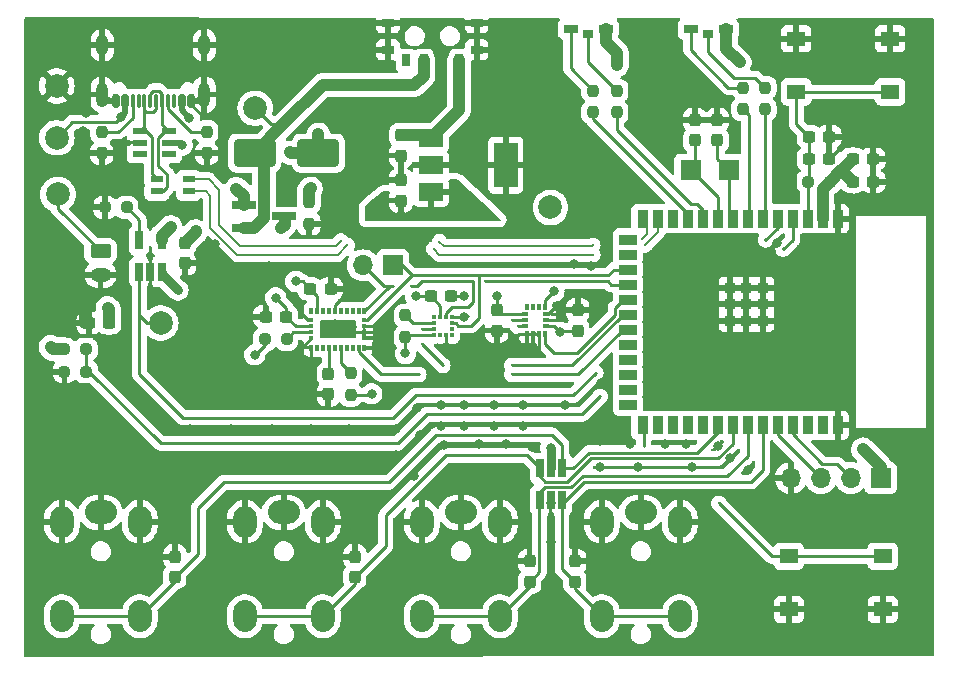
<source format=gbr>
%TF.GenerationSoftware,KiCad,Pcbnew,7.0.8*%
%TF.CreationDate,2024-03-17T18:00:06+01:00*%
%TF.ProjectId,HM_mainboard,484d5f6d-6169-46e6-926f-6172642e6b69,rev?*%
%TF.SameCoordinates,Original*%
%TF.FileFunction,Copper,L1,Top*%
%TF.FilePolarity,Positive*%
%FSLAX46Y46*%
G04 Gerber Fmt 4.6, Leading zero omitted, Abs format (unit mm)*
G04 Created by KiCad (PCBNEW 7.0.8) date 2024-03-17 18:00:06*
%MOMM*%
%LPD*%
G01*
G04 APERTURE LIST*
G04 Aperture macros list*
%AMRoundRect*
0 Rectangle with rounded corners*
0 $1 Rounding radius*
0 $2 $3 $4 $5 $6 $7 $8 $9 X,Y pos of 4 corners*
0 Add a 4 corners polygon primitive as box body*
4,1,4,$2,$3,$4,$5,$6,$7,$8,$9,$2,$3,0*
0 Add four circle primitives for the rounded corners*
1,1,$1+$1,$2,$3*
1,1,$1+$1,$4,$5*
1,1,$1+$1,$6,$7*
1,1,$1+$1,$8,$9*
0 Add four rect primitives between the rounded corners*
20,1,$1+$1,$2,$3,$4,$5,0*
20,1,$1+$1,$4,$5,$6,$7,0*
20,1,$1+$1,$6,$7,$8,$9,0*
20,1,$1+$1,$8,$9,$2,$3,0*%
G04 Aperture macros list end*
%TA.AperFunction,SMDPad,CuDef*%
%ADD10RoundRect,0.237500X0.237500X-0.300000X0.237500X0.300000X-0.237500X0.300000X-0.237500X-0.300000X0*%
%TD*%
%TA.AperFunction,SMDPad,CuDef*%
%ADD11RoundRect,0.237500X-0.237500X0.250000X-0.237500X-0.250000X0.237500X-0.250000X0.237500X0.250000X0*%
%TD*%
%TA.AperFunction,SMDPad,CuDef*%
%ADD12RoundRect,0.237500X0.237500X-0.250000X0.237500X0.250000X-0.237500X0.250000X-0.237500X-0.250000X0*%
%TD*%
%TA.AperFunction,SMDPad,CuDef*%
%ADD13R,0.650000X1.560000*%
%TD*%
%TA.AperFunction,ComponentPad*%
%ADD14O,2.700000X2.000000*%
%TD*%
%TA.AperFunction,ComponentPad*%
%ADD15O,2.000000X2.700000*%
%TD*%
%TA.AperFunction,SMDPad,CuDef*%
%ADD16R,0.304800X0.533400*%
%TD*%
%TA.AperFunction,SMDPad,CuDef*%
%ADD17R,0.431800X0.304800*%
%TD*%
%TA.AperFunction,SMDPad,CuDef*%
%ADD18RoundRect,0.031500X-0.143500X0.168500X-0.143500X-0.168500X0.143500X-0.168500X0.143500X0.168500X0*%
%TD*%
%TA.AperFunction,SMDPad,CuDef*%
%ADD19RoundRect,0.035000X-0.165000X0.140000X-0.165000X-0.140000X0.165000X-0.140000X0.165000X0.140000X0*%
%TD*%
%TA.AperFunction,SMDPad,CuDef*%
%ADD20RoundRect,0.237500X-0.237500X0.300000X-0.237500X-0.300000X0.237500X-0.300000X0.237500X0.300000X0*%
%TD*%
%TA.AperFunction,ComponentPad*%
%ADD21RoundRect,0.250000X-0.625000X0.350000X-0.625000X-0.350000X0.625000X-0.350000X0.625000X0.350000X0*%
%TD*%
%TA.AperFunction,ComponentPad*%
%ADD22O,1.750000X1.200000*%
%TD*%
%TA.AperFunction,ComponentPad*%
%ADD23R,1.700000X1.700000*%
%TD*%
%TA.AperFunction,ComponentPad*%
%ADD24O,1.700000X1.700000*%
%TD*%
%TA.AperFunction,ComponentPad*%
%ADD25C,2.000000*%
%TD*%
%TA.AperFunction,SMDPad,CuDef*%
%ADD26R,0.900000X1.500000*%
%TD*%
%TA.AperFunction,SMDPad,CuDef*%
%ADD27R,1.500000X0.900000*%
%TD*%
%TA.AperFunction,SMDPad,CuDef*%
%ADD28R,0.900000X0.900000*%
%TD*%
%TA.AperFunction,SMDPad,CuDef*%
%ADD29R,1.750000X1.800000*%
%TD*%
%TA.AperFunction,SMDPad,CuDef*%
%ADD30R,0.700000X1.000000*%
%TD*%
%TA.AperFunction,SMDPad,CuDef*%
%ADD31R,1.000000X0.800000*%
%TD*%
%TA.AperFunction,SMDPad,CuDef*%
%ADD32RoundRect,0.237500X-0.300000X-0.237500X0.300000X-0.237500X0.300000X0.237500X-0.300000X0.237500X0*%
%TD*%
%TA.AperFunction,SMDPad,CuDef*%
%ADD33R,1.550000X1.300000*%
%TD*%
%TA.AperFunction,SMDPad,CuDef*%
%ADD34R,1.150000X0.600000*%
%TD*%
%TA.AperFunction,SMDPad,CuDef*%
%ADD35RoundRect,0.237500X-0.250000X-0.237500X0.250000X-0.237500X0.250000X0.237500X-0.250000X0.237500X0*%
%TD*%
%TA.AperFunction,SMDPad,CuDef*%
%ADD36RoundRect,0.250000X-1.500000X-0.900000X1.500000X-0.900000X1.500000X0.900000X-1.500000X0.900000X0*%
%TD*%
%TA.AperFunction,SMDPad,CuDef*%
%ADD37RoundRect,0.237500X0.300000X0.237500X-0.300000X0.237500X-0.300000X-0.237500X0.300000X-0.237500X0*%
%TD*%
%TA.AperFunction,SMDPad,CuDef*%
%ADD38R,1.100000X0.600000*%
%TD*%
%TA.AperFunction,SMDPad,CuDef*%
%ADD39RoundRect,0.150000X0.150000X0.425000X-0.150000X0.425000X-0.150000X-0.425000X0.150000X-0.425000X0*%
%TD*%
%TA.AperFunction,SMDPad,CuDef*%
%ADD40RoundRect,0.075000X0.075000X0.500000X-0.075000X0.500000X-0.075000X-0.500000X0.075000X-0.500000X0*%
%TD*%
%TA.AperFunction,ComponentPad*%
%ADD41O,1.000000X2.100000*%
%TD*%
%TA.AperFunction,ComponentPad*%
%ADD42O,1.000000X1.800000*%
%TD*%
%TA.AperFunction,SMDPad,CuDef*%
%ADD43R,2.000000X0.650000*%
%TD*%
%TA.AperFunction,SMDPad,CuDef*%
%ADD44RoundRect,0.237500X0.250000X0.237500X-0.250000X0.237500X-0.250000X-0.237500X0.250000X-0.237500X0*%
%TD*%
%TA.AperFunction,SMDPad,CuDef*%
%ADD45R,0.900000X0.700000*%
%TD*%
%TA.AperFunction,SMDPad,CuDef*%
%ADD46R,1.200000X0.700000*%
%TD*%
%TA.AperFunction,SMDPad,CuDef*%
%ADD47R,2.000000X1.500000*%
%TD*%
%TA.AperFunction,SMDPad,CuDef*%
%ADD48R,2.000000X3.800000*%
%TD*%
%TA.AperFunction,SMDPad,CuDef*%
%ADD49R,0.300000X0.600000*%
%TD*%
%TA.AperFunction,SMDPad,CuDef*%
%ADD50R,0.600000X0.300000*%
%TD*%
%TA.AperFunction,ViaPad*%
%ADD51C,0.800000*%
%TD*%
%TA.AperFunction,ViaPad*%
%ADD52C,0.300000*%
%TD*%
%TA.AperFunction,Conductor*%
%ADD53C,0.250000*%
%TD*%
%TA.AperFunction,Conductor*%
%ADD54C,1.000000*%
%TD*%
%TA.AperFunction,Conductor*%
%ADD55C,0.500000*%
%TD*%
%TA.AperFunction,Conductor*%
%ADD56C,0.750000*%
%TD*%
%TA.AperFunction,Conductor*%
%ADD57C,0.200000*%
%TD*%
G04 APERTURE END LIST*
D10*
%TO.P,C16,1*%
%TO.N,3.3V*%
X166116000Y-99922500D03*
%TO.P,C16,2*%
%TO.N,GND*%
X166116000Y-98197500D03*
%TD*%
D11*
%TO.P,R14,1,1*%
%TO.N,Net-(U6-NRESET)*%
X146892474Y-103547225D03*
%TO.P,R14,2,2*%
%TO.N,3.3V*%
X146892474Y-105372225D03*
%TD*%
D12*
%TO.P,R8,1,1*%
%TO.N,/LED_BAT_G*%
X180086000Y-81176500D03*
%TO.P,R8,2,2*%
%TO.N,Net-(D3-K2)*%
X180086000Y-79351500D03*
%TD*%
D13*
%TO.P,U4,1,I/O1*%
%TO.N,/BTN_2*%
X162880000Y-114300000D03*
%TO.P,U4,2,GND*%
%TO.N,GND*%
X163830000Y-114300000D03*
%TO.P,U4,3,I/O2*%
%TO.N,/BTN_1*%
X164780000Y-114300000D03*
%TO.P,U4,4,I/O3*%
%TO.N,/BTN_4*%
X164780000Y-111600000D03*
%TO.P,U4,5,VBUS*%
%TO.N,3.3V*%
X163830000Y-111600000D03*
%TO.P,U4,6,I/O4*%
%TO.N,/BTN_3*%
X162880000Y-111600000D03*
%TD*%
D14*
%TO.P,J4,1,1*%
%TO.N,GND*%
X171450000Y-115318000D03*
D15*
%TO.P,J4,2,2*%
X168150000Y-116118000D03*
%TO.P,J4,3,3*%
X174750000Y-116118000D03*
%TO.P,J4,4,4*%
%TO.N,/BTN_1*%
X174750000Y-124118000D03*
%TO.P,J4,5,5*%
X168150000Y-124118000D03*
%TD*%
D16*
%TO.P,U6,1,NC*%
%TO.N,unconnected-(U6-NC-Pad1)*%
X143546001Y-98285300D03*
D17*
%TO.P,U6,2,GND*%
%TO.N,GND*%
X143560800Y-99071999D03*
%TO.P,U6,3,VDD*%
%TO.N,3.3V*%
X143560800Y-99572000D03*
%TO.P,U6,4,NBOOT_LOAD_PIN*%
%TO.N,Net-(U6-NBOOT_LOAD_PIN)*%
X143560800Y-100072000D03*
%TO.P,U6,5,PS1*%
%TO.N,GND*%
X143560800Y-100572001D03*
D16*
%TO.P,U6,6,PS0*%
X143546001Y-101358700D03*
%TO.P,U6,7,SWDIO*%
%TO.N,unconnected-(U6-SWDIO-Pad7)*%
X144046001Y-101358700D03*
%TO.P,U6,8,SWCLK*%
%TO.N,unconnected-(U6-SWCLK-Pad8)*%
X144546000Y-101358700D03*
%TO.P,U6,9,CAP*%
%TO.N,Net-(U6-CAP)*%
X145045999Y-101358700D03*
%TO.P,U6,10,BL_IND*%
%TO.N,unconnected-(U6-BL_IND-Pad10)*%
X145546000Y-101358700D03*
%TO.P,U6,11,NRESET*%
%TO.N,Net-(U6-NRESET)*%
X146046000Y-101358700D03*
%TO.P,U6,12,NC*%
%TO.N,unconnected-(U6-NC-Pad12)*%
X146546001Y-101358700D03*
%TO.P,U6,13,NC*%
%TO.N,unconnected-(U6-NC-Pad13)*%
X147046000Y-101358700D03*
%TO.P,U6,14,INT*%
%TO.N,/BNO55_INT*%
X147545999Y-101358700D03*
%TO.P,U6,15,Pin15*%
%TO.N,GND*%
X148045999Y-101358700D03*
D17*
%TO.P,U6,16,Pin16*%
X148031200Y-100572001D03*
%TO.P,U6,17,COM3*%
X148031200Y-100072000D03*
%TO.P,U6,18,COM2*%
X148031200Y-99572000D03*
%TO.P,U6,19,COM1*%
%TO.N,/I2C_SCL*%
X148031200Y-99071999D03*
D16*
%TO.P,U6,20,COM0*%
%TO.N,/I2C_SDA*%
X148045999Y-98285300D03*
%TO.P,U6,21,NC*%
%TO.N,unconnected-(U6-NC-Pad21)*%
X147545999Y-98285300D03*
%TO.P,U6,22,NC*%
%TO.N,unconnected-(U6-NC-Pad22)*%
X147046000Y-98285300D03*
%TO.P,U6,23,NC*%
%TO.N,unconnected-(U6-NC-Pad23)*%
X146546001Y-98285300D03*
%TO.P,U6,24,NC*%
%TO.N,unconnected-(U6-NC-Pad24)*%
X146046000Y-98285300D03*
%TO.P,U6,25,GNDIO*%
%TO.N,GND*%
X145546000Y-98285300D03*
%TO.P,U6,26,XOUT32*%
%TO.N,unconnected-(U6-XOUT32-Pad26)*%
X145045999Y-98285300D03*
%TO.P,U6,27,XIN32*%
%TO.N,unconnected-(U6-XIN32-Pad27)*%
X144546000Y-98285300D03*
%TO.P,U6,28,VDDIO*%
%TO.N,3.3V*%
X144046001Y-98285300D03*
%TD*%
D14*
%TO.P,J6,1,1*%
%TO.N,GND*%
X141224000Y-115318000D03*
D15*
%TO.P,J6,2,2*%
X137924000Y-116118000D03*
%TO.P,J6,3,3*%
X144524000Y-116118000D03*
%TO.P,J6,4,4*%
%TO.N,/BTN_3*%
X144524000Y-124118000D03*
%TO.P,J6,5,5*%
X137924000Y-124118000D03*
%TD*%
D18*
%TO.P,U5,1,A5*%
%TO.N,GND*%
X155448000Y-98780000D03*
%TO.P,U5,2,SDA*%
%TO.N,/I2C_SDA*%
X154948000Y-98790000D03*
%TO.P,U5,3,VDDIO*%
%TO.N,3.3V*%
X154448000Y-98790000D03*
%TO.P,U5,4,NC*%
%TO.N,unconnected-(U5-NC-Pad4)*%
X153948000Y-98780000D03*
D19*
%TO.P,U5,5,INTA*%
%TO.N,Net-(U5-INTA)*%
X153933000Y-99305000D03*
%TO.P,U5,6,INTM*%
%TO.N,/MC6470_INT*%
X153933000Y-99805000D03*
D18*
%TO.P,U5,7,VDDM*%
%TO.N,3.3V*%
X153948000Y-100330000D03*
%TO.P,U5,8,TM*%
%TO.N,unconnected-(U5-TM-Pad8)*%
X154448000Y-100320000D03*
%TO.P,U5,9,GND*%
%TO.N,GND*%
X154948000Y-100320000D03*
%TO.P,U5,10,PM*%
%TO.N,unconnected-(U5-PM-Pad10)*%
X155448000Y-100330000D03*
D19*
%TO.P,U5,11,NC*%
%TO.N,unconnected-(U5-NC-Pad11)*%
X155463000Y-99805000D03*
%TO.P,U5,12,SCL*%
%TO.N,/I2C_SCL*%
X155463000Y-99305000D03*
%TD*%
D12*
%TO.P,R9,1,1*%
%TO.N,/LED_BAT_R*%
X181961000Y-81176500D03*
%TO.P,R9,2,2*%
%TO.N,Net-(D3-K1)*%
X181961000Y-79351500D03*
%TD*%
D20*
%TO.P,C6,1*%
%TO.N,GND*%
X176022000Y-82095000D03*
%TO.P,C6,2*%
%TO.N,Net-(U3-GPIO16{slash}U0CTS{slash}ADC2_CH5{slash}XTAL_32K_N)*%
X176022000Y-83820000D03*
%TD*%
D21*
%TO.P,J1,1,Pin_1*%
%TO.N,V_BATT*%
X125701000Y-93201000D03*
D22*
%TO.P,J1,2,Pin_2*%
%TO.N,GND*%
X125701000Y-95201000D03*
%TD*%
D20*
%TO.P,C15,1*%
%TO.N,3.3V*%
X159258000Y-98197500D03*
%TO.P,C15,2*%
%TO.N,GND*%
X159258000Y-99922500D03*
%TD*%
D23*
%TO.P,TP7,1,1*%
%TO.N,/I2C_SCL*%
X150475000Y-94400000D03*
D24*
%TO.P,TP7,2,2*%
%TO.N,/I2C_SDA*%
X147935000Y-94400000D03*
%TD*%
D25*
%TO.P,TP2,1,1*%
%TO.N,V_BATT*%
X122100000Y-88400000D03*
%TD*%
D26*
%TO.P,U3,1,GND*%
%TO.N,GND*%
X188110000Y-90450000D03*
%TO.P,U3,2,3V3*%
%TO.N,3.3V*%
X186840000Y-90450000D03*
%TO.P,U3,3,EN*%
%TO.N,/Microcontroller - ESP32-S3-WROOM/EN*%
X185570000Y-90450000D03*
%TO.P,U3,4,GPIO4/TOUCH4/ADC1_CH3*%
%TO.N,/V_BATT_MEASURE*%
X184300000Y-90450000D03*
%TO.P,U3,5,GPIO5/TOUCH5/ADC1_CH4*%
%TO.N,/BATT_CHARGING_STATUS*%
X183030000Y-90450000D03*
%TO.P,U3,6,GPIO6/TOUCH6/ADC1_CH5*%
%TO.N,/LED_BAT_R*%
X181760000Y-90450000D03*
%TO.P,U3,7,GPIO7/TOUCH7/ADC1_CH6*%
%TO.N,/LED_BAT_G*%
X180490000Y-90450000D03*
%TO.P,U3,8,GPIO15/U0RTS/ADC2_CH4/XTAL_32K_P*%
%TO.N,Net-(U3-GPIO15{slash}U0RTS{slash}ADC2_CH4{slash}XTAL_32K_P)*%
X179220000Y-90450000D03*
%TO.P,U3,9,GPIO16/U0CTS/ADC2_CH5/XTAL_32K_N*%
%TO.N,Net-(U3-GPIO16{slash}U0CTS{slash}ADC2_CH5{slash}XTAL_32K_N)*%
X177950000Y-90450000D03*
%TO.P,U3,10,GPIO17/U1TXD/ADC2_CH6*%
%TO.N,/LED_DEV_R*%
X176680000Y-90450000D03*
%TO.P,U3,11,GPIO18/U1RXD/ADC2_CH7/CLK_OUT3*%
%TO.N,/LED_DEV_G*%
X175410000Y-90450000D03*
%TO.P,U3,12,GPIO8/TOUCH8/ADC1_CH7/SUBSPICS1*%
%TO.N,/Microcontroller - ESP32-S3-WROOM/GPIO_8*%
X174140000Y-90450000D03*
%TO.P,U3,13,GPIO19/U1RTS/ADC2_CH8/CLK_OUT2/USB_D-*%
%TO.N,/Microcontroller - ESP32-S3-WROOM/USB_C_D-*%
X172870000Y-90450000D03*
%TO.P,U3,14,GPIO20/U1CTS/ADC2_CH9/CLK_OUT1/USB_D+*%
%TO.N,/Microcontroller - ESP32-S3-WROOM/USB_C_D+*%
X171600000Y-90450000D03*
D27*
%TO.P,U3,15,GPIO3/TOUCH3/ADC1_CH2*%
%TO.N,/Microcontroller - ESP32-S3-WROOM/GPIO_3*%
X170350000Y-92215000D03*
%TO.P,U3,16,GPIO46*%
%TO.N,/Microcontroller - ESP32-S3-WROOM/GPIO_46*%
X170350000Y-93485000D03*
%TO.P,U3,17,GPIO9/TOUCH9/ADC1_CH8/FSPIHD/SUBSPIHD*%
%TO.N,/I2C_SCL*%
X170350000Y-94755000D03*
%TO.P,U3,18,GPIO10/TOUCH10/ADC1_CH9/FSPICS0/FSPIIO4/SUBSPICS0*%
%TO.N,/I2C_SDA*%
X170350000Y-96025000D03*
%TO.P,U3,19,GPIO11/TOUCH11/ADC2_CH0/FSPID/FSPIIO5/SUBSPID*%
%TO.N,/LSM6DS_INT*%
X170350000Y-97295000D03*
%TO.P,U3,20,GPIO12/TOUCH12/ADC2_CH1/FSPICLK/FSPIIO6/SUBSPICLK*%
%TO.N,/MC6470_INT*%
X170350000Y-98565000D03*
%TO.P,U3,21,GPIO13/TOUCH13/ADC2_CH2/FSPIQ/FSPIIO7/SUBSPIQ*%
%TO.N,/BNO55_INT*%
X170350000Y-99835000D03*
%TO.P,U3,22,GPIO14/TOUCH14/ADC2_CH3/FSPIWP/FSPIDQS/SUBSPIWP*%
%TO.N,/Microcontroller - ESP32-S3-WROOM/GPIO_14*%
X170350000Y-101105000D03*
%TO.P,U3,23,GPIO21*%
%TO.N,/Microcontroller - ESP32-S3-WROOM/GPIO_21*%
X170350000Y-102375000D03*
%TO.P,U3,24,GPIO47/SPICLK_P/SUBSPICLK_P_DIFF*%
%TO.N,/Microcontroller - ESP32-S3-WROOM/GPIO_47*%
X170350000Y-103645000D03*
%TO.P,U3,25,GPIO48/SPICLK_N/SUBSPICLK_N_DIFF*%
%TO.N,/Microcontroller - ESP32-S3-WROOM/GPIO_48*%
X170350000Y-104915000D03*
%TO.P,U3,26,GPIO45*%
%TO.N,/Microcontroller - ESP32-S3-WROOM/GPIO_45*%
X170350000Y-106185000D03*
D26*
%TO.P,U3,27,GPIO0/BOOT*%
%TO.N,/Microcontroller - ESP32-S3-WROOM/BOOT*%
X171600000Y-107950000D03*
%TO.P,U3,28,SPIIO6/GPIO35/FSPID/SUBSPID*%
%TO.N,/Microcontroller - ESP32-S3-WROOM/GPIO_35*%
X172870000Y-107950000D03*
%TO.P,U3,29,SPIIO7/GPIO36/FSPICLK/SUBSPICLK*%
%TO.N,/Microcontroller - ESP32-S3-WROOM/GPIO_36*%
X174140000Y-107950000D03*
%TO.P,U3,30,SPIDQS/GPIO37/FSPIQ/SUBSPIQ*%
%TO.N,/Microcontroller - ESP32-S3-WROOM/GPIO_37*%
X175410000Y-107950000D03*
%TO.P,U3,31,GPIO38/FSPIWP/SUBSPIWP*%
%TO.N,/Microcontroller - ESP32-S3-WROOM/GPIO_38*%
X176680000Y-107950000D03*
%TO.P,U3,32,MTCK/GPIO39/CLK_OUT3/SUBSPICS1*%
%TO.N,/BTN_4*%
X177950000Y-107950000D03*
%TO.P,U3,33,MTDO/GPIO40/CLK_OUT2*%
%TO.N,/BTN_3*%
X179220000Y-107950000D03*
%TO.P,U3,34,MTDI/GPIO41/CLK_OUT1*%
%TO.N,/BTN_2*%
X180490000Y-107950000D03*
%TO.P,U3,35,MTMS/GPIO42*%
%TO.N,/BTN_1*%
X181760000Y-107950000D03*
%TO.P,U3,36,U0RXD/GPIO44/CLK_OUT2*%
%TO.N,/Microcontroller - ESP32-S3-WROOM/UART_RXD*%
X183030000Y-107950000D03*
%TO.P,U3,37,U0TXD/GPIO43/CLK_OUT1*%
%TO.N,/Microcontroller - ESP32-S3-WROOM/UART_TXD*%
X184300000Y-107950000D03*
%TO.P,U3,38,GPIO2/TOUCH2/ADC1_CH1*%
%TO.N,/Microcontroller - ESP32-S3-WROOM/GPIO_2*%
X185570000Y-107950000D03*
%TO.P,U3,39,GPIO1/TOUCH1/ADC1_CH0*%
%TO.N,/Microcontroller - ESP32-S3-WROOM/GPIO_1*%
X186840000Y-107950000D03*
%TO.P,U3,40,GND*%
%TO.N,GND*%
X188110000Y-107950000D03*
D28*
%TO.P,U3,41,GND*%
X181790000Y-96300000D03*
X180390000Y-96300000D03*
X178990000Y-96300000D03*
X178990000Y-96300000D03*
X181790000Y-97700000D03*
X181790000Y-97700000D03*
X180390000Y-97700000D03*
X178990000Y-97700000D03*
X181790000Y-99100000D03*
X180390000Y-99100000D03*
X178990000Y-99100000D03*
%TD*%
D23*
%TO.P,J3,1,Pin_1*%
%TO.N,3.3V*%
X191760000Y-112395000D03*
D24*
%TO.P,J3,2,Pin_2*%
%TO.N,/Microcontroller - ESP32-S3-WROOM/UART_TXD*%
X189220000Y-112395000D03*
%TO.P,J3,3,Pin_3*%
%TO.N,/Microcontroller - ESP32-S3-WROOM/UART_RXD*%
X186680000Y-112395000D03*
%TO.P,J3,4,Pin_4*%
%TO.N,GND*%
X184140000Y-112395000D03*
%TD*%
D29*
%TO.P,Y1,1,1*%
%TO.N,Net-(U3-GPIO16{slash}U0CTS{slash}ADC2_CH5{slash}XTAL_32K_N)*%
X175667000Y-86360000D03*
%TO.P,Y1,2,2*%
%TO.N,Net-(U3-GPIO15{slash}U0RTS{slash}ADC2_CH4{slash}XTAL_32K_P)*%
X178917000Y-86360000D03*
%TD*%
D10*
%TO.P,C3,1*%
%TO.N,3.3V*%
X151130000Y-88915000D03*
%TO.P,C3,2*%
%TO.N,GND*%
X151130000Y-87190000D03*
%TD*%
D30*
%TO.P,S3,1,1*%
%TO.N,/Battery_and_Power_Managment/V_IN*%
X156050000Y-77050000D03*
%TO.P,S3,2,2*%
%TO.N,/Battery_and_Power_Managment/V_PWR_SWITCH*%
X153050000Y-77050000D03*
%TO.P,S3,3,3*%
%TO.N,unconnected-(S3-Pad3)*%
X151550000Y-77050000D03*
D31*
%TO.P,S3,MP1,MP1*%
%TO.N,GND*%
X157550000Y-76150000D03*
%TO.P,S3,MP2,MP2*%
X150050000Y-76150000D03*
%TO.P,S3,MP3,MP3*%
X150050000Y-73850000D03*
%TO.P,S3,MP4,MP4*%
X157550000Y-73850000D03*
%TD*%
D32*
%TO.P,C17,1*%
%TO.N,3.3V*%
X153660500Y-97028000D03*
%TO.P,C17,2*%
%TO.N,GND*%
X155385500Y-97028000D03*
%TD*%
D33*
%TO.P,S2,1,1*%
%TO.N,GND*%
X184620000Y-75220000D03*
X192570000Y-75220000D03*
%TO.P,S2,2,2*%
%TO.N,/Microcontroller - ESP32-S3-WROOM/EN*%
X184620000Y-79720000D03*
X192570000Y-79720000D03*
%TD*%
D25*
%TO.P,TP3,1,1*%
%TO.N,/Battery_and_Power_Managment/V_PWR_SWITCH*%
X138800000Y-81100000D03*
%TD*%
D12*
%TO.P,R1,1,1*%
%TO.N,GND*%
X143353000Y-90892500D03*
%TO.P,R1,2,2*%
%TO.N,V_USB*%
X143353000Y-89067500D03*
%TD*%
D34*
%TO.P,D2,1,I/O*%
%TO.N,Net-(D2-I{slash}O-Pad1)*%
X129005000Y-83065000D03*
%TO.P,D2,2,GND*%
%TO.N,GND*%
X129005000Y-84015000D03*
%TO.P,D2,3,I/O*%
%TO.N,unconnected-(D2-I{slash}O-Pad3)*%
X129005000Y-84965000D03*
%TO.P,D2,4,I/O*%
%TO.N,unconnected-(D2-I{slash}O-Pad4)*%
X131505000Y-84965000D03*
%TO.P,D2,5,VDD*%
%TO.N,V_USB*%
X131505000Y-84015000D03*
%TO.P,D2,6,I/O*%
%TO.N,Net-(D2-I{slash}O-Pad6)*%
X131505000Y-83065000D03*
%TD*%
D25*
%TO.P,TP5,1,1*%
%TO.N,GND*%
X122000000Y-79200000D03*
%TD*%
D35*
%TO.P,R2,1,1*%
%TO.N,GND*%
X126087500Y-89500000D03*
%TO.P,R2,2,2*%
%TO.N,Net-(U1-PROG)*%
X127912500Y-89500000D03*
%TD*%
D36*
%TO.P,D1,1,C*%
%TO.N,/Battery_and_Power_Managment/V_PWR_SWITCH*%
X138748000Y-84900000D03*
%TO.P,D1,2,A*%
%TO.N,V_USB*%
X144148000Y-84900000D03*
%TD*%
D37*
%TO.P,C1,1*%
%TO.N,V_BATT*%
X126426000Y-99281000D03*
%TO.P,C1,2*%
%TO.N,GND*%
X124701000Y-99281000D03*
%TD*%
%TO.P,C10,1*%
%TO.N,GND*%
X187405000Y-85410000D03*
%TO.P,C10,2*%
%TO.N,/Microcontroller - ESP32-S3-WROOM/EN*%
X185680000Y-85410000D03*
%TD*%
D13*
%TO.P,U1,1,STAT*%
%TO.N,/BATT_CHARGING_STATUS*%
X128971000Y-94963000D03*
%TO.P,U1,2,V_{SS}*%
%TO.N,GND*%
X129921000Y-94963000D03*
%TO.P,U1,3,V_{BAT}*%
%TO.N,V_BATT*%
X130871000Y-94963000D03*
%TO.P,U1,4,V_{DD}*%
%TO.N,V_USB*%
X130871000Y-92263000D03*
%TO.P,U1,5,PROG*%
%TO.N,Net-(U1-PROG)*%
X128971000Y-92263000D03*
%TD*%
D12*
%TO.P,R10,1,1*%
%TO.N,/LED_DEV_G*%
X167386000Y-81430500D03*
%TO.P,R10,2,2*%
%TO.N,Net-(D4-K2)*%
X167386000Y-79605500D03*
%TD*%
%TO.P,R11,1,1*%
%TO.N,/LED_DEV_R*%
X169418000Y-81430500D03*
%TO.P,R11,2,2*%
%TO.N,Net-(D4-K1)*%
X169418000Y-79605500D03*
%TD*%
D38*
%TO.P,FL1,1,1*%
%TO.N,Net-(D2-I{slash}O-Pad6)*%
X130476000Y-88130000D03*
%TO.P,FL1,2,2*%
%TO.N,/Microcontroller - ESP32-S3-WROOM/USB_C_D-*%
X133176000Y-88130000D03*
%TO.P,FL1,3,3*%
%TO.N,/Microcontroller - ESP32-S3-WROOM/USB_C_D+*%
X133176000Y-87130000D03*
%TO.P,FL1,4,4*%
%TO.N,Net-(D2-I{slash}O-Pad1)*%
X130476000Y-87130000D03*
%TD*%
D39*
%TO.P,J2,A1,GND*%
%TO.N,GND*%
X133375000Y-80515000D03*
%TO.P,J2,A4,VBUS*%
%TO.N,V_USB*%
X132575000Y-80515000D03*
D40*
%TO.P,J2,A5,CC1*%
%TO.N,Net-(J2-CC1)*%
X131425000Y-80515000D03*
%TO.P,J2,A6,D+*%
%TO.N,Net-(D2-I{slash}O-Pad1)*%
X130425000Y-80515000D03*
%TO.P,J2,A7,D-*%
%TO.N,Net-(D2-I{slash}O-Pad6)*%
X129925000Y-80515000D03*
%TO.P,J2,A8,SBU1*%
%TO.N,unconnected-(J2-SBU1-PadA8)*%
X128925000Y-80515000D03*
D39*
%TO.P,J2,A9,VBUS*%
%TO.N,V_USB*%
X127775000Y-80515000D03*
%TO.P,J2,A12,GND*%
%TO.N,GND*%
X126975000Y-80515000D03*
%TO.P,J2,B1,GND*%
X126975000Y-80515000D03*
%TO.P,J2,B4,VBUS*%
%TO.N,V_USB*%
X127775000Y-80515000D03*
D40*
%TO.P,J2,B5,CC2*%
%TO.N,Net-(J2-CC2)*%
X128425000Y-80515000D03*
%TO.P,J2,B6,D+*%
%TO.N,Net-(D2-I{slash}O-Pad1)*%
X129425000Y-80515000D03*
%TO.P,J2,B7,D-*%
%TO.N,Net-(D2-I{slash}O-Pad6)*%
X130925000Y-80515000D03*
%TO.P,J2,B8,SBU2*%
%TO.N,unconnected-(J2-SBU2-PadB8)*%
X131925000Y-80515000D03*
D39*
%TO.P,J2,B9,VBUS*%
%TO.N,V_USB*%
X132575000Y-80515000D03*
%TO.P,J2,B12,GND*%
%TO.N,GND*%
X133375000Y-80515000D03*
D41*
%TO.P,J2,S1,SHIELD*%
X134495000Y-79940000D03*
D42*
X134495000Y-75760000D03*
D41*
X125855000Y-79940000D03*
D42*
X125855000Y-75760000D03*
%TD*%
D37*
%TO.P,C8,1*%
%TO.N,GND*%
X191135000Y-87315000D03*
%TO.P,C8,2*%
%TO.N,3.3V*%
X189410000Y-87315000D03*
%TD*%
%TO.P,C9,1*%
%TO.N,GND*%
X187405000Y-83505000D03*
%TO.P,C9,2*%
%TO.N,/Microcontroller - ESP32-S3-WROOM/EN*%
X185680000Y-83505000D03*
%TD*%
D14*
%TO.P,J7,1,1*%
%TO.N,GND*%
X125730000Y-115318000D03*
D15*
%TO.P,J7,2,2*%
X122430000Y-116118000D03*
%TO.P,J7,3,3*%
X129030000Y-116118000D03*
%TO.P,J7,4,4*%
%TO.N,/BTN_4*%
X129030000Y-124118000D03*
%TO.P,J7,5,5*%
X122430000Y-124118000D03*
%TD*%
D10*
%TO.P,C13,1*%
%TO.N,/BTN_3*%
X147240000Y-120785000D03*
%TO.P,C13,2*%
%TO.N,GND*%
X147240000Y-119060000D03*
%TD*%
D20*
%TO.P,C4,1*%
%TO.N,V_USB*%
X132842000Y-92496500D03*
%TO.P,C4,2*%
%TO.N,GND*%
X132842000Y-94221500D03*
%TD*%
D32*
%TO.P,C20,1*%
%TO.N,3.3V*%
X143455999Y-96398700D03*
%TO.P,C20,2*%
%TO.N,GND*%
X145180999Y-96398700D03*
%TD*%
D12*
%TO.P,R5,1,1*%
%TO.N,GND*%
X134700000Y-84927500D03*
%TO.P,R5,2,2*%
%TO.N,Net-(J2-CC1)*%
X134700000Y-83102500D03*
%TD*%
D43*
%TO.P,Q1,1,G*%
%TO.N,V_USB*%
X137830000Y-89300000D03*
%TO.P,Q1,2,S*%
%TO.N,/Battery_and_Power_Managment/V_PWR_SWITCH*%
X137830000Y-91200000D03*
%TO.P,Q1,3,D*%
%TO.N,V_BATT*%
X141250000Y-90250000D03*
%TD*%
D10*
%TO.P,C11,1*%
%TO.N,/BTN_1*%
X165862000Y-121192500D03*
%TO.P,C11,2*%
%TO.N,GND*%
X165862000Y-119467500D03*
%TD*%
D25*
%TO.P,TP4,1,1*%
%TO.N,/BATT_CHARGING_STATUS*%
X130800000Y-99300000D03*
%TD*%
D44*
%TO.P,R3,1,1*%
%TO.N,/V_BATT_MEASURE*%
X124474000Y-101506000D03*
%TO.P,R3,2,2*%
%TO.N,V_BATT*%
X122649000Y-101506000D03*
%TD*%
D37*
%TO.P,C18,1*%
%TO.N,3.3V*%
X141404974Y-98744725D03*
%TO.P,C18,2*%
%TO.N,GND*%
X139679974Y-98744725D03*
%TD*%
D35*
%TO.P,R7,1,1*%
%TO.N,/Microcontroller - ESP32-S3-WROOM/EN*%
X185630000Y-87315000D03*
%TO.P,R7,2,2*%
%TO.N,3.3V*%
X187455000Y-87315000D03*
%TD*%
D45*
%TO.P,D3,1,K1*%
%TO.N,Net-(D3-K1)*%
X177165000Y-74830000D03*
D46*
%TO.P,D3,2,A*%
%TO.N,3.3V*%
X178665000Y-74430000D03*
%TO.P,D3,3,K2*%
%TO.N,Net-(D3-K2)*%
X175665000Y-74430000D03*
%TD*%
D45*
%TO.P,D4,1,K1*%
%TO.N,Net-(D4-K1)*%
X167000000Y-74800000D03*
D46*
%TO.P,D4,2,A*%
%TO.N,3.3V*%
X168500000Y-74400000D03*
%TO.P,D4,3,K2*%
%TO.N,Net-(D4-K2)*%
X165500000Y-74400000D03*
%TD*%
D47*
%TO.P,U2,1,VI*%
%TO.N,/Battery_and_Power_Managment/V_IN*%
X153695000Y-83620000D03*
%TO.P,U2,2,GND*%
%TO.N,GND*%
X153695000Y-85920000D03*
D48*
X159995000Y-85920000D03*
D47*
%TO.P,U2,3,VO*%
%TO.N,3.3V*%
X153695000Y-88220000D03*
%TD*%
D10*
%TO.P,C12,1*%
%TO.N,/BTN_2*%
X162052000Y-121192500D03*
%TO.P,C12,2*%
%TO.N,GND*%
X162052000Y-119467500D03*
%TD*%
D44*
%TO.P,R13,1,1*%
%TO.N,Net-(U6-NBOOT_LOAD_PIN)*%
X141454974Y-100649725D03*
%TO.P,R13,2,2*%
%TO.N,3.3V*%
X139629974Y-100649725D03*
%TD*%
D12*
%TO.P,R6,1,1*%
%TO.N,GND*%
X125810000Y-84927500D03*
%TO.P,R6,2,2*%
%TO.N,Net-(J2-CC2)*%
X125810000Y-83102500D03*
%TD*%
D25*
%TO.P,TP1,1,1*%
%TO.N,V_USB*%
X122000000Y-83600000D03*
%TD*%
D33*
%TO.P,S1,1,1*%
%TO.N,GND*%
X191935000Y-123535000D03*
X183985000Y-123535000D03*
%TO.P,S1,2,2*%
%TO.N,/Microcontroller - ESP32-S3-WROOM/BOOT*%
X191935000Y-119035000D03*
X183985000Y-119035000D03*
%TD*%
D12*
%TO.P,R12,1,1*%
%TO.N,3.3V*%
X151523000Y-100467500D03*
%TO.P,R12,2,2*%
%TO.N,Net-(U5-INTA)*%
X151523000Y-98642500D03*
%TD*%
D35*
%TO.P,R4,1,1*%
%TO.N,GND*%
X122649000Y-103411000D03*
%TO.P,R4,2,2*%
%TO.N,/V_BATT_MEASURE*%
X124474000Y-103411000D03*
%TD*%
D37*
%TO.P,C7,1*%
%TO.N,GND*%
X191135000Y-85410000D03*
%TO.P,C7,2*%
%TO.N,3.3V*%
X189410000Y-85410000D03*
%TD*%
D20*
%TO.P,C5,1*%
%TO.N,GND*%
X177927000Y-82095000D03*
%TO.P,C5,2*%
%TO.N,Net-(U3-GPIO15{slash}U0RTS{slash}ADC2_CH4{slash}XTAL_32K_P)*%
X177927000Y-83820000D03*
%TD*%
D14*
%TO.P,J5,1,1*%
%TO.N,GND*%
X156210000Y-115318000D03*
D15*
%TO.P,J5,2,2*%
X152910000Y-116118000D03*
%TO.P,J5,3,3*%
X159510000Y-116118000D03*
%TO.P,J5,4,4*%
%TO.N,/BTN_2*%
X159510000Y-124118000D03*
%TO.P,J5,5,5*%
X152910000Y-124118000D03*
%TD*%
D25*
%TO.P,TP6,1,1*%
%TO.N,3.3V*%
X163800000Y-89500000D03*
%TD*%
D20*
%TO.P,C2,1*%
%TO.N,/Battery_and_Power_Managment/V_IN*%
X151130000Y-83380000D03*
%TO.P,C2,2*%
%TO.N,GND*%
X151130000Y-85105000D03*
%TD*%
D10*
%TO.P,C14,1*%
%TO.N,/BTN_4*%
X132000000Y-120785000D03*
%TO.P,C14,2*%
%TO.N,GND*%
X132000000Y-119060000D03*
%TD*%
%TO.P,C19,1*%
%TO.N,GND*%
X144987474Y-105322225D03*
%TO.P,C19,2*%
%TO.N,Net-(U6-CAP)*%
X144987474Y-103597225D03*
%TD*%
D49*
%TO.P,AC1,1,SDO/SA0*%
%TO.N,GND*%
X161810000Y-100210000D03*
%TO.P,AC1,2,SDX*%
X162310000Y-100210000D03*
%TO.P,AC1,3,SCX*%
X162810000Y-100210000D03*
%TO.P,AC1,4,INT1*%
%TO.N,/LSM6DS_INT*%
X163310000Y-100210000D03*
D50*
%TO.P,AC1,5,VDDIO*%
%TO.N,3.3V*%
X163460000Y-99560000D03*
%TO.P,AC1,6,GND_1*%
%TO.N,GND*%
X163460000Y-99060000D03*
%TO.P,AC1,7,GND_2*%
X163460000Y-98560000D03*
D49*
%TO.P,AC1,8,VDD*%
%TO.N,3.3V*%
X163310000Y-97910000D03*
%TO.P,AC1,9,INT2*%
%TO.N,unconnected-(AC1-INT2-Pad9)*%
X162810000Y-97910000D03*
%TO.P,AC1,10,OCS_AUX*%
%TO.N,unconnected-(AC1-OCS_AUX-Pad10)*%
X162310000Y-97910000D03*
%TO.P,AC1,11,SDO_AUX*%
%TO.N,unconnected-(AC1-SDO_AUX-Pad11)*%
X161810000Y-97910000D03*
D50*
%TO.P,AC1,12,CS*%
%TO.N,3.3V*%
X161660000Y-98560000D03*
%TO.P,AC1,13,SCL*%
%TO.N,/I2C_SCL*%
X161660000Y-99060000D03*
%TO.P,AC1,14,SDA*%
%TO.N,/I2C_SDA*%
X161660000Y-99560000D03*
%TD*%
D51*
%TO.N,GND*%
X132500000Y-100250000D03*
X148000000Y-80750000D03*
X182987701Y-92487701D03*
X187960000Y-115824000D03*
X174250000Y-105000000D03*
X189000000Y-98500000D03*
X153670000Y-80750000D03*
X161500000Y-117500000D03*
X124250000Y-85000000D03*
X151750000Y-80750000D03*
X132842000Y-114554000D03*
X134000000Y-93500000D03*
X156972000Y-100584000D03*
X160250000Y-120000000D03*
X141300000Y-80000000D03*
X163830000Y-117856000D03*
X156500000Y-97000000D03*
X154500000Y-106250000D03*
X177000000Y-92250000D03*
X124250000Y-83000000D03*
X157500000Y-84250000D03*
X126807000Y-103599000D03*
X170250000Y-87000000D03*
X191516000Y-83312000D03*
X179324000Y-83312000D03*
X184500000Y-93750000D03*
X146558000Y-89154000D03*
X136000000Y-100584000D03*
X171000000Y-75750000D03*
X159000000Y-108000000D03*
X124250000Y-89750000D03*
X140300000Y-76800000D03*
X185750000Y-96500000D03*
X136750000Y-111250000D03*
X140000000Y-94500000D03*
X161500000Y-106250000D03*
X144780000Y-90678000D03*
X160000000Y-109500000D03*
X173500000Y-113750000D03*
X148336000Y-84328000D03*
X150726181Y-108241067D03*
X150750000Y-110500000D03*
X163830000Y-114554000D03*
X167894000Y-97282000D03*
X164846000Y-91186000D03*
X120000000Y-97000000D03*
X161500000Y-108000000D03*
X146500000Y-114250000D03*
X162000000Y-76250000D03*
X175750000Y-111474500D03*
X189000000Y-104250000D03*
X168500000Y-85250000D03*
X122250000Y-93750000D03*
X164250000Y-79500000D03*
X158000000Y-80750000D03*
X188976000Y-83820000D03*
X167386000Y-113750000D03*
X178054000Y-119380000D03*
X135890000Y-98250000D03*
X137160000Y-96774000D03*
X181250000Y-94250000D03*
X143500000Y-108250000D03*
X154792119Y-109633179D03*
X120500000Y-94750000D03*
X148082000Y-87884000D03*
X185750000Y-105000000D03*
X185750000Y-99250000D03*
X133500000Y-102750000D03*
X137100000Y-75500000D03*
X156210000Y-122174000D03*
X163830000Y-121666000D03*
X141400000Y-89000000D03*
X146000000Y-77250000D03*
X148250000Y-116500000D03*
X152205201Y-112200201D03*
X189000000Y-96500000D03*
X187452000Y-109982000D03*
X172500000Y-94750000D03*
X133250000Y-108250000D03*
X173736000Y-85090000D03*
X165500000Y-108250000D03*
X187500000Y-105250000D03*
X159500000Y-112500000D03*
X120750000Y-103250000D03*
X175250000Y-109500000D03*
X164084000Y-125476000D03*
X165000000Y-106250000D03*
X185750000Y-102250000D03*
X147750000Y-77250000D03*
X175500000Y-95250000D03*
X144000000Y-77500000D03*
X165600000Y-87800000D03*
X162560000Y-83750000D03*
X162000000Y-88000000D03*
X146000000Y-80750000D03*
X182880000Y-116586000D03*
X183388000Y-85598000D03*
X180000000Y-114250000D03*
X183388000Y-84074000D03*
X172720000Y-80518000D03*
X185750000Y-92250000D03*
X126000000Y-86500000D03*
X136750000Y-108250000D03*
X135380378Y-92619622D03*
X172750000Y-75750000D03*
X119750000Y-120000000D03*
X179000000Y-105000000D03*
X180500000Y-111750000D03*
X124521000Y-98011000D03*
X122900000Y-75900000D03*
X131572000Y-77216000D03*
X164000000Y-82750000D03*
X154500000Y-108000000D03*
X188214000Y-121920000D03*
X189230000Y-81534000D03*
X172466000Y-103632000D03*
X142500000Y-78750000D03*
X189000000Y-102500000D03*
X162000000Y-79750000D03*
X174244000Y-81788000D03*
X165000000Y-85250000D03*
X183500000Y-105000000D03*
X171250000Y-111474500D03*
X186690000Y-81534000D03*
X120000000Y-99500000D03*
X126492000Y-109982000D03*
X160500000Y-81000000D03*
X172212000Y-83566000D03*
X142250000Y-75500000D03*
X183388000Y-86868000D03*
X189000000Y-92750000D03*
X189000000Y-94500000D03*
X145500000Y-75250000D03*
X166000000Y-109750000D03*
X167250000Y-84000000D03*
X167250000Y-94500000D03*
X189992000Y-89154000D03*
X152750000Y-108750000D03*
X121750000Y-111000000D03*
X135750000Y-115750000D03*
X159000000Y-106250000D03*
X167640000Y-86868000D03*
X180000000Y-92250000D03*
X131500000Y-104000000D03*
X133750000Y-124500000D03*
X162560000Y-91186000D03*
X174244000Y-79248000D03*
X173500000Y-109500000D03*
X146750000Y-108250000D03*
X181250000Y-105000000D03*
X130750000Y-107250000D03*
X120000000Y-90100000D03*
X126000000Y-87750000D03*
X136750000Y-80000000D03*
X166370000Y-117094000D03*
X171196000Y-79248000D03*
X133250000Y-105750000D03*
X156500000Y-106250000D03*
X125476000Y-122174000D03*
X124500000Y-81500000D03*
X172466000Y-97250000D03*
X156000000Y-85750000D03*
X168112701Y-104362701D03*
X148750000Y-125000000D03*
X181250000Y-102250000D03*
X120000000Y-101750000D03*
X165750000Y-82750000D03*
X156500000Y-108000000D03*
X157734000Y-109500000D03*
X150000000Y-80750000D03*
X189000000Y-100500000D03*
X138430000Y-95758000D03*
X162250000Y-109750000D03*
X143500000Y-111250000D03*
X151000000Y-119500000D03*
X149250000Y-121750000D03*
X170500000Y-109500000D03*
X140250000Y-108250000D03*
X188750000Y-106250000D03*
X156464000Y-98791382D03*
X168000000Y-109250000D03*
X171196000Y-81788000D03*
X179000000Y-110750000D03*
X141224000Y-122428000D03*
X174500000Y-101000000D03*
X166750000Y-108000000D03*
X146000000Y-82000000D03*
X174244000Y-92250000D03*
X136000000Y-103000000D03*
X176750000Y-102250000D03*
X176530000Y-79000000D03*
X165750000Y-94250000D03*
X134250000Y-99000000D03*
X181610000Y-75184000D03*
X172466000Y-99822000D03*
X168000000Y-111474500D03*
X133500000Y-122000000D03*
X123505000Y-105377000D03*
X159250000Y-82500000D03*
X178308000Y-123444000D03*
X129032000Y-77216000D03*
X188468000Y-76962000D03*
X119900000Y-85400000D03*
X133250000Y-111000000D03*
X152500000Y-106500000D03*
X181750000Y-77250000D03*
X136000000Y-105500000D03*
X171196000Y-122174000D03*
X192532000Y-109728000D03*
X177250000Y-115250000D03*
X149000000Y-114250000D03*
X176500000Y-105000000D03*
X177250000Y-98250000D03*
X193294000Y-115824000D03*
X140250000Y-111250000D03*
X167640000Y-91440000D03*
X183000000Y-110490000D03*
X183388000Y-82296000D03*
X156000000Y-112500000D03*
X130750000Y-101500000D03*
X177975048Y-109725048D03*
X135750000Y-119250000D03*
X175981551Y-99493850D03*
X148000000Y-111250000D03*
X168500000Y-108000000D03*
X157500000Y-82500000D03*
X156250000Y-83500000D03*
X169500000Y-113750000D03*
%TO.N,3.3V*%
X188468000Y-86360000D03*
X148666200Y-105279000D03*
X164592000Y-100076000D03*
X156464000Y-89408000D03*
X140538200Y-97151000D03*
X163830000Y-109855000D03*
X169418000Y-77470000D03*
X164084000Y-96597391D03*
X155194000Y-89916000D03*
X153416000Y-89916000D03*
X179832000Y-77216000D03*
X186840000Y-88646000D03*
X152400000Y-97028000D03*
X151130000Y-90170000D03*
X149098000Y-89662000D03*
X190246000Y-109982000D03*
X151523000Y-101854000D03*
X159258000Y-97028000D03*
X138760200Y-101977000D03*
X142240000Y-95758000D03*
X155956000Y-88138000D03*
X157734000Y-89662000D03*
D52*
%TO.N,/I2C_SCL*%
X160528000Y-95250000D03*
X160528000Y-99060000D03*
%TO.N,/I2C_SDA*%
X150444200Y-96135000D03*
X161009469Y-95758000D03*
X157259500Y-95758000D03*
X161036000Y-99568000D03*
X158242000Y-95758000D03*
X151968200Y-96135000D03*
D51*
%TO.N,V_USB*%
X144148000Y-83312000D03*
X132625500Y-84205299D03*
X141732000Y-84836000D03*
X131633000Y-91153000D03*
X133750000Y-91500000D03*
X137200000Y-87900000D03*
X133215956Y-81922044D03*
X143510000Y-87884000D03*
X127477496Y-81809906D03*
%TO.N,V_BATT*%
X126299000Y-98011000D03*
X132250000Y-96500000D03*
X121473000Y-101313000D03*
X141000000Y-91250000D03*
D52*
%TO.N,/Microcontroller - ESP32-S3-WROOM/USB_C_D-*%
X153900000Y-93000000D03*
X167386000Y-93500000D03*
X146600000Y-92700000D03*
X171797199Y-92681001D03*
%TO.N,/Microcontroller - ESP32-S3-WROOM/USB_C_D+*%
X167386000Y-92710000D03*
X146050000Y-92350000D03*
X154400000Y-92400000D03*
X171525000Y-92181000D03*
%TO.N,/V_BATT_MEASURE*%
X183504755Y-93030295D03*
X168000000Y-105500000D03*
%TO.N,/BATT_CHARGING_STATUS*%
X167640000Y-103505000D03*
X182000000Y-92250000D03*
%TO.N,/MC6470_INT*%
X152908000Y-101092000D03*
X152908000Y-99822000D03*
X154686000Y-102870000D03*
X160528000Y-102870000D03*
%TO.N,/BNO55_INT*%
X160528000Y-103632000D03*
X152654000Y-103632000D03*
%TO.N,/Microcontroller - ESP32-S3-WROOM/BOOT*%
X178054000Y-114554000D03*
X171704000Y-109728000D03*
%TD*%
D53*
%TO.N,/Battery_and_Power_Managment/V_PWR_SWITCH*%
X140174000Y-82474000D02*
X141174000Y-82474000D01*
X138800000Y-81100000D02*
X140174000Y-82474000D01*
D54*
X141174000Y-82474000D02*
X144518000Y-79130000D01*
X138748000Y-84900000D02*
X141174000Y-82474000D01*
D53*
%TO.N,GND*%
X164338000Y-97790000D02*
X164338000Y-97791620D01*
X143560800Y-99071999D02*
X143267999Y-99071999D01*
X156387000Y-98780000D02*
X156452618Y-98780000D01*
X154948000Y-100320000D02*
X154948000Y-101338000D01*
X129921000Y-94963000D02*
X129921000Y-96421000D01*
X161156000Y-100210000D02*
X161036000Y-100330000D01*
X161810000Y-100210000D02*
X162810000Y-100210000D01*
D55*
X133920000Y-80515000D02*
X134495000Y-79940000D01*
D53*
X134366000Y-81788000D02*
X134620000Y-81788000D01*
X143560800Y-100572001D02*
X142316200Y-101816601D01*
X162821877Y-101616475D02*
X162810000Y-101604598D01*
X164338000Y-97791620D02*
X163569620Y-98560000D01*
X162810000Y-101604598D02*
X162810000Y-100210000D01*
X164846000Y-98806000D02*
X164592000Y-99060000D01*
X148031200Y-100072000D02*
X149098000Y-100072000D01*
X148045999Y-101358700D02*
X149058700Y-101358700D01*
X156452618Y-98780000D02*
X156464000Y-98791382D01*
X188976000Y-83820000D02*
X187405000Y-85391000D01*
X143267999Y-99071999D02*
X142748000Y-98552000D01*
D55*
X133375000Y-80515000D02*
X133920000Y-80515000D01*
D53*
X145546000Y-98285300D02*
X145546000Y-97786000D01*
X143546001Y-101358700D02*
X143546001Y-102525199D01*
X133375000Y-80797000D02*
X134366000Y-81788000D01*
X155385500Y-97028000D02*
X156472000Y-97028000D01*
D54*
X124394000Y-98138000D02*
X124521000Y-98011000D01*
D53*
X161810000Y-100210000D02*
X161156000Y-100210000D01*
X187405000Y-85391000D02*
X187405000Y-85410000D01*
X145546000Y-97786000D02*
X146304000Y-97028000D01*
X133375000Y-80515000D02*
X133375000Y-80797000D01*
X156387000Y-98780000D02*
X155448000Y-98780000D01*
X164592000Y-99060000D02*
X163460000Y-99060000D01*
X129921000Y-96421000D02*
X130250000Y-96750000D01*
X163569620Y-98560000D02*
X163460000Y-98560000D01*
X156472000Y-97028000D02*
X156500000Y-97000000D01*
D55*
X126975000Y-80515000D02*
X126430000Y-80515000D01*
D53*
X148031200Y-99572000D02*
X149100000Y-99572000D01*
D55*
X126430000Y-80515000D02*
X125855000Y-79940000D01*
D54*
X124394000Y-99281000D02*
X124394000Y-98138000D01*
D53*
X154948000Y-101338000D02*
X154940000Y-101346000D01*
X148031200Y-100572001D02*
X149072001Y-100572001D01*
%TO.N,/LSM6DS_INT*%
X166034984Y-101854000D02*
X169275000Y-98613984D01*
X164084000Y-101854000D02*
X166034984Y-101854000D01*
X163310000Y-101080000D02*
X164084000Y-101854000D01*
X169275000Y-98613984D02*
X169275000Y-97980380D01*
X169960380Y-97295000D02*
X170350000Y-97295000D01*
X163310000Y-100210000D02*
X163310000Y-101080000D01*
X169275000Y-97980380D02*
X169960380Y-97295000D01*
%TO.N,3.3V*%
X161660000Y-98560000D02*
X159620500Y-98560000D01*
D54*
X188468000Y-86352000D02*
X189410000Y-85410000D01*
X168500000Y-75500000D02*
X168500000Y-74400000D01*
D53*
X140538200Y-97151000D02*
X141404974Y-98017774D01*
D54*
X188410000Y-86360000D02*
X187455000Y-87315000D01*
X191760000Y-111496000D02*
X191760000Y-112395000D01*
X178665000Y-76049000D02*
X179832000Y-77216000D01*
X178665000Y-74430000D02*
X178665000Y-76049000D01*
D53*
X154448000Y-97815500D02*
X153660500Y-97028000D01*
X141404974Y-98017774D02*
X141404974Y-98744725D01*
X163460000Y-99560000D02*
X164076000Y-99560000D01*
X163310000Y-97910000D02*
X163310000Y-97371391D01*
X148572975Y-105372225D02*
X148666200Y-105279000D01*
X153948000Y-100330000D02*
X151660500Y-100330000D01*
X188468000Y-86360000D02*
X188410000Y-86360000D01*
X143560800Y-99572000D02*
X142232249Y-99572000D01*
X144046001Y-98285300D02*
X144046001Y-96988702D01*
X144046001Y-96988702D02*
X143455999Y-96398700D01*
X164076000Y-99560000D02*
X164592000Y-100076000D01*
D54*
X190246000Y-109982000D02*
X191760000Y-111496000D01*
D53*
X151523000Y-101854000D02*
X151523000Y-100467500D01*
X146892474Y-105372225D02*
X148572975Y-105372225D01*
D54*
X169418000Y-77470000D02*
X169418000Y-76418000D01*
D53*
X141404974Y-98744725D02*
X141404974Y-98449725D01*
X188468000Y-86360000D02*
X188468000Y-86352000D01*
X164745500Y-99922500D02*
X164592000Y-100076000D01*
X166116000Y-99922500D02*
X164745500Y-99922500D01*
X188468000Y-86360000D02*
X188468000Y-86373000D01*
X154448000Y-98790000D02*
X154448000Y-97815500D01*
X139629974Y-101107226D02*
X139629974Y-100649725D01*
D54*
X186840000Y-87930000D02*
X186840000Y-90450000D01*
D53*
X138760200Y-101977000D02*
X139629974Y-101107226D01*
X159258000Y-98197500D02*
X159258000Y-97028000D01*
X142232249Y-99572000D02*
X141404974Y-98744725D01*
X163310000Y-97371391D02*
X164084000Y-96597391D01*
X142240000Y-95758000D02*
X142815299Y-95758000D01*
X151660500Y-100330000D02*
X151523000Y-100467500D01*
X152400000Y-97028000D02*
X153660500Y-97028000D01*
D54*
X187455000Y-87315000D02*
X186840000Y-87930000D01*
X188468000Y-86373000D02*
X189410000Y-87315000D01*
X169418000Y-76418000D02*
X168500000Y-75500000D01*
D53*
X156210000Y-89662000D02*
X156464000Y-89408000D01*
X142815299Y-95758000D02*
X143455999Y-96398700D01*
X159620500Y-98560000D02*
X159258000Y-98197500D01*
D56*
X163830000Y-111600000D02*
X163830000Y-109855000D01*
D53*
%TO.N,/I2C_SCL*%
X150500000Y-94400000D02*
X151219099Y-94400000D01*
X148247100Y-99071999D02*
X148031200Y-99071999D01*
X168656000Y-95250000D02*
X169151000Y-94755000D01*
X157734000Y-95250000D02*
X152069099Y-95250000D01*
X157734000Y-95250000D02*
X157734000Y-98860168D01*
X152069099Y-95250000D02*
X148247100Y-99071999D01*
X160528000Y-95250000D02*
X157734000Y-95250000D01*
X155988000Y-99515882D02*
X155777118Y-99305000D01*
X151219099Y-94400000D02*
X152069099Y-95250000D01*
X155777118Y-99305000D02*
X155463000Y-99305000D01*
X160528000Y-99060000D02*
X161660000Y-99060000D01*
X157734000Y-98860168D02*
X157078286Y-99515882D01*
X157078286Y-99515882D02*
X155988000Y-99515882D01*
X160528000Y-95250000D02*
X168656000Y-95250000D01*
X169151000Y-94755000D02*
X170350000Y-94755000D01*
%TO.N,/I2C_SDA*%
X156808000Y-97954000D02*
X155457832Y-97954000D01*
X154948000Y-98463832D02*
X154948000Y-98790000D01*
X157259500Y-95758000D02*
X157259500Y-97502500D01*
X161009469Y-95758000D02*
X168656000Y-95758000D01*
X168923000Y-96025000D02*
X170350000Y-96025000D01*
X148045999Y-98285300D02*
X150196299Y-96135000D01*
X158242000Y-95758000D02*
X161009469Y-95758000D01*
X152531000Y-96135000D02*
X152908000Y-95758000D01*
X157259500Y-97502500D02*
X156808000Y-97954000D01*
X152908000Y-95758000D02*
X157259500Y-95758000D01*
X147960000Y-94400000D02*
X149695000Y-96135000D01*
X149695000Y-96135000D02*
X150196299Y-96135000D01*
X155457832Y-97954000D02*
X154948000Y-98463832D01*
X168656000Y-95758000D02*
X168923000Y-96025000D01*
X161044000Y-99560000D02*
X161036000Y-99568000D01*
X161660000Y-99560000D02*
X161044000Y-99560000D01*
X150196299Y-96135000D02*
X150444200Y-96135000D01*
X151968200Y-96135000D02*
X152531000Y-96135000D01*
D54*
%TO.N,/Battery_and_Power_Managment/V_IN*%
X151130000Y-83380000D02*
X153455000Y-83380000D01*
X156050000Y-81265000D02*
X153695000Y-83620000D01*
X153455000Y-83380000D02*
X153695000Y-83620000D01*
X156050000Y-77050000D02*
X156050000Y-81265000D01*
%TO.N,V_USB*%
X141796000Y-84900000D02*
X141732000Y-84836000D01*
X133750000Y-91500000D02*
X133750000Y-91588500D01*
D55*
X132575000Y-81281088D02*
X132575000Y-80515000D01*
X133215956Y-81922044D02*
X132575000Y-81281088D01*
D53*
X127012402Y-82275000D02*
X127477496Y-81809906D01*
D55*
X127775000Y-81512402D02*
X127775000Y-80515000D01*
D54*
X133750000Y-91588500D02*
X132842000Y-92496500D01*
X144148000Y-84900000D02*
X141796000Y-84900000D01*
X144148000Y-84900000D02*
X143954000Y-84900000D01*
X143828000Y-84900000D02*
X144148000Y-84900000D01*
D55*
X132435201Y-84015000D02*
X131505000Y-84015000D01*
D54*
X143353000Y-89067500D02*
X143353000Y-88041000D01*
X130871000Y-91915000D02*
X130871000Y-92263000D01*
X137830000Y-89300000D02*
X137830000Y-88530000D01*
X144148000Y-83312000D02*
X144148000Y-84900000D01*
D55*
X127477496Y-81809906D02*
X127775000Y-81512402D01*
X132625500Y-84205299D02*
X132435201Y-84015000D01*
D53*
X123325000Y-82275000D02*
X127012402Y-82275000D01*
D54*
X131633000Y-91153000D02*
X130871000Y-91915000D01*
X137830000Y-88530000D02*
X137200000Y-87900000D01*
D53*
X122000000Y-83600000D02*
X123325000Y-82275000D01*
D54*
X143353000Y-88041000D02*
X143510000Y-87884000D01*
%TO.N,V_BATT*%
X121666000Y-101506000D02*
X121473000Y-101313000D01*
X141300000Y-90950000D02*
X141000000Y-91250000D01*
D56*
X130871000Y-95121000D02*
X130871000Y-94963000D01*
D53*
X122100000Y-89600000D02*
X125701000Y-93201000D01*
D56*
X132250000Y-96500000D02*
X130871000Y-95121000D01*
D54*
X126426000Y-98138000D02*
X126299000Y-98011000D01*
X122649000Y-101506000D02*
X121666000Y-101506000D01*
X126426000Y-99281000D02*
X126426000Y-98138000D01*
D53*
X122100000Y-88400000D02*
X122100000Y-89600000D01*
D54*
X141300000Y-90600000D02*
X141300000Y-90950000D01*
D53*
%TO.N,Net-(U3-GPIO15{slash}U0RTS{slash}ADC2_CH4{slash}XTAL_32K_P)*%
X178917000Y-90147000D02*
X179220000Y-90450000D01*
X177927000Y-85370000D02*
X178917000Y-86360000D01*
X178917000Y-86360000D02*
X178917000Y-90147000D01*
X177927000Y-83820000D02*
X177927000Y-85370000D01*
%TO.N,/Microcontroller - ESP32-S3-WROOM/EN*%
X184620000Y-79720000D02*
X184620000Y-82445000D01*
X185570000Y-87375000D02*
X185630000Y-87315000D01*
X192570000Y-79720000D02*
X184620000Y-79720000D01*
X185680000Y-85410000D02*
X185680000Y-87265000D01*
X185570000Y-90450000D02*
X185570000Y-87375000D01*
X184620000Y-82445000D02*
X185680000Y-83505000D01*
X185680000Y-83505000D02*
X185680000Y-85410000D01*
X185680000Y-87265000D02*
X185630000Y-87315000D01*
%TO.N,Net-(U3-GPIO16{slash}U0CTS{slash}ADC2_CH5{slash}XTAL_32K_N)*%
X176022000Y-83820000D02*
X176022000Y-86005000D01*
X177950000Y-88643000D02*
X177950000Y-90450000D01*
X175667000Y-86360000D02*
X177950000Y-88643000D01*
X176022000Y-86005000D02*
X175667000Y-86360000D01*
%TO.N,/BTN_3*%
X144524000Y-124118000D02*
X137924000Y-124118000D01*
X149860000Y-118165000D02*
X149860000Y-115570000D01*
X154930000Y-110500000D02*
X161780000Y-110500000D01*
X147240000Y-121402000D02*
X144524000Y-124118000D01*
X165239620Y-112705000D02*
X167194620Y-110750000D01*
X163370380Y-112705000D02*
X165239620Y-112705000D01*
X161780000Y-110500000D02*
X162880000Y-111600000D01*
X147240000Y-120785000D02*
X147240000Y-121402000D01*
X162880000Y-111600000D02*
X162880000Y-112214620D01*
X179220000Y-109504695D02*
X179220000Y-107950000D01*
X147240000Y-120785000D02*
X149860000Y-118165000D01*
X167194620Y-110750000D02*
X177974695Y-110750000D01*
X149860000Y-115570000D02*
X154930000Y-110500000D01*
X177974695Y-110750000D02*
X179220000Y-109504695D01*
X162880000Y-112214620D02*
X163370380Y-112705000D01*
%TO.N,/BTN_4*%
X165708224Y-111600000D02*
X167058224Y-110250000D01*
X132000000Y-120785000D02*
X133985000Y-118800000D01*
X177950000Y-108524695D02*
X177950000Y-107950000D01*
X164780000Y-111600000D02*
X165708224Y-111600000D01*
X129030000Y-124118000D02*
X122430000Y-124118000D01*
X132000000Y-121148000D02*
X129030000Y-124118000D01*
X176224695Y-110250000D02*
X177950000Y-108524695D01*
X150114000Y-112776000D02*
X154140000Y-108750000D01*
X136144000Y-112776000D02*
X150114000Y-112776000D01*
X133985000Y-118800000D02*
X133985000Y-114935000D01*
X163931500Y-108750000D02*
X164780000Y-109598500D01*
X167058224Y-110250000D02*
X176224695Y-110250000D01*
X164780000Y-109598500D02*
X164780000Y-111600000D01*
X132000000Y-120785000D02*
X132000000Y-121148000D01*
X133985000Y-114935000D02*
X136144000Y-112776000D01*
X154140000Y-108750000D02*
X163931500Y-108750000D01*
%TO.N,/BTN_1*%
X166650000Y-112750000D02*
X180750000Y-112750000D01*
X168150000Y-124118000D02*
X165862000Y-121830000D01*
X164780000Y-120110500D02*
X164780000Y-114620000D01*
X164780000Y-114620000D02*
X166650000Y-112750000D01*
X181760000Y-111740000D02*
X181760000Y-107950000D01*
X165862000Y-121192500D02*
X164780000Y-120110500D01*
X168150000Y-124118000D02*
X174750000Y-124118000D01*
X165862000Y-121830000D02*
X165862000Y-121192500D01*
X180750000Y-112750000D02*
X181760000Y-111740000D01*
%TO.N,/BTN_2*%
X162852000Y-120392500D02*
X162852000Y-113665000D01*
X152910000Y-124118000D02*
X159510000Y-124118000D01*
X162052000Y-121576000D02*
X162052000Y-121192500D01*
X165570000Y-113195000D02*
X166515000Y-112250000D01*
X162852000Y-113665000D02*
X163322000Y-113195000D01*
X166515000Y-112250000D02*
X178750000Y-112250000D01*
X162052000Y-121192500D02*
X162852000Y-120392500D01*
X163322000Y-113195000D02*
X165570000Y-113195000D01*
X178750000Y-112250000D02*
X180490000Y-110510000D01*
X159510000Y-124118000D02*
X162052000Y-121576000D01*
X180490000Y-110510000D02*
X180490000Y-107950000D01*
%TO.N,Net-(D2-I{slash}O-Pad1)*%
X129005000Y-83065000D02*
X129580000Y-83065000D01*
X129580000Y-83065000D02*
X130048000Y-83533000D01*
X130425000Y-80515000D02*
X130425000Y-81155686D01*
X130048000Y-83533000D02*
X130048000Y-86702000D01*
X130048000Y-86702000D02*
X130476000Y-87130000D01*
X129005000Y-83065000D02*
X129425000Y-82645000D01*
X129425000Y-82645000D02*
X129425000Y-81280000D01*
X130425000Y-81155686D02*
X130165686Y-81415000D01*
X129560000Y-81415000D02*
X129425000Y-81280000D01*
X130165686Y-81415000D02*
X129560000Y-81415000D01*
X129425000Y-81280000D02*
X129425000Y-80515000D01*
%TO.N,Net-(D2-I{slash}O-Pad6)*%
X130605000Y-85949380D02*
X130605000Y-83580380D01*
X131505000Y-83065000D02*
X130925000Y-82485000D01*
X131026000Y-88130000D02*
X131351000Y-87805000D01*
X129925000Y-79874314D02*
X130184314Y-79615000D01*
X130925000Y-82485000D02*
X130925000Y-80515000D01*
X130925000Y-79874314D02*
X130925000Y-80515000D01*
X129925000Y-80515000D02*
X129925000Y-79874314D01*
X131120380Y-83065000D02*
X131505000Y-83065000D01*
X130605000Y-83580380D02*
X131120380Y-83065000D01*
X130184314Y-79615000D02*
X130665686Y-79615000D01*
X130476000Y-88130000D02*
X131026000Y-88130000D01*
X131351000Y-86695380D02*
X130605000Y-85949380D01*
X130665686Y-79615000D02*
X130925000Y-79874314D01*
X131351000Y-87805000D02*
X131351000Y-86695380D01*
%TO.N,Net-(D3-K1)*%
X177165000Y-74830000D02*
X177165000Y-76327000D01*
X181148500Y-78539000D02*
X181961000Y-79351500D01*
X179377000Y-78539000D02*
X181148500Y-78539000D01*
X177165000Y-76327000D02*
X179377000Y-78539000D01*
%TO.N,Net-(D3-K2)*%
X175665000Y-76150000D02*
X178866500Y-79351500D01*
X175665000Y-74430000D02*
X175665000Y-76150000D01*
X178866500Y-79351500D02*
X180086000Y-79351500D01*
%TO.N,Net-(D4-K1)*%
X167000000Y-74800000D02*
X167000000Y-77187500D01*
X167000000Y-77187500D02*
X169418000Y-79605500D01*
%TO.N,Net-(D4-K2)*%
X167386000Y-79605500D02*
X165500000Y-77719500D01*
X165500000Y-77719500D02*
X165500000Y-74400000D01*
D57*
%TO.N,/Microcontroller - ESP32-S3-WROOM/USB_C_D-*%
X135000000Y-91250000D02*
X135000000Y-88500000D01*
X145800000Y-93500000D02*
X137250000Y-93500000D01*
X137250000Y-93500000D02*
X135000000Y-91250000D01*
X167386000Y-93500000D02*
X154400000Y-93500000D01*
X146600000Y-92700000D02*
X145800000Y-93500000D01*
X172870000Y-91608200D02*
X172870000Y-90450000D01*
X171797199Y-92681001D02*
X172870000Y-91608200D01*
X154400000Y-93500000D02*
X153900000Y-93000000D01*
X134630000Y-88130000D02*
X133176000Y-88130000D01*
X135000000Y-88500000D02*
X134630000Y-88130000D01*
%TO.N,/Microcontroller - ESP32-S3-WROOM/USB_C_D+*%
X140631370Y-92750000D02*
X140581370Y-92800000D01*
X171958000Y-90808000D02*
X171600000Y-90450000D01*
X135750000Y-91000000D02*
X135750000Y-88000000D01*
X171525000Y-92181000D02*
X171958000Y-91748000D01*
X154400000Y-92400000D02*
X154750000Y-92750000D01*
X137550000Y-92800000D02*
X135750000Y-91000000D01*
X167346000Y-92750000D02*
X167386000Y-92710000D01*
X145650000Y-92750000D02*
X140631370Y-92750000D01*
X134880000Y-87130000D02*
X133176000Y-87130000D01*
X146050000Y-92350000D02*
X145650000Y-92750000D01*
X135750000Y-88000000D02*
X134880000Y-87130000D01*
X154750000Y-92750000D02*
X167346000Y-92750000D01*
X171958000Y-91748000D02*
X171958000Y-90808000D01*
X140581370Y-92800000D02*
X137550000Y-92800000D01*
D53*
%TO.N,Net-(J2-CC1)*%
X134700000Y-83102500D02*
X133371814Y-83102500D01*
X131425000Y-81155686D02*
X131425000Y-80515000D01*
X133371814Y-83102500D02*
X131425000Y-81155686D01*
%TO.N,Net-(J2-CC2)*%
X127209500Y-83102500D02*
X128425000Y-81887000D01*
X125810000Y-83102500D02*
X127209500Y-83102500D01*
X128425000Y-81887000D02*
X128425000Y-80515000D01*
%TO.N,/Microcontroller - ESP32-S3-WROOM/UART_TXD*%
X188049656Y-111224656D02*
X189220000Y-112395000D01*
X184300000Y-107950000D02*
X184300000Y-108700000D01*
X184300000Y-108700000D02*
X186824656Y-111224656D01*
X186824656Y-111224656D02*
X188049656Y-111224656D01*
%TO.N,/Microcontroller - ESP32-S3-WROOM/UART_RXD*%
X183030000Y-108745000D02*
X186680000Y-112395000D01*
X183030000Y-107950000D02*
X183030000Y-108745000D01*
D54*
%TO.N,/Battery_and_Power_Managment/V_PWR_SWITCH*%
X139530000Y-85682000D02*
X138748000Y-84900000D01*
X139530000Y-90370000D02*
X139530000Y-85682000D01*
X138938000Y-85090000D02*
X138748000Y-84900000D01*
X152264000Y-79130000D02*
X153050000Y-78344000D01*
X137830000Y-91200000D02*
X138700000Y-91200000D01*
X144518000Y-79130000D02*
X152264000Y-79130000D01*
X153050000Y-78344000D02*
X153050000Y-77050000D01*
X138700000Y-91200000D02*
X139530000Y-90370000D01*
D53*
%TO.N,/V_BATT_MEASURE*%
X168000000Y-105500000D02*
X166500000Y-107000000D01*
X153350000Y-107000000D02*
X150885305Y-109464695D01*
X150885305Y-109464695D02*
X130810000Y-109464695D01*
X124474000Y-103411000D02*
X124474000Y-101506000D01*
X124756305Y-103411000D02*
X124474000Y-103411000D01*
X130810000Y-109464695D02*
X124756305Y-103411000D01*
X184300000Y-92235050D02*
X184300000Y-90450000D01*
X166500000Y-107000000D02*
X153350000Y-107000000D01*
X183504755Y-93030295D02*
X184300000Y-92235050D01*
%TO.N,/LED_BAT_G*%
X180594000Y-90346000D02*
X180490000Y-90450000D01*
X180594000Y-81684500D02*
X180594000Y-90346000D01*
X180086000Y-81176500D02*
X180594000Y-81684500D01*
%TO.N,/LED_BAT_R*%
X181961000Y-81176500D02*
X181961000Y-90249000D01*
X181961000Y-90249000D02*
X181760000Y-90450000D01*
%TO.N,/LED_DEV_G*%
X167386000Y-81430500D02*
X167386000Y-82036380D01*
X175410000Y-90060380D02*
X175410000Y-90450000D01*
X167386000Y-82036380D02*
X175410000Y-90060380D01*
%TO.N,/LED_DEV_R*%
X169418000Y-81430500D02*
X169418000Y-82918000D01*
X176198198Y-89218198D02*
X176680000Y-89700000D01*
X175718198Y-89218198D02*
X176198198Y-89218198D01*
X169418000Y-82918000D02*
X175718198Y-89218198D01*
X176680000Y-89700000D02*
X176680000Y-90450000D01*
%TO.N,/BATT_CHARGING_STATUS*%
X128971000Y-98600000D02*
X128971000Y-94963000D01*
X152400000Y-105410000D02*
X150495000Y-107315000D01*
X167640000Y-103505000D02*
X165735000Y-105410000D01*
X132677695Y-107315000D02*
X128971000Y-103608305D01*
X165735000Y-105410000D02*
X152400000Y-105410000D01*
X150495000Y-107315000D02*
X132677695Y-107315000D01*
X182000000Y-92250000D02*
X183030000Y-91220000D01*
X130800000Y-99300000D02*
X129671000Y-99300000D01*
X129671000Y-99300000D02*
X128971000Y-98600000D01*
X183030000Y-91220000D02*
X183030000Y-90450000D01*
X128971000Y-103608305D02*
X128971000Y-98600000D01*
%TO.N,/MC6470_INT*%
X160528000Y-102870000D02*
X165655380Y-102870000D01*
X169960380Y-98565000D02*
X170350000Y-98565000D01*
X154686000Y-102870000D02*
X152908000Y-101092000D01*
X165655380Y-102870000D02*
X169960380Y-98565000D01*
X152925000Y-99805000D02*
X152908000Y-99822000D01*
X153933000Y-99805000D02*
X152925000Y-99805000D01*
%TO.N,/BNO55_INT*%
X147545999Y-101737420D02*
X147545999Y-101358700D01*
X166163380Y-103632000D02*
X169960380Y-99835000D01*
X149440580Y-103632000D02*
X147545999Y-101737420D01*
X169960380Y-99835000D02*
X170350000Y-99835000D01*
X160528000Y-103632000D02*
X166163380Y-103632000D01*
X152654000Y-103632000D02*
X149440580Y-103632000D01*
%TO.N,/Microcontroller - ESP32-S3-WROOM/BOOT*%
X171704000Y-109728000D02*
X171704000Y-108054000D01*
X183985000Y-119035000D02*
X182535000Y-119035000D01*
X171704000Y-108054000D02*
X171600000Y-107950000D01*
X191935000Y-119035000D02*
X183985000Y-119035000D01*
X182535000Y-119035000D02*
X178054000Y-114554000D01*
%TO.N,Net-(U6-CAP)*%
X144987474Y-103597225D02*
X145045999Y-103538700D01*
X145045999Y-103538700D02*
X145045999Y-101358700D01*
%TO.N,Net-(U1-PROG)*%
X128971000Y-92263000D02*
X128971000Y-90558500D01*
X128971000Y-90558500D02*
X127912500Y-89500000D01*
%TO.N,Net-(U5-INTA)*%
X151523000Y-98642500D02*
X152185500Y-99305000D01*
X152185500Y-99305000D02*
X153933000Y-99305000D01*
%TO.N,Net-(U6-NBOOT_LOAD_PIN)*%
X142032699Y-100072000D02*
X143560800Y-100072000D01*
X141454974Y-100649725D02*
X142032699Y-100072000D01*
%TO.N,Net-(U6-NRESET)*%
X146046000Y-102700751D02*
X146892474Y-103547225D01*
X146046000Y-101358700D02*
X146046000Y-102700751D01*
%TD*%
%TA.AperFunction,Conductor*%
%TO.N,3.3V*%
G36*
X155974163Y-87141685D02*
G01*
X155991731Y-87155349D01*
X158988676Y-89952498D01*
X159536017Y-90463349D01*
X159571596Y-90523482D01*
X159569016Y-90593304D01*
X159529097Y-90650647D01*
X159464513Y-90677306D01*
X159451410Y-90678000D01*
X148206000Y-90678000D01*
X148138961Y-90658315D01*
X148093206Y-90605511D01*
X148082000Y-90554000D01*
X148082000Y-89466078D01*
X148101685Y-89399039D01*
X148126617Y-89370819D01*
X148133418Y-89365152D01*
X148373600Y-89165000D01*
X150155001Y-89165000D01*
X150155001Y-89264154D01*
X150165319Y-89365152D01*
X150219546Y-89528800D01*
X150219551Y-89528811D01*
X150310052Y-89675534D01*
X150310055Y-89675538D01*
X150431961Y-89797444D01*
X150431965Y-89797447D01*
X150578688Y-89887948D01*
X150578699Y-89887953D01*
X150742347Y-89942180D01*
X150843352Y-89952499D01*
X150880000Y-89952499D01*
X150880000Y-89165000D01*
X150155001Y-89165000D01*
X148373600Y-89165000D01*
X149571511Y-88166741D01*
X149635614Y-88138945D01*
X149650894Y-88138000D01*
X150101905Y-88138000D01*
X150168944Y-88157685D01*
X150214699Y-88210489D01*
X150224643Y-88279647D01*
X150219611Y-88301004D01*
X150165319Y-88464847D01*
X150155000Y-88565845D01*
X150155000Y-88665000D01*
X151256000Y-88665000D01*
X151323039Y-88684685D01*
X151368794Y-88737489D01*
X151380000Y-88789000D01*
X151380000Y-89952499D01*
X151416640Y-89952499D01*
X151416654Y-89952498D01*
X151517652Y-89942180D01*
X151681300Y-89887953D01*
X151681311Y-89887948D01*
X151828034Y-89797447D01*
X151828038Y-89797444D01*
X151949944Y-89675538D01*
X151949947Y-89675534D01*
X152040448Y-89528811D01*
X152040453Y-89528800D01*
X152094680Y-89365154D01*
X152095007Y-89361953D01*
X152095762Y-89360101D01*
X152096098Y-89358533D01*
X152096377Y-89358592D01*
X152121398Y-89297259D01*
X152178576Y-89257104D01*
X152248386Y-89254235D01*
X152308666Y-89289564D01*
X152317631Y-89300233D01*
X152337810Y-89327188D01*
X152337812Y-89327190D01*
X152452906Y-89413350D01*
X152452913Y-89413354D01*
X152587620Y-89463596D01*
X152587627Y-89463598D01*
X152647155Y-89469999D01*
X152647172Y-89470000D01*
X153445000Y-89470000D01*
X153445000Y-88470000D01*
X153945000Y-88470000D01*
X153945000Y-89470000D01*
X154742828Y-89470000D01*
X154742844Y-89469999D01*
X154802372Y-89463598D01*
X154802379Y-89463596D01*
X154937086Y-89413354D01*
X154937093Y-89413350D01*
X155052187Y-89327190D01*
X155052190Y-89327187D01*
X155138350Y-89212093D01*
X155138354Y-89212086D01*
X155188596Y-89077379D01*
X155188598Y-89077372D01*
X155194999Y-89017844D01*
X155195000Y-89017827D01*
X155195000Y-88470000D01*
X153945000Y-88470000D01*
X153445000Y-88470000D01*
X153445000Y-88094000D01*
X153464685Y-88026961D01*
X153517489Y-87981206D01*
X153569000Y-87970000D01*
X155195000Y-87970000D01*
X155195000Y-87422172D01*
X155194999Y-87422155D01*
X155188598Y-87362627D01*
X155188597Y-87362623D01*
X155161262Y-87289334D01*
X155156278Y-87219642D01*
X155189763Y-87158319D01*
X155251086Y-87124834D01*
X155277444Y-87122000D01*
X155907124Y-87122000D01*
X155974163Y-87141685D01*
G37*
%TD.AperFunction*%
%TD*%
%TA.AperFunction,Conductor*%
%TO.N,GND*%
G36*
X148926162Y-73438515D02*
G01*
X148993175Y-73458287D01*
X149038861Y-73511150D01*
X149050000Y-73562515D01*
X149050000Y-73600000D01*
X151050000Y-73600000D01*
X151050000Y-73565432D01*
X151069685Y-73498393D01*
X151122489Y-73452638D01*
X151174156Y-73441433D01*
X156426162Y-73448249D01*
X156493175Y-73468021D01*
X156538861Y-73520884D01*
X156550000Y-73572249D01*
X156550000Y-73600000D01*
X158550000Y-73600000D01*
X158550000Y-73575166D01*
X158569685Y-73508127D01*
X158622489Y-73462372D01*
X158674156Y-73451166D01*
X164482310Y-73458705D01*
X164549321Y-73478476D01*
X164595007Y-73531339D01*
X164604861Y-73600510D01*
X164575753Y-73664028D01*
X164556460Y-73681968D01*
X164542455Y-73692452D01*
X164542452Y-73692455D01*
X164456206Y-73807664D01*
X164456202Y-73807671D01*
X164405908Y-73942517D01*
X164399501Y-74002116D01*
X164399501Y-74002123D01*
X164399500Y-74002135D01*
X164399500Y-74797870D01*
X164399501Y-74797876D01*
X164405908Y-74857483D01*
X164456202Y-74992328D01*
X164456206Y-74992335D01*
X164542452Y-75107544D01*
X164542455Y-75107547D01*
X164657664Y-75193793D01*
X164657671Y-75193797D01*
X164793833Y-75244582D01*
X164849767Y-75286453D01*
X164874184Y-75351917D01*
X164874500Y-75360764D01*
X164874500Y-77636755D01*
X164872775Y-77652372D01*
X164873061Y-77652399D01*
X164872326Y-77660165D01*
X164874500Y-77729314D01*
X164874500Y-77758843D01*
X164874501Y-77758860D01*
X164875368Y-77765731D01*
X164875826Y-77771550D01*
X164877290Y-77818124D01*
X164877291Y-77818127D01*
X164882880Y-77837367D01*
X164886824Y-77856411D01*
X164889336Y-77876292D01*
X164904067Y-77913500D01*
X164906490Y-77919619D01*
X164908382Y-77925147D01*
X164917941Y-77958049D01*
X164921382Y-77969890D01*
X164926070Y-77977818D01*
X164931580Y-77987134D01*
X164940136Y-78004600D01*
X164947514Y-78023232D01*
X164967324Y-78050499D01*
X164974898Y-78060923D01*
X164978106Y-78065807D01*
X165001827Y-78105916D01*
X165001833Y-78105924D01*
X165015990Y-78120080D01*
X165028627Y-78134875D01*
X165030944Y-78138064D01*
X165040405Y-78151086D01*
X165040406Y-78151087D01*
X165076309Y-78180788D01*
X165080620Y-78184710D01*
X165727955Y-78832045D01*
X166374181Y-79478271D01*
X166407666Y-79539594D01*
X166410500Y-79565952D01*
X166410500Y-79904668D01*
X166410501Y-79904687D01*
X166420825Y-80005752D01*
X166451015Y-80096856D01*
X166474198Y-80166819D01*
X166475092Y-80169515D01*
X166475093Y-80169518D01*
X166506642Y-80220666D01*
X166517112Y-80237642D01*
X166565661Y-80316351D01*
X166679629Y-80430319D01*
X166713114Y-80491642D01*
X166708130Y-80561334D01*
X166679629Y-80605681D01*
X166565661Y-80719648D01*
X166475093Y-80866481D01*
X166475091Y-80866486D01*
X166459849Y-80912484D01*
X166420826Y-81030247D01*
X166420826Y-81030248D01*
X166420825Y-81030248D01*
X166410500Y-81131315D01*
X166410500Y-81729669D01*
X166410501Y-81729687D01*
X166420825Y-81830752D01*
X166439580Y-81887350D01*
X166470762Y-81981450D01*
X166475092Y-81994515D01*
X166475093Y-81994518D01*
X166489541Y-82017942D01*
X166565660Y-82141350D01*
X166687650Y-82263340D01*
X166809410Y-82338442D01*
X166828270Y-82350075D01*
X166869903Y-82392490D01*
X166887826Y-82422794D01*
X166887833Y-82422804D01*
X166901990Y-82436960D01*
X166914628Y-82451756D01*
X166919565Y-82458552D01*
X166926406Y-82467967D01*
X166956737Y-82493059D01*
X166962309Y-82497668D01*
X166966620Y-82501590D01*
X170220631Y-85755601D01*
X173452849Y-88987819D01*
X173486334Y-89049142D01*
X173481350Y-89118834D01*
X173439478Y-89174767D01*
X173374014Y-89199184D01*
X173365168Y-89199500D01*
X172372129Y-89199500D01*
X172372123Y-89199501D01*
X172312518Y-89205908D01*
X172278331Y-89218659D01*
X172208639Y-89223642D01*
X172191669Y-89218659D01*
X172172082Y-89211354D01*
X172157483Y-89205909D01*
X172157482Y-89205908D01*
X172097883Y-89199501D01*
X172097881Y-89199500D01*
X172097873Y-89199500D01*
X172097864Y-89199500D01*
X171102129Y-89199500D01*
X171102123Y-89199501D01*
X171042516Y-89205908D01*
X170907671Y-89256202D01*
X170907664Y-89256206D01*
X170792455Y-89342452D01*
X170792452Y-89342455D01*
X170706206Y-89457664D01*
X170706202Y-89457671D01*
X170655908Y-89592517D01*
X170649501Y-89652116D01*
X170649500Y-89652135D01*
X170649500Y-91140500D01*
X170629815Y-91207539D01*
X170577011Y-91253294D01*
X170525500Y-91264500D01*
X169552129Y-91264500D01*
X169552123Y-91264501D01*
X169492516Y-91270908D01*
X169357671Y-91321202D01*
X169357664Y-91321206D01*
X169242455Y-91407452D01*
X169242452Y-91407455D01*
X169156206Y-91522664D01*
X169156202Y-91522671D01*
X169105908Y-91657517D01*
X169099501Y-91717116D01*
X169099500Y-91717135D01*
X169099500Y-92712870D01*
X169099501Y-92712876D01*
X169105908Y-92772481D01*
X169118659Y-92806669D01*
X169123642Y-92876361D01*
X169118659Y-92893331D01*
X169105908Y-92927518D01*
X169099501Y-92987116D01*
X169099500Y-92987135D01*
X169099500Y-93982870D01*
X169099501Y-93982873D01*
X169102205Y-94008029D01*
X169089798Y-94076789D01*
X169042186Y-94127925D01*
X169001624Y-94141846D01*
X169001766Y-94142396D01*
X168994841Y-94144174D01*
X168994466Y-94144303D01*
X168994216Y-94144334D01*
X168994203Y-94144337D01*
X168950883Y-94161488D01*
X168945358Y-94163380D01*
X168900613Y-94176380D01*
X168900610Y-94176381D01*
X168883366Y-94186579D01*
X168865905Y-94195133D01*
X168847274Y-94202510D01*
X168847262Y-94202517D01*
X168809570Y-94229902D01*
X168804687Y-94233109D01*
X168764580Y-94256829D01*
X168750414Y-94270995D01*
X168735624Y-94283627D01*
X168719414Y-94295404D01*
X168719411Y-94295407D01*
X168689710Y-94331309D01*
X168685777Y-94335631D01*
X168433228Y-94588181D01*
X168371905Y-94621666D01*
X168345547Y-94624500D01*
X160723473Y-94624500D01*
X160693799Y-94620897D01*
X160606986Y-94599500D01*
X160606985Y-94599500D01*
X160449015Y-94599500D01*
X160449014Y-94599500D01*
X160362201Y-94620897D01*
X160332527Y-94624500D01*
X157804847Y-94624500D01*
X157781615Y-94622304D01*
X157773588Y-94620773D01*
X157773586Y-94620773D01*
X157764633Y-94621336D01*
X157716275Y-94624378D01*
X157712403Y-94624500D01*
X152379551Y-94624500D01*
X152312512Y-94604815D01*
X152291870Y-94588181D01*
X151861818Y-94158128D01*
X151828333Y-94096805D01*
X151825499Y-94070447D01*
X151825499Y-93502129D01*
X151825498Y-93502123D01*
X151823850Y-93486793D01*
X151819091Y-93442517D01*
X151817810Y-93439083D01*
X151768797Y-93307671D01*
X151768793Y-93307664D01*
X151682547Y-93192455D01*
X151682544Y-93192452D01*
X151567335Y-93106206D01*
X151567328Y-93106202D01*
X151432482Y-93055908D01*
X151432483Y-93055908D01*
X151372883Y-93049501D01*
X151372881Y-93049500D01*
X151372873Y-93049500D01*
X151372864Y-93049500D01*
X149577129Y-93049500D01*
X149577123Y-93049501D01*
X149517516Y-93055908D01*
X149382671Y-93106202D01*
X149382664Y-93106206D01*
X149267455Y-93192452D01*
X149267452Y-93192455D01*
X149181206Y-93307664D01*
X149181203Y-93307669D01*
X149132189Y-93439083D01*
X149090317Y-93495016D01*
X149024853Y-93519433D01*
X148956580Y-93504581D01*
X148928326Y-93483430D01*
X148806402Y-93361506D01*
X148806395Y-93361501D01*
X148612834Y-93225967D01*
X148612830Y-93225965D01*
X148600647Y-93220284D01*
X148398663Y-93126097D01*
X148398659Y-93126096D01*
X148398655Y-93126094D01*
X148170413Y-93064938D01*
X148170403Y-93064936D01*
X147935001Y-93044341D01*
X147934999Y-93044341D01*
X147699596Y-93064936D01*
X147699586Y-93064938D01*
X147471344Y-93126094D01*
X147471330Y-93126099D01*
X147332150Y-93191000D01*
X147263073Y-93201492D01*
X147199289Y-93172972D01*
X147161050Y-93114495D01*
X147160496Y-93044628D01*
X147177699Y-93008175D01*
X147180220Y-93004523D01*
X147181935Y-93000000D01*
X153244722Y-93000000D01*
X153263762Y-93156818D01*
X153301890Y-93257351D01*
X153319780Y-93304523D01*
X153409517Y-93434530D01*
X153527760Y-93539283D01*
X153642145Y-93599317D01*
X153672194Y-93621429D01*
X153944669Y-93893904D01*
X153950020Y-93900005D01*
X153971718Y-93928282D01*
X154042863Y-93982873D01*
X154097159Y-94024536D01*
X154097162Y-94024537D01*
X154097163Y-94024538D01*
X154170198Y-94054790D01*
X154243238Y-94085044D01*
X154308547Y-94093642D01*
X154399999Y-94105682D01*
X154400000Y-94105682D01*
X154435329Y-94101030D01*
X154443428Y-94100500D01*
X167099834Y-94100500D01*
X167145930Y-94111862D01*
X167146623Y-94110037D01*
X167153634Y-94112696D01*
X167307014Y-94150500D01*
X167307015Y-94150500D01*
X167464985Y-94150500D01*
X167618365Y-94112696D01*
X167631729Y-94105682D01*
X167758240Y-94039283D01*
X167876483Y-93934530D01*
X167966220Y-93804523D01*
X168022237Y-93656818D01*
X168041278Y-93500000D01*
X168039675Y-93486793D01*
X168022237Y-93343181D01*
X167995115Y-93271667D01*
X167966220Y-93195477D01*
X167952389Y-93175440D01*
X167930506Y-93109087D01*
X167947971Y-93041435D01*
X167952390Y-93034559D01*
X167955334Y-93030294D01*
X167966220Y-93014523D01*
X168022237Y-92866818D01*
X168041278Y-92710000D01*
X168039515Y-92695476D01*
X168022237Y-92553181D01*
X167998658Y-92491009D01*
X167966220Y-92405477D01*
X167876483Y-92275470D01*
X167758240Y-92170717D01*
X167758238Y-92170716D01*
X167758237Y-92170715D01*
X167618365Y-92097303D01*
X167464986Y-92059500D01*
X167464985Y-92059500D01*
X167307015Y-92059500D01*
X167307014Y-92059500D01*
X167153636Y-92097303D01*
X167153635Y-92097303D01*
X167081248Y-92135296D01*
X167023622Y-92149500D01*
X155082590Y-92149500D01*
X155015551Y-92129815D01*
X154980540Y-92095940D01*
X154922791Y-92012277D01*
X154890483Y-91965470D01*
X154772240Y-91860717D01*
X154772238Y-91860716D01*
X154772237Y-91860715D01*
X154632365Y-91787303D01*
X154478986Y-91749500D01*
X154478985Y-91749500D01*
X154321015Y-91749500D01*
X154321014Y-91749500D01*
X154167634Y-91787303D01*
X154027762Y-91860715D01*
X153909516Y-91965471D01*
X153819781Y-92095475D01*
X153819780Y-92095476D01*
X153763763Y-92243178D01*
X153763762Y-92243183D01*
X153759005Y-92282361D01*
X153731382Y-92346538D01*
X153673447Y-92385594D01*
X153668379Y-92387021D01*
X153667634Y-92387303D01*
X153527762Y-92460715D01*
X153474425Y-92507967D01*
X153420224Y-92555985D01*
X153409516Y-92565471D01*
X153319781Y-92695475D01*
X153319780Y-92695476D01*
X153263762Y-92843181D01*
X153244722Y-92999999D01*
X153244722Y-93000000D01*
X147181935Y-93000000D01*
X147236237Y-92856818D01*
X147255278Y-92700000D01*
X147255060Y-92698200D01*
X147236237Y-92543181D01*
X147196455Y-92438285D01*
X147180220Y-92395477D01*
X147090483Y-92265470D01*
X146972240Y-92160717D01*
X146972238Y-92160716D01*
X146972237Y-92160715D01*
X146832365Y-92087303D01*
X146671703Y-92047705D01*
X146672359Y-92045040D01*
X146620012Y-92022510D01*
X146597087Y-91997476D01*
X146596215Y-91996213D01*
X146540483Y-91915470D01*
X146422240Y-91810717D01*
X146422238Y-91810716D01*
X146422237Y-91810715D01*
X146282365Y-91737303D01*
X146128986Y-91699500D01*
X146128985Y-91699500D01*
X145971015Y-91699500D01*
X145971014Y-91699500D01*
X145817634Y-91737303D01*
X145677762Y-91810715D01*
X145638806Y-91845227D01*
X145564518Y-91911040D01*
X145559516Y-91915471D01*
X145469780Y-92045475D01*
X145460680Y-92069472D01*
X145418501Y-92125174D01*
X145352904Y-92149231D01*
X145344738Y-92149500D01*
X141814783Y-92149500D01*
X141747744Y-92129815D01*
X141701989Y-92077011D01*
X141692045Y-92007853D01*
X141721070Y-91944297D01*
X141727101Y-91937819D01*
X141877616Y-91787304D01*
X141998469Y-91666450D01*
X142063053Y-91605059D01*
X142098099Y-91554706D01*
X142100938Y-91550941D01*
X142108268Y-91541951D01*
X142139698Y-91503407D01*
X142155601Y-91472960D01*
X142159674Y-91466239D01*
X142166590Y-91456302D01*
X142179295Y-91438049D01*
X142195560Y-91400145D01*
X142240084Y-91346302D01*
X142306652Y-91325077D01*
X142374128Y-91343211D01*
X142421088Y-91394946D01*
X142427217Y-91410039D01*
X142442547Y-91456302D01*
X142442551Y-91456311D01*
X142533052Y-91603034D01*
X142533055Y-91603038D01*
X142654961Y-91724944D01*
X142654965Y-91724947D01*
X142801688Y-91815448D01*
X142801699Y-91815453D01*
X142965347Y-91869680D01*
X143066352Y-91879999D01*
X143103000Y-91879999D01*
X143103000Y-91142500D01*
X143603000Y-91142500D01*
X143603000Y-91879999D01*
X143639640Y-91879999D01*
X143639654Y-91879998D01*
X143740652Y-91869680D01*
X143904300Y-91815453D01*
X143904311Y-91815448D01*
X144051034Y-91724947D01*
X144051038Y-91724944D01*
X144172944Y-91603038D01*
X144172947Y-91603034D01*
X144263448Y-91456311D01*
X144263453Y-91456300D01*
X144317680Y-91292652D01*
X144327999Y-91191654D01*
X144328000Y-91191641D01*
X144328000Y-91142500D01*
X143603000Y-91142500D01*
X143103000Y-91142500D01*
X143103000Y-90766500D01*
X143122685Y-90699461D01*
X143175489Y-90653706D01*
X143227000Y-90642500D01*
X144327999Y-90642500D01*
X144327999Y-90593360D01*
X144327998Y-90593345D01*
X144323978Y-90554000D01*
X147576500Y-90554000D01*
X147576501Y-90554009D01*
X147588052Y-90661450D01*
X147588054Y-90661462D01*
X147599260Y-90712972D01*
X147633383Y-90815497D01*
X147633386Y-90815503D01*
X147711171Y-90936537D01*
X147711179Y-90936548D01*
X147756923Y-90989340D01*
X147756926Y-90989343D01*
X147756930Y-90989347D01*
X147865664Y-91083567D01*
X147865667Y-91083568D01*
X147865668Y-91083569D01*
X147990326Y-91140500D01*
X147996541Y-91143338D01*
X148041357Y-91156497D01*
X148063575Y-91163022D01*
X148063580Y-91163023D01*
X148063584Y-91163024D01*
X148206000Y-91183500D01*
X148206003Y-91183500D01*
X159458097Y-91183500D01*
X159458098Y-91183500D01*
X159464783Y-91183323D01*
X159471469Y-91183146D01*
X159491250Y-91182098D01*
X159497920Y-91181567D01*
X159517933Y-91179975D01*
X159657388Y-91144564D01*
X159721972Y-91117905D01*
X159845796Y-91044642D01*
X159943969Y-90939458D01*
X159983888Y-90882115D01*
X159983888Y-90882114D01*
X159983890Y-90882109D01*
X159985968Y-90879125D01*
X159988380Y-90873167D01*
X160048450Y-90753533D01*
X160074171Y-90611970D01*
X160076751Y-90542148D01*
X160076751Y-90542144D01*
X160061547Y-90399069D01*
X160006649Y-90266073D01*
X159971070Y-90205940D01*
X159880929Y-90093801D01*
X159880366Y-90093276D01*
X159244719Y-89500005D01*
X162294357Y-89500005D01*
X162314890Y-89747812D01*
X162314892Y-89747824D01*
X162375936Y-89988881D01*
X162475826Y-90216606D01*
X162611833Y-90424782D01*
X162611836Y-90424785D01*
X162780256Y-90607738D01*
X162976491Y-90760474D01*
X163195190Y-90878828D01*
X163430386Y-90959571D01*
X163675665Y-91000500D01*
X163924335Y-91000500D01*
X164169614Y-90959571D01*
X164404810Y-90878828D01*
X164623509Y-90760474D01*
X164819744Y-90607738D01*
X164988164Y-90424785D01*
X165124173Y-90216607D01*
X165224063Y-89988881D01*
X165285108Y-89747821D01*
X165293037Y-89652135D01*
X165305643Y-89500005D01*
X165305643Y-89499994D01*
X165285109Y-89252187D01*
X165285107Y-89252175D01*
X165224063Y-89011118D01*
X165124173Y-88783393D01*
X164988166Y-88575217D01*
X164941937Y-88524999D01*
X164819744Y-88392262D01*
X164623509Y-88239526D01*
X164623507Y-88239525D01*
X164623506Y-88239524D01*
X164404811Y-88121172D01*
X164404802Y-88121169D01*
X164169616Y-88040429D01*
X163924335Y-87999500D01*
X163675665Y-87999500D01*
X163430383Y-88040429D01*
X163195197Y-88121169D01*
X163195188Y-88121172D01*
X162976493Y-88239524D01*
X162780257Y-88392261D01*
X162611833Y-88575217D01*
X162475826Y-88783393D01*
X162375936Y-89011118D01*
X162314892Y-89252175D01*
X162314890Y-89252187D01*
X162294357Y-89499994D01*
X162294357Y-89500005D01*
X159244719Y-89500005D01*
X158573782Y-88873797D01*
X156328337Y-86778049D01*
X156328334Y-86778046D01*
X156311050Y-86763310D01*
X156311051Y-86763311D01*
X156311046Y-86763307D01*
X156284510Y-86742667D01*
X156260453Y-86725633D01*
X156247459Y-86716432D01*
X156247458Y-86716431D01*
X156116589Y-86656664D01*
X156116584Y-86656662D01*
X156116583Y-86656662D01*
X156093982Y-86650025D01*
X156049549Y-86636978D01*
X156049543Y-86636976D01*
X155964090Y-86624690D01*
X155907124Y-86616500D01*
X155319000Y-86616500D01*
X155251961Y-86596815D01*
X155206206Y-86544011D01*
X155195000Y-86492500D01*
X155195000Y-86170000D01*
X158495000Y-86170000D01*
X158495000Y-87867844D01*
X158501401Y-87927372D01*
X158501403Y-87927379D01*
X158551645Y-88062086D01*
X158551649Y-88062093D01*
X158637809Y-88177187D01*
X158637812Y-88177190D01*
X158752906Y-88263350D01*
X158752913Y-88263354D01*
X158887620Y-88313596D01*
X158887627Y-88313598D01*
X158947155Y-88319999D01*
X158947172Y-88320000D01*
X159745000Y-88320000D01*
X159745000Y-86170000D01*
X160245000Y-86170000D01*
X160245000Y-88320000D01*
X161042828Y-88320000D01*
X161042844Y-88319999D01*
X161102372Y-88313598D01*
X161102379Y-88313596D01*
X161237086Y-88263354D01*
X161237093Y-88263350D01*
X161352187Y-88177190D01*
X161352190Y-88177187D01*
X161438350Y-88062093D01*
X161438354Y-88062086D01*
X161488596Y-87927379D01*
X161488598Y-87927372D01*
X161494999Y-87867844D01*
X161495000Y-87867827D01*
X161495000Y-86170000D01*
X160245000Y-86170000D01*
X159745000Y-86170000D01*
X158495000Y-86170000D01*
X155195000Y-86170000D01*
X152195000Y-86170000D01*
X152195000Y-86389520D01*
X152175315Y-86456559D01*
X152122511Y-86502314D01*
X152053353Y-86512258D01*
X151989797Y-86483233D01*
X151965462Y-86454619D01*
X151949943Y-86429460D01*
X151828039Y-86307556D01*
X151739653Y-86253039D01*
X151692929Y-86201091D01*
X151681706Y-86132128D01*
X151709550Y-86068046D01*
X151739653Y-86041961D01*
X151828039Y-85987443D01*
X151949943Y-85865539D01*
X152035701Y-85726505D01*
X152087649Y-85679781D01*
X152143638Y-85670669D01*
X152143638Y-85670000D01*
X152147751Y-85670000D01*
X152156612Y-85668558D01*
X152159931Y-85670000D01*
X155195000Y-85670000D01*
X158495000Y-85670000D01*
X159745000Y-85670000D01*
X159745000Y-83520000D01*
X160245000Y-83520000D01*
X160245000Y-85670000D01*
X161495000Y-85670000D01*
X161495000Y-83972172D01*
X161494999Y-83972155D01*
X161488598Y-83912627D01*
X161488596Y-83912620D01*
X161438354Y-83777913D01*
X161438350Y-83777906D01*
X161352190Y-83662812D01*
X161352187Y-83662809D01*
X161237093Y-83576649D01*
X161237086Y-83576645D01*
X161102379Y-83526403D01*
X161102372Y-83526401D01*
X161042844Y-83520000D01*
X160245000Y-83520000D01*
X159745000Y-83520000D01*
X158947155Y-83520000D01*
X158887627Y-83526401D01*
X158887620Y-83526403D01*
X158752913Y-83576645D01*
X158752906Y-83576649D01*
X158637812Y-83662809D01*
X158637809Y-83662812D01*
X158551649Y-83777906D01*
X158551645Y-83777913D01*
X158501403Y-83912620D01*
X158501401Y-83912627D01*
X158495000Y-83972155D01*
X158495000Y-85670000D01*
X155195000Y-85670000D01*
X155195000Y-85122172D01*
X155194999Y-85122155D01*
X155188598Y-85062627D01*
X155188596Y-85062620D01*
X155138354Y-84927913D01*
X155138352Y-84927910D01*
X155076082Y-84844727D01*
X155051665Y-84779262D01*
X155066517Y-84710989D01*
X155076083Y-84696104D01*
X155090010Y-84677500D01*
X155138796Y-84612331D01*
X155189091Y-84477483D01*
X155195500Y-84417873D01*
X155195499Y-83585781D01*
X155215183Y-83518743D01*
X155231813Y-83498106D01*
X156748468Y-81981451D01*
X156813053Y-81920059D01*
X156848099Y-81869706D01*
X156850938Y-81865941D01*
X156862869Y-81851309D01*
X156889698Y-81818407D01*
X156905601Y-81787960D01*
X156909674Y-81781239D01*
X156920932Y-81765064D01*
X156929295Y-81753049D01*
X156953492Y-81696660D01*
X156955498Y-81692435D01*
X156983909Y-81638049D01*
X156993360Y-81605015D01*
X156995991Y-81597628D01*
X156999745Y-81588881D01*
X157009540Y-81566058D01*
X157021893Y-81505940D01*
X157023006Y-81501412D01*
X157039887Y-81442418D01*
X157042495Y-81408155D01*
X157043587Y-81400376D01*
X157045220Y-81392434D01*
X157050500Y-81366741D01*
X157050500Y-81305401D01*
X157050679Y-81300692D01*
X157055337Y-81239526D01*
X157050997Y-81205442D01*
X157050500Y-81197603D01*
X157050500Y-77174000D01*
X157070185Y-77106961D01*
X157122989Y-77061206D01*
X157174500Y-77050000D01*
X157300000Y-77050000D01*
X157300000Y-76400000D01*
X157800000Y-76400000D01*
X157800000Y-77050000D01*
X158097828Y-77050000D01*
X158097844Y-77049999D01*
X158157372Y-77043598D01*
X158157379Y-77043596D01*
X158292086Y-76993354D01*
X158292093Y-76993350D01*
X158407187Y-76907190D01*
X158407190Y-76907187D01*
X158493350Y-76792093D01*
X158493354Y-76792086D01*
X158543596Y-76657379D01*
X158543598Y-76657372D01*
X158549999Y-76597844D01*
X158550000Y-76597827D01*
X158550000Y-76400000D01*
X157800000Y-76400000D01*
X157300000Y-76400000D01*
X157300000Y-75250000D01*
X157800000Y-75250000D01*
X157800000Y-75900000D01*
X158550000Y-75900000D01*
X158550000Y-75702172D01*
X158549999Y-75702155D01*
X158543598Y-75642627D01*
X158543596Y-75642620D01*
X158493354Y-75507913D01*
X158493350Y-75507906D01*
X158407190Y-75392812D01*
X158407187Y-75392809D01*
X158292093Y-75306649D01*
X158292086Y-75306645D01*
X158157379Y-75256403D01*
X158157372Y-75256401D01*
X158097844Y-75250000D01*
X157800000Y-75250000D01*
X157300000Y-75250000D01*
X157002155Y-75250000D01*
X156942627Y-75256401D01*
X156942620Y-75256403D01*
X156807913Y-75306645D01*
X156807906Y-75306649D01*
X156692812Y-75392809D01*
X156692809Y-75392812D01*
X156606649Y-75507906D01*
X156606645Y-75507913D01*
X156556403Y-75642620D01*
X156556401Y-75642627D01*
X156550000Y-75702155D01*
X156550000Y-75925500D01*
X156530315Y-75992539D01*
X156477511Y-76038294D01*
X156426000Y-76049500D01*
X156076937Y-76049500D01*
X156073797Y-76049420D01*
X156010860Y-76046229D01*
X155999064Y-76045631D01*
X155999063Y-76045631D01*
X155999062Y-76045631D01*
X155983133Y-76048071D01*
X155964359Y-76049500D01*
X155652130Y-76049500D01*
X155652120Y-76049501D01*
X155599559Y-76055151D01*
X155574002Y-76050539D01*
X155545989Y-76073171D01*
X155541729Y-76074851D01*
X155457669Y-76106203D01*
X155457664Y-76106206D01*
X155342455Y-76192452D01*
X155342452Y-76192455D01*
X155256206Y-76307664D01*
X155256202Y-76307671D01*
X155205908Y-76442516D01*
X155200545Y-76492406D01*
X155179034Y-76549983D01*
X155170706Y-76561948D01*
X155090459Y-76748943D01*
X155049500Y-76948258D01*
X155049500Y-80799217D01*
X155029815Y-80866256D01*
X155013181Y-80886898D01*
X153566897Y-82333181D01*
X153505574Y-82366666D01*
X153479216Y-82369500D01*
X152647129Y-82369500D01*
X152647123Y-82369501D01*
X152587516Y-82375908D01*
X152586382Y-82376177D01*
X152557867Y-82379500D01*
X151619768Y-82379500D01*
X151580764Y-82373206D01*
X151567890Y-82368940D01*
X151517753Y-82352326D01*
X151517751Y-82352325D01*
X151416678Y-82342000D01*
X150843330Y-82342000D01*
X150843312Y-82342001D01*
X150742247Y-82352325D01*
X150578484Y-82406592D01*
X150578481Y-82406593D01*
X150431648Y-82497161D01*
X150309661Y-82619148D01*
X150219093Y-82765981D01*
X150219091Y-82765986D01*
X150197407Y-82831424D01*
X150164826Y-82929747D01*
X150164826Y-82929748D01*
X150164825Y-82929748D01*
X150154500Y-83030815D01*
X150154500Y-83140226D01*
X150150542Y-83171306D01*
X150135937Y-83227712D01*
X150132386Y-83297743D01*
X150125631Y-83430936D01*
X150145723Y-83562095D01*
X150153070Y-83610051D01*
X150154500Y-83628827D01*
X150154500Y-83729168D01*
X150154501Y-83729187D01*
X150164825Y-83830252D01*
X150192120Y-83912620D01*
X150217595Y-83989499D01*
X150219092Y-83994015D01*
X150219093Y-83994018D01*
X150309661Y-84140851D01*
X150323982Y-84155172D01*
X150357467Y-84216495D01*
X150352483Y-84286187D01*
X150323985Y-84330532D01*
X150310052Y-84344465D01*
X150219551Y-84491188D01*
X150219546Y-84491199D01*
X150165319Y-84654847D01*
X150155000Y-84755845D01*
X150155000Y-84855000D01*
X151256000Y-84855000D01*
X151323039Y-84874685D01*
X151368794Y-84927489D01*
X151380000Y-84979000D01*
X151380000Y-87316000D01*
X151360315Y-87383039D01*
X151307511Y-87428794D01*
X151256000Y-87440000D01*
X150155001Y-87440000D01*
X150155001Y-87508500D01*
X150135316Y-87575539D01*
X150082512Y-87621294D01*
X150031001Y-87632500D01*
X149643088Y-87632500D01*
X149627482Y-87632982D01*
X149604411Y-87634409D01*
X149573325Y-87637296D01*
X149434512Y-87675168D01*
X149370408Y-87702965D01*
X149370407Y-87702966D01*
X149247898Y-87778404D01*
X149247889Y-87778411D01*
X148049987Y-88776664D01*
X147933429Y-88873796D01*
X147803004Y-88982483D01*
X147747787Y-89036128D01*
X147747785Y-89036130D01*
X147722858Y-89064344D01*
X147722859Y-89064343D01*
X147676433Y-89125741D01*
X147616663Y-89256615D01*
X147596978Y-89323653D01*
X147596976Y-89323658D01*
X147585308Y-89404815D01*
X147576500Y-89466078D01*
X147576500Y-90554000D01*
X144323978Y-90554000D01*
X144317680Y-90492347D01*
X144263453Y-90328699D01*
X144263448Y-90328688D01*
X144172947Y-90181965D01*
X144172944Y-90181961D01*
X144059017Y-90068034D01*
X144025532Y-90006711D01*
X144030516Y-89937019D01*
X144059013Y-89892676D01*
X144173340Y-89778350D01*
X144263908Y-89631516D01*
X144318174Y-89467753D01*
X144328500Y-89366677D01*
X144328499Y-89303505D01*
X144331037Y-89278543D01*
X144332806Y-89269938D01*
X144353500Y-89169241D01*
X144353500Y-88460564D01*
X144367591Y-88403153D01*
X144414371Y-88313596D01*
X144443909Y-88257049D01*
X144499887Y-88061418D01*
X144515337Y-87858523D01*
X144513126Y-87841165D01*
X144489631Y-87656678D01*
X144489630Y-87656676D01*
X144489630Y-87656672D01*
X144423816Y-87464127D01*
X144341650Y-87324547D01*
X144320593Y-87288776D01*
X144320592Y-87288775D01*
X144320591Y-87288773D01*
X144184179Y-87137786D01*
X144184178Y-87137785D01*
X144184177Y-87137784D01*
X144020170Y-87017353D01*
X144020163Y-87017348D01*
X143851824Y-86940000D01*
X150155000Y-86940000D01*
X150880000Y-86940000D01*
X150880000Y-85355000D01*
X150155001Y-85355000D01*
X150155001Y-85454154D01*
X150165319Y-85555152D01*
X150219546Y-85718800D01*
X150219551Y-85718811D01*
X150310052Y-85865534D01*
X150310055Y-85865538D01*
X150431961Y-85987444D01*
X150431965Y-85987447D01*
X150520346Y-86041962D01*
X150567071Y-86093910D01*
X150578292Y-86162873D01*
X150550449Y-86226954D01*
X150520346Y-86253038D01*
X150431965Y-86307552D01*
X150431961Y-86307555D01*
X150310055Y-86429461D01*
X150310052Y-86429465D01*
X150219551Y-86576188D01*
X150219546Y-86576199D01*
X150165319Y-86739847D01*
X150155000Y-86840845D01*
X150155000Y-86940000D01*
X143851824Y-86940000D01*
X143835273Y-86932395D01*
X143835264Y-86932392D01*
X143637054Y-86886396D01*
X143433639Y-86881243D01*
X143433636Y-86881243D01*
X143233351Y-86917139D01*
X143233345Y-86917141D01*
X143044387Y-86992619D01*
X143044377Y-86992625D01*
X142874481Y-87104597D01*
X142654532Y-87324546D01*
X142589946Y-87385942D01*
X142554899Y-87436294D01*
X142552062Y-87440056D01*
X142513302Y-87487592D01*
X142513299Y-87487597D01*
X142497392Y-87518047D01*
X142493324Y-87524761D01*
X142473702Y-87552954D01*
X142449509Y-87609330D01*
X142447488Y-87613584D01*
X142419091Y-87667951D01*
X142419090Y-87667952D01*
X142409640Y-87700975D01*
X142407007Y-87708371D01*
X142393459Y-87739943D01*
X142381113Y-87800019D01*
X142379990Y-87804595D01*
X142363113Y-87863577D01*
X142363113Y-87863579D01*
X142360503Y-87897841D01*
X142359414Y-87905608D01*
X142355287Y-87925698D01*
X142352500Y-87939258D01*
X142352500Y-88000597D01*
X142352321Y-88005306D01*
X142347662Y-88066474D01*
X142349707Y-88082527D01*
X142352003Y-88100560D01*
X142352500Y-88108388D01*
X142352500Y-89118243D01*
X142367925Y-89269935D01*
X142369076Y-89275531D01*
X142363294Y-89345161D01*
X142320785Y-89400611D01*
X142255046Y-89424277D01*
X142247616Y-89424500D01*
X140654500Y-89424500D01*
X140587461Y-89404815D01*
X140541706Y-89352011D01*
X140530500Y-89300500D01*
X140530500Y-86576739D01*
X140550185Y-86509700D01*
X140589400Y-86471203D01*
X140716656Y-86392712D01*
X140840712Y-86268656D01*
X140932814Y-86119334D01*
X140987999Y-85952797D01*
X140998500Y-85850009D01*
X140998499Y-85801771D01*
X141018182Y-85734735D01*
X141070985Y-85688979D01*
X141140144Y-85679034D01*
X141200858Y-85705668D01*
X141242593Y-85739698D01*
X141273045Y-85755604D01*
X141279758Y-85759672D01*
X141307951Y-85779295D01*
X141364329Y-85803489D01*
X141368578Y-85805507D01*
X141422951Y-85833909D01*
X141450489Y-85841788D01*
X141455974Y-85843358D01*
X141463368Y-85845990D01*
X141494942Y-85859540D01*
X141494945Y-85859540D01*
X141494946Y-85859541D01*
X141555022Y-85871887D01*
X141559600Y-85873010D01*
X141573501Y-85876987D01*
X141618582Y-85889887D01*
X141652839Y-85892495D01*
X141660614Y-85893586D01*
X141694255Y-85900500D01*
X141694259Y-85900500D01*
X141755598Y-85900500D01*
X141760305Y-85900678D01*
X141800904Y-85903770D01*
X141811785Y-85904599D01*
X141877136Y-85929317D01*
X141918750Y-85985443D01*
X141920076Y-85989237D01*
X141963186Y-86119334D01*
X142055288Y-86268656D01*
X142179344Y-86392712D01*
X142328666Y-86484814D01*
X142495203Y-86539999D01*
X142597991Y-86550500D01*
X145698008Y-86550499D01*
X145800797Y-86539999D01*
X145967334Y-86484814D01*
X146116656Y-86392712D01*
X146240712Y-86268656D01*
X146332814Y-86119334D01*
X146387999Y-85952797D01*
X146398500Y-85850009D01*
X146398499Y-83949992D01*
X146387999Y-83847203D01*
X146332814Y-83680666D01*
X146240712Y-83531344D01*
X146116656Y-83407288D01*
X145967334Y-83315186D01*
X145800797Y-83260001D01*
X145800795Y-83260000D01*
X145698016Y-83249500D01*
X145698009Y-83249500D01*
X145259334Y-83249500D01*
X145192295Y-83229815D01*
X145146540Y-83177011D01*
X145135970Y-83138043D01*
X145133074Y-83109560D01*
X145072162Y-82915420D01*
X145072160Y-82915416D01*
X145072159Y-82915412D01*
X144973409Y-82737498D01*
X144973408Y-82737497D01*
X144973407Y-82737495D01*
X144840867Y-82583106D01*
X144840865Y-82583104D01*
X144679962Y-82458554D01*
X144679959Y-82458553D01*
X144679958Y-82458552D01*
X144497271Y-82368940D01*
X144300285Y-82317937D01*
X144300287Y-82317937D01*
X144152493Y-82310442D01*
X144097064Y-82307631D01*
X144097063Y-82307631D01*
X144097061Y-82307631D01*
X143895936Y-82338442D01*
X143895924Y-82338445D01*
X143705118Y-82409111D01*
X143705111Y-82409115D01*
X143532432Y-82516745D01*
X143532427Y-82516749D01*
X143384949Y-82656938D01*
X143384947Y-82656940D01*
X143384947Y-82656941D01*
X143365654Y-82684660D01*
X143268705Y-82823949D01*
X143188459Y-83010943D01*
X143159788Y-83150461D01*
X143127011Y-83212166D01*
X143066078Y-83246355D01*
X143038326Y-83249500D01*
X142597998Y-83249500D01*
X142597980Y-83249501D01*
X142495203Y-83260000D01*
X142495200Y-83260001D01*
X142328668Y-83315185D01*
X142328663Y-83315187D01*
X142179342Y-83407289D01*
X142055289Y-83531342D01*
X141963187Y-83680663D01*
X141963186Y-83680666D01*
X141958102Y-83696010D01*
X141938873Y-83754038D01*
X141899100Y-83811482D01*
X141834584Y-83838305D01*
X141811752Y-83838675D01*
X141706525Y-83830662D01*
X141706521Y-83830662D01*
X141522905Y-83854047D01*
X141453916Y-83842990D01*
X141401857Y-83796390D01*
X141383256Y-83729041D01*
X141404019Y-83662328D01*
X141419559Y-83643360D01*
X141606341Y-83456578D01*
X141799309Y-83263609D01*
X141799314Y-83263606D01*
X141809517Y-83253402D01*
X141809519Y-83253402D01*
X144896101Y-80166818D01*
X144957424Y-80133334D01*
X144983782Y-80130500D01*
X152251284Y-80130500D01*
X152340358Y-80132757D01*
X152340358Y-80132756D01*
X152340363Y-80132757D01*
X152400753Y-80121932D01*
X152405412Y-80121280D01*
X152447607Y-80116988D01*
X152466438Y-80115074D01*
X152499227Y-80104786D01*
X152506840Y-80102918D01*
X152540653Y-80096858D01*
X152597621Y-80074101D01*
X152602053Y-80072524D01*
X152610474Y-80069882D01*
X152660588Y-80054159D01*
X152690627Y-80037484D01*
X152697708Y-80034122D01*
X152729617Y-80021377D01*
X152780854Y-79987608D01*
X152784851Y-79985187D01*
X152838502Y-79955409D01*
X152864568Y-79933030D01*
X152870843Y-79928300D01*
X152888947Y-79916369D01*
X152899519Y-79909402D01*
X152942885Y-79866034D01*
X152946343Y-79862830D01*
X152984982Y-79829659D01*
X152992895Y-79822866D01*
X153013928Y-79795691D01*
X153019098Y-79789821D01*
X153748468Y-79060451D01*
X153813053Y-78999059D01*
X153845618Y-78952270D01*
X153848099Y-78948706D01*
X153850938Y-78944941D01*
X153860964Y-78932645D01*
X153889698Y-78897407D01*
X153905601Y-78866960D01*
X153909674Y-78860239D01*
X153919273Y-78846447D01*
X153929295Y-78832049D01*
X153953492Y-78775660D01*
X153955498Y-78771435D01*
X153983909Y-78717049D01*
X153993360Y-78684015D01*
X153995991Y-78676628D01*
X154009540Y-78645058D01*
X154021893Y-78584940D01*
X154023006Y-78580412D01*
X154039887Y-78521418D01*
X154042495Y-78487155D01*
X154043587Y-78479376D01*
X154044617Y-78474369D01*
X154050500Y-78445741D01*
X154050500Y-78384401D01*
X154050679Y-78379692D01*
X154051198Y-78372884D01*
X154055337Y-78318524D01*
X154050997Y-78284442D01*
X154050500Y-78276603D01*
X154050500Y-76999256D01*
X154035074Y-76847560D01*
X153974162Y-76653420D01*
X153974160Y-76653416D01*
X153974159Y-76653412D01*
X153915161Y-76547118D01*
X153900291Y-76500195D01*
X153894091Y-76442516D01*
X153843797Y-76307671D01*
X153843793Y-76307664D01*
X153757547Y-76192455D01*
X153757544Y-76192452D01*
X153642335Y-76106206D01*
X153642328Y-76106202D01*
X153507482Y-76055908D01*
X153507483Y-76055908D01*
X153447883Y-76049501D01*
X153447881Y-76049500D01*
X153447873Y-76049500D01*
X153447865Y-76049500D01*
X153076937Y-76049500D01*
X153073797Y-76049420D01*
X153010860Y-76046229D01*
X152999064Y-76045631D01*
X152999063Y-76045631D01*
X152999062Y-76045631D01*
X152983133Y-76048071D01*
X152964359Y-76049500D01*
X152652130Y-76049500D01*
X152652120Y-76049501D01*
X152599559Y-76055151D01*
X152574002Y-76050539D01*
X152545989Y-76073171D01*
X152541729Y-76074851D01*
X152457669Y-76106203D01*
X152374311Y-76168606D01*
X152308847Y-76193023D01*
X152240574Y-76178172D01*
X152225689Y-76168606D01*
X152213944Y-76159814D01*
X152150198Y-76112093D01*
X152142330Y-76106203D01*
X152142328Y-76106202D01*
X152028761Y-76063845D01*
X152007388Y-76047846D01*
X151985741Y-76053286D01*
X151977383Y-76052672D01*
X151947873Y-76049500D01*
X151947867Y-76049500D01*
X151174000Y-76049500D01*
X151106961Y-76029815D01*
X151061206Y-75977011D01*
X151050000Y-75925500D01*
X151050000Y-75702172D01*
X151049999Y-75702155D01*
X151043598Y-75642627D01*
X151043596Y-75642620D01*
X150993354Y-75507913D01*
X150993350Y-75507906D01*
X150907190Y-75392812D01*
X150907187Y-75392809D01*
X150792093Y-75306649D01*
X150792086Y-75306645D01*
X150657379Y-75256403D01*
X150657372Y-75256401D01*
X150597844Y-75250000D01*
X150300000Y-75250000D01*
X150300000Y-77050000D01*
X150575500Y-77050000D01*
X150642539Y-77069685D01*
X150688294Y-77122489D01*
X150699500Y-77174000D01*
X150699500Y-77597870D01*
X150699501Y-77597876D01*
X150705908Y-77657483D01*
X150756202Y-77792328D01*
X150756206Y-77792335D01*
X150842452Y-77907544D01*
X150848725Y-77913817D01*
X150847382Y-77915159D01*
X150882572Y-77962167D01*
X150887556Y-78031859D01*
X150854071Y-78093182D01*
X150792748Y-78126666D01*
X150766390Y-78129500D01*
X144530699Y-78129500D01*
X144441639Y-78127242D01*
X144441635Y-78127242D01*
X144389823Y-78136529D01*
X144381254Y-78138064D01*
X144376595Y-78138718D01*
X144315564Y-78144925D01*
X144315562Y-78144926D01*
X144282780Y-78155210D01*
X144275156Y-78157081D01*
X144267308Y-78158488D01*
X144241349Y-78163141D01*
X144184381Y-78185895D01*
X144179945Y-78187474D01*
X144121414Y-78205840D01*
X144121410Y-78205842D01*
X144091378Y-78222510D01*
X144084284Y-78225879D01*
X144052382Y-78238623D01*
X144052377Y-78238625D01*
X144001156Y-78272381D01*
X143997128Y-78274822D01*
X143943501Y-78304588D01*
X143917434Y-78326965D01*
X143911165Y-78331692D01*
X143882484Y-78350595D01*
X143882478Y-78350600D01*
X143839109Y-78393968D01*
X143835655Y-78397169D01*
X143789102Y-78437136D01*
X143768076Y-78464298D01*
X143762885Y-78470192D01*
X140538483Y-81694596D01*
X140496516Y-81736563D01*
X140435193Y-81770048D01*
X140365501Y-81765064D01*
X140321154Y-81736563D01*
X140263660Y-81679069D01*
X140230175Y-81617746D01*
X140231135Y-81560950D01*
X140285108Y-81347821D01*
X140288623Y-81305401D01*
X140305643Y-81100005D01*
X140305643Y-81099994D01*
X140285109Y-80852187D01*
X140285107Y-80852175D01*
X140224063Y-80611118D01*
X140124173Y-80383393D01*
X139988166Y-80175217D01*
X139966557Y-80151744D01*
X139819744Y-79992262D01*
X139623509Y-79839526D01*
X139623507Y-79839525D01*
X139623506Y-79839524D01*
X139404811Y-79721172D01*
X139404802Y-79721169D01*
X139169616Y-79640429D01*
X138924335Y-79599500D01*
X138675665Y-79599500D01*
X138430383Y-79640429D01*
X138195197Y-79721169D01*
X138195188Y-79721172D01*
X137976493Y-79839524D01*
X137780257Y-79992261D01*
X137611833Y-80175217D01*
X137475826Y-80383393D01*
X137375936Y-80611118D01*
X137314892Y-80852175D01*
X137314890Y-80852187D01*
X137294357Y-81099994D01*
X137294357Y-81100005D01*
X137314890Y-81347812D01*
X137314892Y-81347824D01*
X137375936Y-81588881D01*
X137475826Y-81816606D01*
X137611833Y-82024782D01*
X137640978Y-82056442D01*
X137780256Y-82207738D01*
X137976491Y-82360474D01*
X138195190Y-82478828D01*
X138430386Y-82559571D01*
X138675665Y-82600500D01*
X138924335Y-82600500D01*
X139169614Y-82559571D01*
X139249286Y-82532218D01*
X139319080Y-82529068D01*
X139377228Y-82561819D01*
X139436563Y-82621154D01*
X139470048Y-82682477D01*
X139465064Y-82752169D01*
X139436563Y-82796516D01*
X139019897Y-83213181D01*
X138958574Y-83246666D01*
X138932216Y-83249500D01*
X137197998Y-83249500D01*
X137197981Y-83249501D01*
X137095203Y-83260000D01*
X137095200Y-83260001D01*
X136928668Y-83315185D01*
X136928663Y-83315187D01*
X136779342Y-83407289D01*
X136655289Y-83531342D01*
X136563187Y-83680663D01*
X136563185Y-83680668D01*
X136547789Y-83727132D01*
X136508001Y-83847203D01*
X136508001Y-83847204D01*
X136508000Y-83847204D01*
X136497500Y-83949983D01*
X136497500Y-85850001D01*
X136497501Y-85850018D01*
X136508000Y-85952796D01*
X136508001Y-85952799D01*
X136559443Y-86108038D01*
X136563186Y-86119334D01*
X136655288Y-86268656D01*
X136779344Y-86392712D01*
X136928666Y-86484814D01*
X137095203Y-86539999D01*
X137197991Y-86550500D01*
X138405500Y-86550499D01*
X138472539Y-86570184D01*
X138518294Y-86622987D01*
X138529500Y-86674499D01*
X138529500Y-87515218D01*
X138509815Y-87582257D01*
X138457011Y-87628012D01*
X138387853Y-87637956D01*
X138324297Y-87608931D01*
X138317819Y-87602899D01*
X137871582Y-87156662D01*
X137856374Y-87144261D01*
X137753407Y-87060302D01*
X137573049Y-86966091D01*
X137377418Y-86910113D01*
X137377417Y-86910112D01*
X137377416Y-86910112D01*
X137174525Y-86894662D01*
X137174522Y-86894662D01*
X136972678Y-86920368D01*
X136972670Y-86920370D01*
X136780129Y-86986183D01*
X136780117Y-86986189D01*
X136604778Y-87089406D01*
X136604771Y-87089411D01*
X136453787Y-87225820D01*
X136453787Y-87225821D01*
X136333353Y-87389828D01*
X136333351Y-87389832D01*
X136299344Y-87463844D01*
X136253467Y-87516542D01*
X136186382Y-87536072D01*
X136119388Y-87516232D01*
X136098988Y-87499753D01*
X135737019Y-87137784D01*
X135335320Y-86736085D01*
X135329980Y-86729995D01*
X135308282Y-86701718D01*
X135182841Y-86605464D01*
X135139228Y-86587399D01*
X135036762Y-86544956D01*
X135036760Y-86544955D01*
X134978791Y-86537324D01*
X134880001Y-86524318D01*
X134880000Y-86524318D01*
X134844670Y-86528969D01*
X134836572Y-86529500D01*
X134188320Y-86529500D01*
X134121281Y-86509815D01*
X134089052Y-86479809D01*
X134083548Y-86472457D01*
X134083546Y-86472454D01*
X134059722Y-86454619D01*
X133968335Y-86386206D01*
X133968328Y-86386202D01*
X133833482Y-86335908D01*
X133833483Y-86335908D01*
X133773883Y-86329501D01*
X133773881Y-86329500D01*
X133773873Y-86329500D01*
X133773864Y-86329500D01*
X132578129Y-86329500D01*
X132578123Y-86329501D01*
X132518516Y-86335908D01*
X132383671Y-86386202D01*
X132383664Y-86386206D01*
X132268455Y-86472452D01*
X132268452Y-86472455D01*
X132182405Y-86587399D01*
X132126471Y-86629270D01*
X132056780Y-86634254D01*
X131995457Y-86600768D01*
X131963035Y-86543927D01*
X131961664Y-86538593D01*
X131961664Y-86538588D01*
X131945205Y-86497019D01*
X131944507Y-86495255D01*
X131942614Y-86489726D01*
X131929618Y-86444994D01*
X131929617Y-86444990D01*
X131919420Y-86427748D01*
X131910863Y-86410282D01*
X131903486Y-86391648D01*
X131876083Y-86353930D01*
X131872900Y-86349085D01*
X131849170Y-86308959D01*
X131849165Y-86308953D01*
X131835005Y-86294793D01*
X131822370Y-86280000D01*
X131810593Y-86263792D01*
X131774693Y-86234093D01*
X131770381Y-86230170D01*
X131517391Y-85977180D01*
X131483906Y-85915857D01*
X131488890Y-85846165D01*
X131530762Y-85790232D01*
X131596226Y-85765815D01*
X131605072Y-85765499D01*
X132127871Y-85765499D01*
X132127872Y-85765499D01*
X132187483Y-85759091D01*
X132322331Y-85708796D01*
X132437546Y-85622546D01*
X132523796Y-85507331D01*
X132574091Y-85372483D01*
X132580500Y-85312873D01*
X132580500Y-85229799D01*
X132595857Y-85177500D01*
X133725001Y-85177500D01*
X133725001Y-85226654D01*
X133735319Y-85327652D01*
X133789546Y-85491300D01*
X133789551Y-85491311D01*
X133880052Y-85638034D01*
X133880055Y-85638038D01*
X134001961Y-85759944D01*
X134001965Y-85759947D01*
X134148688Y-85850448D01*
X134148699Y-85850453D01*
X134312347Y-85904680D01*
X134413352Y-85914999D01*
X134450000Y-85914999D01*
X134450000Y-85177500D01*
X134950000Y-85177500D01*
X134950000Y-85914999D01*
X134986640Y-85914999D01*
X134986654Y-85914998D01*
X135087652Y-85904680D01*
X135251300Y-85850453D01*
X135251311Y-85850448D01*
X135398034Y-85759947D01*
X135398038Y-85759944D01*
X135519944Y-85638038D01*
X135519947Y-85638034D01*
X135610448Y-85491311D01*
X135610453Y-85491300D01*
X135664680Y-85327652D01*
X135674999Y-85226654D01*
X135675000Y-85226641D01*
X135675000Y-85177500D01*
X134950000Y-85177500D01*
X134450000Y-85177500D01*
X133725001Y-85177500D01*
X132595857Y-85177500D01*
X132600185Y-85162760D01*
X132652989Y-85117005D01*
X132704500Y-85105799D01*
X132720144Y-85105799D01*
X132720146Y-85105799D01*
X132905303Y-85066443D01*
X133078230Y-84989450D01*
X133231371Y-84878187D01*
X133358033Y-84737515D01*
X133452679Y-84573583D01*
X133511174Y-84393555D01*
X133530960Y-84205299D01*
X133511174Y-84017043D01*
X133484627Y-83935340D01*
X133469999Y-83890318D01*
X133468004Y-83820477D01*
X133504085Y-83760644D01*
X133566786Y-83729816D01*
X133587930Y-83728000D01*
X133757809Y-83728000D01*
X133824848Y-83747685D01*
X133863348Y-83786904D01*
X133879659Y-83813349D01*
X133993982Y-83927672D01*
X134027467Y-83988995D01*
X134022483Y-84058687D01*
X133993983Y-84103034D01*
X133880052Y-84216965D01*
X133789551Y-84363688D01*
X133789546Y-84363699D01*
X133735319Y-84527347D01*
X133725000Y-84628345D01*
X133725000Y-84677500D01*
X135674999Y-84677500D01*
X135674999Y-84628360D01*
X135674998Y-84628345D01*
X135664680Y-84527347D01*
X135610453Y-84363699D01*
X135610448Y-84363688D01*
X135519947Y-84216965D01*
X135519944Y-84216961D01*
X135406017Y-84103034D01*
X135372532Y-84041711D01*
X135377516Y-83972019D01*
X135406013Y-83927676D01*
X135520340Y-83813350D01*
X135610908Y-83666516D01*
X135665174Y-83502753D01*
X135675500Y-83401677D01*
X135675499Y-82803324D01*
X135674271Y-82791307D01*
X135665174Y-82702247D01*
X135659476Y-82685052D01*
X135610908Y-82538484D01*
X135520340Y-82391650D01*
X135398350Y-82269660D01*
X135297959Y-82207738D01*
X135251518Y-82179093D01*
X135251513Y-82179091D01*
X135229100Y-82171664D01*
X135087753Y-82124826D01*
X135087751Y-82124825D01*
X134986678Y-82114500D01*
X134413330Y-82114500D01*
X134413312Y-82114501D01*
X134312247Y-82124825D01*
X134312244Y-82124826D01*
X134274859Y-82137215D01*
X134205031Y-82139617D01*
X134144989Y-82103885D01*
X134113796Y-82041365D01*
X134112534Y-82006551D01*
X134121416Y-81922044D01*
X134101630Y-81733788D01*
X134060574Y-81607434D01*
X134058580Y-81537596D01*
X134094660Y-81477763D01*
X134157361Y-81446934D01*
X134209586Y-81449076D01*
X134245000Y-81458244D01*
X134245000Y-80656110D01*
X134269457Y-80695610D01*
X134358962Y-80763201D01*
X134466840Y-80793895D01*
X134578521Y-80783546D01*
X134678922Y-80733552D01*
X134745000Y-80661069D01*
X134745000Y-81463365D01*
X134746944Y-81463069D01*
X134746945Y-81463069D01*
X134937660Y-81392436D01*
X134937664Y-81392434D01*
X135110267Y-81284850D01*
X135257668Y-81144735D01*
X135257669Y-81144733D01*
X135373856Y-80977804D01*
X135454059Y-80790907D01*
X135495000Y-80591690D01*
X135495000Y-80190000D01*
X134795000Y-80190000D01*
X134795000Y-79690000D01*
X135495000Y-79690000D01*
X135495000Y-79339286D01*
X135479581Y-79187661D01*
X135418700Y-78993618D01*
X135418695Y-78993608D01*
X135319994Y-78815784D01*
X135319994Y-78815783D01*
X135187521Y-78661469D01*
X135187520Y-78661468D01*
X135026695Y-78536981D01*
X134844093Y-78447411D01*
X134745000Y-78421753D01*
X134745000Y-79223889D01*
X134720543Y-79184390D01*
X134631038Y-79116799D01*
X134523160Y-79086105D01*
X134411479Y-79096454D01*
X134311078Y-79146448D01*
X134245000Y-79218930D01*
X134245000Y-78416633D01*
X134243053Y-78416931D01*
X134243047Y-78416933D01*
X134052342Y-78487562D01*
X134052335Y-78487565D01*
X133879732Y-78595149D01*
X133732331Y-78735264D01*
X133732330Y-78735266D01*
X133616143Y-78902196D01*
X133603076Y-78932645D01*
X133558548Y-78986488D01*
X133491980Y-79007710D01*
X133424505Y-78989574D01*
X133413640Y-78982119D01*
X133355233Y-78937302D01*
X133355230Y-78937300D01*
X133264731Y-78899814D01*
X133215236Y-78879313D01*
X133201171Y-78877461D01*
X133102727Y-78864500D01*
X133102720Y-78864500D01*
X133027280Y-78864500D01*
X133027272Y-78864500D01*
X132914764Y-78879313D01*
X132914763Y-78879313D01*
X132774770Y-78937300D01*
X132774767Y-78937301D01*
X132774767Y-78937302D01*
X132654549Y-79029549D01*
X132578920Y-79128111D01*
X132562300Y-79149770D01*
X132504313Y-79289763D01*
X132504313Y-79289764D01*
X132498794Y-79331686D01*
X132470527Y-79395582D01*
X132412203Y-79434053D01*
X132375855Y-79439500D01*
X132359304Y-79439500D01*
X132322437Y-79442401D01*
X132322430Y-79442402D01*
X132246137Y-79464567D01*
X132176267Y-79464366D01*
X132164094Y-79460053D01*
X132152797Y-79455374D01*
X132150236Y-79454313D01*
X132135698Y-79452399D01*
X132037727Y-79439500D01*
X132037720Y-79439500D01*
X131812280Y-79439500D01*
X131812272Y-79439500D01*
X131725393Y-79450938D01*
X131699764Y-79454313D01*
X131699762Y-79454313D01*
X131691708Y-79455374D01*
X131691316Y-79452399D01*
X131658684Y-79452399D01*
X131658292Y-79455374D01*
X131650237Y-79454313D01*
X131650236Y-79454313D01*
X131621271Y-79450499D01*
X131537727Y-79439500D01*
X131537720Y-79439500D01*
X131426139Y-79439500D01*
X131359100Y-79419815D01*
X131338458Y-79403181D01*
X131166489Y-79231212D01*
X131156666Y-79218950D01*
X131156445Y-79219134D01*
X131151472Y-79213123D01*
X131137503Y-79200005D01*
X131101050Y-79165773D01*
X131090605Y-79155328D01*
X131080161Y-79144883D01*
X131074672Y-79140625D01*
X131070247Y-79136847D01*
X131036268Y-79104938D01*
X131036266Y-79104936D01*
X131036263Y-79104935D01*
X131018715Y-79095288D01*
X131002449Y-79084604D01*
X130986622Y-79072327D01*
X130986621Y-79072326D01*
X130986619Y-79072325D01*
X130943854Y-79053818D01*
X130938608Y-79051248D01*
X130897779Y-79028803D01*
X130897778Y-79028802D01*
X130878379Y-79023822D01*
X130859967Y-79017518D01*
X130841584Y-79009562D01*
X130841578Y-79009560D01*
X130795560Y-79002272D01*
X130789838Y-79001087D01*
X130744707Y-78989500D01*
X130744705Y-78989500D01*
X130724670Y-78989500D01*
X130705272Y-78987973D01*
X130697848Y-78986797D01*
X130685491Y-78984840D01*
X130685490Y-78984840D01*
X130639102Y-78989225D01*
X130633264Y-78989500D01*
X130267051Y-78989500D01*
X130251434Y-78987776D01*
X130251407Y-78988062D01*
X130243645Y-78987327D01*
X130174517Y-78989500D01*
X130144964Y-78989500D01*
X130144378Y-78989574D01*
X130138071Y-78990369D01*
X130132259Y-78990826D01*
X130085686Y-78992290D01*
X130085683Y-78992291D01*
X130066440Y-78997881D01*
X130047397Y-79001825D01*
X130027518Y-79004336D01*
X130027517Y-79004337D01*
X129984192Y-79021490D01*
X129978666Y-79023382D01*
X129933922Y-79036383D01*
X129933918Y-79036385D01*
X129916679Y-79046580D01*
X129899212Y-79055137D01*
X129880583Y-79062512D01*
X129880581Y-79062513D01*
X129842878Y-79089906D01*
X129837996Y-79093112D01*
X129797894Y-79116828D01*
X129783722Y-79131000D01*
X129768937Y-79143628D01*
X129752726Y-79155407D01*
X129723023Y-79191310D01*
X129719091Y-79195631D01*
X129541208Y-79373513D01*
X129528951Y-79383334D01*
X129529134Y-79383555D01*
X129523124Y-79388526D01*
X129517577Y-79394433D01*
X129511988Y-79400385D01*
X129451749Y-79435778D01*
X129421598Y-79439500D01*
X129312272Y-79439500D01*
X129225393Y-79450938D01*
X129199764Y-79454313D01*
X129199762Y-79454313D01*
X129191708Y-79455374D01*
X129191316Y-79452399D01*
X129158684Y-79452399D01*
X129158292Y-79455374D01*
X129150237Y-79454313D01*
X129150236Y-79454313D01*
X129121271Y-79450499D01*
X129037727Y-79439500D01*
X129037720Y-79439500D01*
X128812280Y-79439500D01*
X128812272Y-79439500D01*
X128725393Y-79450938D01*
X128699764Y-79454313D01*
X128699762Y-79454313D01*
X128691708Y-79455374D01*
X128691316Y-79452399D01*
X128658684Y-79452399D01*
X128658292Y-79455374D01*
X128650237Y-79454313D01*
X128650236Y-79454313D01*
X128621271Y-79450499D01*
X128537727Y-79439500D01*
X128537720Y-79439500D01*
X128312280Y-79439500D01*
X128312272Y-79439500D01*
X128199766Y-79454312D01*
X128197026Y-79455446D01*
X128185905Y-79460053D01*
X128116438Y-79467521D01*
X128103865Y-79464568D01*
X128045905Y-79447729D01*
X128027570Y-79442402D01*
X128027567Y-79442401D01*
X127990696Y-79439500D01*
X127990694Y-79439500D01*
X127974145Y-79439500D01*
X127907106Y-79419815D01*
X127861351Y-79367011D01*
X127851206Y-79331686D01*
X127845687Y-79289764D01*
X127787698Y-79149767D01*
X127695451Y-79029549D01*
X127575233Y-78937302D01*
X127575229Y-78937300D01*
X127490480Y-78902196D01*
X127435236Y-78879313D01*
X127421171Y-78877461D01*
X127322727Y-78864500D01*
X127322720Y-78864500D01*
X127247280Y-78864500D01*
X127247272Y-78864500D01*
X127134764Y-78879313D01*
X127134763Y-78879313D01*
X126994769Y-78937300D01*
X126994766Y-78937302D01*
X126935421Y-78982839D01*
X126870251Y-79008033D01*
X126801807Y-78993994D01*
X126751817Y-78945180D01*
X126751516Y-78944640D01*
X126679997Y-78815788D01*
X126679994Y-78815783D01*
X126547521Y-78661469D01*
X126547520Y-78661468D01*
X126386695Y-78536981D01*
X126204093Y-78447411D01*
X126105000Y-78421753D01*
X126105000Y-79223889D01*
X126080543Y-79184390D01*
X125991038Y-79116799D01*
X125883160Y-79086105D01*
X125771479Y-79096454D01*
X125671078Y-79146448D01*
X125605000Y-79218930D01*
X125605000Y-78416633D01*
X125603053Y-78416931D01*
X125603047Y-78416933D01*
X125412342Y-78487562D01*
X125412335Y-78487565D01*
X125239732Y-78595149D01*
X125092331Y-78735264D01*
X125092330Y-78735266D01*
X124976143Y-78902195D01*
X124895940Y-79089092D01*
X124855000Y-79288309D01*
X124855000Y-79690000D01*
X125555000Y-79690000D01*
X125555000Y-80190000D01*
X124855000Y-80190000D01*
X124855000Y-80540713D01*
X124870418Y-80692338D01*
X124931299Y-80886381D01*
X124931304Y-80886391D01*
X125030005Y-81064215D01*
X125030005Y-81064216D01*
X125162478Y-81218530D01*
X125162479Y-81218531D01*
X125323304Y-81343018D01*
X125468361Y-81414172D01*
X125519880Y-81461369D01*
X125537705Y-81528926D01*
X125516175Y-81595396D01*
X125462127Y-81639675D01*
X125413752Y-81649500D01*
X123407743Y-81649500D01*
X123392122Y-81647775D01*
X123392096Y-81648061D01*
X123384334Y-81647327D01*
X123384333Y-81647327D01*
X123315186Y-81649500D01*
X123285649Y-81649500D01*
X123278766Y-81650369D01*
X123272949Y-81650826D01*
X123226373Y-81652290D01*
X123207129Y-81657881D01*
X123188079Y-81661825D01*
X123168211Y-81664334D01*
X123124884Y-81681488D01*
X123119358Y-81683379D01*
X123074614Y-81696379D01*
X123074610Y-81696381D01*
X123057366Y-81706579D01*
X123039905Y-81715133D01*
X123021274Y-81722510D01*
X123021262Y-81722517D01*
X122983570Y-81749902D01*
X122978687Y-81753109D01*
X122938580Y-81776829D01*
X122924414Y-81790995D01*
X122909624Y-81803627D01*
X122893414Y-81815404D01*
X122893411Y-81815407D01*
X122863710Y-81851309D01*
X122859777Y-81855631D01*
X122577229Y-82138179D01*
X122515906Y-82171664D01*
X122449286Y-82167780D01*
X122369613Y-82140428D01*
X122124335Y-82099500D01*
X121875665Y-82099500D01*
X121630383Y-82140429D01*
X121395197Y-82221169D01*
X121395188Y-82221172D01*
X121176493Y-82339524D01*
X120980257Y-82492261D01*
X120980256Y-82492262D01*
X120971659Y-82501601D01*
X120811833Y-82675217D01*
X120675826Y-82883393D01*
X120575936Y-83111118D01*
X120514892Y-83352175D01*
X120514890Y-83352187D01*
X120494357Y-83599994D01*
X120494357Y-83600005D01*
X120514890Y-83847812D01*
X120514892Y-83847824D01*
X120575936Y-84088881D01*
X120675826Y-84316606D01*
X120811833Y-84524782D01*
X120823039Y-84536955D01*
X120980256Y-84707738D01*
X121176491Y-84860474D01*
X121395190Y-84978828D01*
X121630386Y-85059571D01*
X121875665Y-85100500D01*
X122124335Y-85100500D01*
X122369614Y-85059571D01*
X122604810Y-84978828D01*
X122823509Y-84860474D01*
X123019744Y-84707738D01*
X123188164Y-84524785D01*
X123324173Y-84316607D01*
X123424063Y-84088881D01*
X123485108Y-83847821D01*
X123485159Y-83847203D01*
X123505643Y-83600005D01*
X123505643Y-83599994D01*
X123485109Y-83352187D01*
X123485108Y-83352184D01*
X123485108Y-83352179D01*
X123431136Y-83139049D01*
X123433761Y-83069230D01*
X123463662Y-83020928D01*
X123547774Y-82936818D01*
X123609097Y-82903333D01*
X123635454Y-82900500D01*
X124710500Y-82900500D01*
X124777539Y-82920185D01*
X124823294Y-82972989D01*
X124834500Y-83024500D01*
X124834500Y-83401669D01*
X124834501Y-83401687D01*
X124844825Y-83502752D01*
X124869313Y-83576649D01*
X124898905Y-83665953D01*
X124899092Y-83666515D01*
X124899093Y-83666518D01*
X124927865Y-83713164D01*
X124989659Y-83813349D01*
X124989661Y-83813351D01*
X125103982Y-83927672D01*
X125137467Y-83988995D01*
X125132483Y-84058687D01*
X125103983Y-84103034D01*
X124990052Y-84216965D01*
X124899551Y-84363688D01*
X124899546Y-84363699D01*
X124845319Y-84527347D01*
X124835000Y-84628345D01*
X124835000Y-84677500D01*
X126784999Y-84677500D01*
X126784999Y-84628360D01*
X126784998Y-84628345D01*
X126774680Y-84527347D01*
X126720453Y-84363699D01*
X126720448Y-84363688D01*
X126629947Y-84216965D01*
X126629944Y-84216961D01*
X126516017Y-84103034D01*
X126482532Y-84041711D01*
X126487516Y-83972019D01*
X126516013Y-83927676D01*
X126630340Y-83813350D01*
X126646652Y-83786904D01*
X126698600Y-83740179D01*
X126752191Y-83728000D01*
X127126757Y-83728000D01*
X127142377Y-83729724D01*
X127142404Y-83729439D01*
X127150160Y-83730171D01*
X127150167Y-83730173D01*
X127219314Y-83728000D01*
X127248850Y-83728000D01*
X127255728Y-83727130D01*
X127261541Y-83726672D01*
X127308127Y-83725209D01*
X127327369Y-83719617D01*
X127346412Y-83715674D01*
X127366292Y-83713164D01*
X127409622Y-83696007D01*
X127415146Y-83694117D01*
X127418896Y-83693027D01*
X127459890Y-83681118D01*
X127477129Y-83670922D01*
X127494603Y-83662362D01*
X127513227Y-83654988D01*
X127513227Y-83654987D01*
X127513232Y-83654986D01*
X127550949Y-83627582D01*
X127555805Y-83624392D01*
X127595920Y-83600670D01*
X127610089Y-83586499D01*
X127624879Y-83573868D01*
X127641087Y-83562094D01*
X127670799Y-83526176D01*
X127674712Y-83521876D01*
X127740012Y-83456576D01*
X127801333Y-83423093D01*
X127871025Y-83428077D01*
X127926958Y-83469949D01*
X127951375Y-83535413D01*
X127943874Y-83587590D01*
X127936401Y-83607625D01*
X127930000Y-83667155D01*
X127930000Y-83765000D01*
X128087893Y-83765000D01*
X128154932Y-83784685D01*
X128162204Y-83789733D01*
X128187668Y-83808795D01*
X128187671Y-83808797D01*
X128322517Y-83859091D01*
X128322516Y-83859091D01*
X128329444Y-83859835D01*
X128382127Y-83865500D01*
X129131000Y-83865499D01*
X129198039Y-83885183D01*
X129243794Y-83937987D01*
X129255000Y-83989499D01*
X129255000Y-84040500D01*
X129235315Y-84107539D01*
X129182511Y-84153294D01*
X129131000Y-84164500D01*
X128382129Y-84164500D01*
X128382123Y-84164501D01*
X128322516Y-84170908D01*
X128187671Y-84221202D01*
X128187668Y-84221204D01*
X128162204Y-84240267D01*
X128096739Y-84264684D01*
X128087893Y-84265000D01*
X127930000Y-84265000D01*
X127930000Y-84362844D01*
X127936401Y-84422372D01*
X127936403Y-84422379D01*
X127945195Y-84445952D01*
X127950179Y-84515644D01*
X127945196Y-84532615D01*
X127935909Y-84557516D01*
X127935908Y-84557517D01*
X127929501Y-84617117D01*
X127929500Y-84617136D01*
X127929500Y-85312870D01*
X127929501Y-85312876D01*
X127935908Y-85372483D01*
X127986202Y-85507328D01*
X127986206Y-85507335D01*
X128072452Y-85622544D01*
X128072455Y-85622547D01*
X128187664Y-85708793D01*
X128187671Y-85708797D01*
X128322517Y-85759091D01*
X128322516Y-85759091D01*
X128327921Y-85759672D01*
X128382127Y-85765500D01*
X129298500Y-85765499D01*
X129365539Y-85785183D01*
X129411294Y-85837987D01*
X129422500Y-85889499D01*
X129422500Y-86619255D01*
X129420775Y-86634872D01*
X129421061Y-86634899D01*
X129420326Y-86642665D01*
X129422500Y-86711814D01*
X129422500Y-86741343D01*
X129422501Y-86741360D01*
X129423368Y-86748231D01*
X129423826Y-86754050D01*
X129425500Y-86807290D01*
X129425500Y-87477870D01*
X129425501Y-87477876D01*
X129431908Y-87537482D01*
X129450253Y-87586666D01*
X129455237Y-87656358D01*
X129450253Y-87673331D01*
X129431910Y-87722511D01*
X129431909Y-87722515D01*
X129431909Y-87722517D01*
X129425500Y-87782127D01*
X129425500Y-87782134D01*
X129425500Y-87782135D01*
X129425500Y-88477870D01*
X129425501Y-88477876D01*
X129431908Y-88537483D01*
X129482202Y-88672328D01*
X129482206Y-88672335D01*
X129568452Y-88787544D01*
X129568455Y-88787547D01*
X129683664Y-88873793D01*
X129683671Y-88873797D01*
X129818517Y-88924091D01*
X129818516Y-88924091D01*
X129825444Y-88924835D01*
X129878127Y-88930500D01*
X131073872Y-88930499D01*
X131133483Y-88924091D01*
X131268331Y-88873796D01*
X131383546Y-88787546D01*
X131469796Y-88672331D01*
X131520091Y-88537483D01*
X131520091Y-88537480D01*
X131520767Y-88535669D01*
X131549266Y-88491322D01*
X131734785Y-88305803D01*
X131747046Y-88295983D01*
X131746862Y-88295761D01*
X131752870Y-88290790D01*
X131752877Y-88290786D01*
X131800227Y-88240363D01*
X131821120Y-88219471D01*
X131825379Y-88213978D01*
X131829152Y-88209561D01*
X131861062Y-88175582D01*
X131870713Y-88158024D01*
X131881396Y-88141761D01*
X131893673Y-88125936D01*
X131893676Y-88125928D01*
X131894761Y-88124095D01*
X131895996Y-88122941D01*
X131898459Y-88119767D01*
X131898970Y-88120163D01*
X131945825Y-88076406D01*
X132014565Y-88063894D01*
X132079157Y-88090533D01*
X132119094Y-88147864D01*
X132125500Y-88187204D01*
X132125500Y-88477869D01*
X132125501Y-88477876D01*
X132131908Y-88537483D01*
X132182202Y-88672328D01*
X132182206Y-88672335D01*
X132268452Y-88787544D01*
X132268455Y-88787547D01*
X132383664Y-88873793D01*
X132383671Y-88873797D01*
X132518517Y-88924091D01*
X132518516Y-88924091D01*
X132525444Y-88924835D01*
X132578127Y-88930500D01*
X133773872Y-88930499D01*
X133833483Y-88924091D01*
X133968331Y-88873796D01*
X134083546Y-88787546D01*
X134089052Y-88780191D01*
X134144985Y-88738319D01*
X134188320Y-88730500D01*
X134275500Y-88730500D01*
X134342539Y-88750185D01*
X134388294Y-88802989D01*
X134399500Y-88854500D01*
X134399500Y-90505269D01*
X134379815Y-90572308D01*
X134327011Y-90618063D01*
X134257853Y-90628007D01*
X134220892Y-90616597D01*
X134099274Y-90556941D01*
X134099271Y-90556940D01*
X133902285Y-90505937D01*
X133902287Y-90505937D01*
X133766804Y-90499066D01*
X133699064Y-90495631D01*
X133699063Y-90495631D01*
X133699061Y-90495631D01*
X133497936Y-90526442D01*
X133497924Y-90526445D01*
X133307118Y-90597111D01*
X133307111Y-90597115D01*
X133134432Y-90704745D01*
X133134427Y-90704749D01*
X132986949Y-90844938D01*
X132986947Y-90844940D01*
X132986947Y-90844941D01*
X132963362Y-90878827D01*
X132870704Y-91011952D01*
X132859626Y-91037764D01*
X132815097Y-91091605D01*
X132748527Y-91112825D01*
X132681053Y-91094686D01*
X132634097Y-91042948D01*
X132622673Y-91004529D01*
X132612630Y-90925672D01*
X132546816Y-90733128D01*
X132546815Y-90733126D01*
X132443593Y-90557776D01*
X132443592Y-90557775D01*
X132443591Y-90557773D01*
X132307179Y-90406786D01*
X132307178Y-90406785D01*
X132307177Y-90406784D01*
X132143170Y-90286352D01*
X132143167Y-90286351D01*
X131958271Y-90201395D01*
X131958264Y-90201393D01*
X131760054Y-90155396D01*
X131556641Y-90150242D01*
X131356351Y-90186140D01*
X131356344Y-90186142D01*
X131213853Y-90243060D01*
X131167383Y-90261622D01*
X131167379Y-90261624D01*
X131167376Y-90261626D01*
X130997481Y-90373597D01*
X130367727Y-91003351D01*
X130323382Y-91031851D01*
X130303671Y-91039203D01*
X130303670Y-91039203D01*
X130303669Y-91039204D01*
X130188454Y-91125454D01*
X130188453Y-91125455D01*
X130188452Y-91125456D01*
X130102207Y-91240663D01*
X130102204Y-91240667D01*
X130086000Y-91284111D01*
X130065922Y-91319133D01*
X130031305Y-91361587D01*
X130031299Y-91361598D01*
X130015393Y-91392045D01*
X130011328Y-91398755D01*
X130008165Y-91403301D01*
X129953716Y-91447085D01*
X129884239Y-91454482D01*
X129821792Y-91423142D01*
X129790200Y-91375808D01*
X129739797Y-91240671D01*
X129739793Y-91240664D01*
X129653548Y-91125457D01*
X129653547Y-91125456D01*
X129653546Y-91125454D01*
X129653542Y-91125451D01*
X129653540Y-91125449D01*
X129646187Y-91119944D01*
X129604317Y-91064009D01*
X129596500Y-91020679D01*
X129596500Y-90641238D01*
X129598224Y-90625624D01*
X129597938Y-90625597D01*
X129598672Y-90617834D01*
X129596500Y-90548703D01*
X129596500Y-90519151D01*
X129596500Y-90519150D01*
X129595629Y-90512259D01*
X129595172Y-90506445D01*
X129593709Y-90459872D01*
X129588122Y-90440644D01*
X129584174Y-90421584D01*
X129582826Y-90410908D01*
X129581664Y-90401708D01*
X129581663Y-90401706D01*
X129581663Y-90401704D01*
X129564512Y-90358387D01*
X129562619Y-90352858D01*
X129549618Y-90308109D01*
X129549616Y-90308106D01*
X129539423Y-90290871D01*
X129530861Y-90273394D01*
X129523487Y-90254770D01*
X129520870Y-90251168D01*
X129496079Y-90217045D01*
X129492888Y-90212186D01*
X129491035Y-90209053D01*
X129472385Y-90177516D01*
X129469172Y-90172083D01*
X129469165Y-90172074D01*
X129455006Y-90157915D01*
X129442368Y-90143119D01*
X129439356Y-90138973D01*
X129430594Y-90126913D01*
X129421136Y-90119089D01*
X129394688Y-90097209D01*
X129390376Y-90093286D01*
X128936818Y-89639728D01*
X128903333Y-89578405D01*
X128900499Y-89552047D01*
X128900499Y-89213330D01*
X128900498Y-89213313D01*
X128890174Y-89112247D01*
X128835908Y-88948484D01*
X128745340Y-88801650D01*
X128623350Y-88679660D01*
X128503069Y-88605470D01*
X128476518Y-88589093D01*
X128476513Y-88589091D01*
X128434638Y-88575215D01*
X128312753Y-88534826D01*
X128312751Y-88534825D01*
X128211678Y-88524500D01*
X127613330Y-88524500D01*
X127613312Y-88524501D01*
X127512247Y-88534825D01*
X127348484Y-88589092D01*
X127348481Y-88589093D01*
X127201651Y-88679659D01*
X127087327Y-88793983D01*
X127026004Y-88827467D01*
X126956312Y-88822483D01*
X126911965Y-88793982D01*
X126798038Y-88680055D01*
X126798034Y-88680052D01*
X126651311Y-88589551D01*
X126651300Y-88589546D01*
X126487652Y-88535319D01*
X126386654Y-88525000D01*
X126337500Y-88525000D01*
X126337500Y-90474999D01*
X126386640Y-90474999D01*
X126386654Y-90474998D01*
X126487652Y-90464680D01*
X126651300Y-90410453D01*
X126651311Y-90410448D01*
X126798033Y-90319948D01*
X126911964Y-90206017D01*
X126973287Y-90172532D01*
X127042979Y-90177516D01*
X127087327Y-90206017D01*
X127201650Y-90320340D01*
X127348484Y-90410908D01*
X127512247Y-90465174D01*
X127613323Y-90475500D01*
X127952046Y-90475499D01*
X128019085Y-90495183D01*
X128039727Y-90511818D01*
X128309181Y-90781271D01*
X128342666Y-90842594D01*
X128345500Y-90868952D01*
X128345500Y-91020679D01*
X128325815Y-91087718D01*
X128295813Y-91119944D01*
X128288459Y-91125449D01*
X128288451Y-91125457D01*
X128202206Y-91240664D01*
X128202202Y-91240671D01*
X128151908Y-91375517D01*
X128145501Y-91435116D01*
X128145500Y-91435135D01*
X128145500Y-93090870D01*
X128145501Y-93090876D01*
X128151908Y-93150483D01*
X128202202Y-93285328D01*
X128202206Y-93285335D01*
X128288452Y-93400544D01*
X128288455Y-93400547D01*
X128403664Y-93486793D01*
X128403671Y-93486797D01*
X128430538Y-93496818D01*
X128486472Y-93538689D01*
X128510889Y-93604154D01*
X128496037Y-93672427D01*
X128446632Y-93721832D01*
X128430538Y-93729182D01*
X128403671Y-93739202D01*
X128403664Y-93739206D01*
X128288455Y-93825452D01*
X128288452Y-93825455D01*
X128202206Y-93940664D01*
X128202202Y-93940671D01*
X128151908Y-94075517D01*
X128147126Y-94120000D01*
X128145501Y-94135123D01*
X128145500Y-94135135D01*
X128145500Y-95790870D01*
X128145501Y-95790876D01*
X128151908Y-95850483D01*
X128202202Y-95985328D01*
X128202203Y-95985329D01*
X128202204Y-95985331D01*
X128251710Y-96051462D01*
X128288454Y-96100546D01*
X128295808Y-96106051D01*
X128337681Y-96161983D01*
X128345500Y-96205320D01*
X128345500Y-98517255D01*
X128343775Y-98532872D01*
X128344061Y-98532899D01*
X128343326Y-98540665D01*
X128345500Y-98609814D01*
X128345500Y-103525560D01*
X128343775Y-103541177D01*
X128344061Y-103541204D01*
X128343326Y-103548970D01*
X128345500Y-103618119D01*
X128345500Y-103647648D01*
X128345501Y-103647665D01*
X128346368Y-103654536D01*
X128346826Y-103660355D01*
X128348290Y-103706929D01*
X128348291Y-103706932D01*
X128353880Y-103726172D01*
X128357824Y-103745216D01*
X128360336Y-103765096D01*
X128377490Y-103808424D01*
X128379382Y-103813952D01*
X128392381Y-103858693D01*
X128402580Y-103875939D01*
X128411138Y-103893408D01*
X128418514Y-103912037D01*
X128445898Y-103949728D01*
X128449106Y-103954612D01*
X128472827Y-103994721D01*
X128472833Y-103994729D01*
X128486990Y-104008885D01*
X128499628Y-104023681D01*
X128511405Y-104039891D01*
X128511406Y-104039892D01*
X128547309Y-104069593D01*
X128551620Y-104073515D01*
X131320558Y-106842454D01*
X132176892Y-107698788D01*
X132186717Y-107711051D01*
X132186938Y-107710869D01*
X132191909Y-107716878D01*
X132212736Y-107736435D01*
X132242330Y-107764226D01*
X132263224Y-107785120D01*
X132268706Y-107789373D01*
X132273138Y-107793157D01*
X132307113Y-107825062D01*
X132324671Y-107834714D01*
X132340930Y-107845395D01*
X132356759Y-107857673D01*
X132399533Y-107876182D01*
X132404751Y-107878738D01*
X132445603Y-107901197D01*
X132465011Y-107906180D01*
X132483412Y-107912480D01*
X132501799Y-107920437D01*
X132545183Y-107927308D01*
X132547814Y-107927725D01*
X132553534Y-107928909D01*
X132598676Y-107940500D01*
X132618711Y-107940500D01*
X132638109Y-107942026D01*
X132657889Y-107945159D01*
X132657890Y-107945160D01*
X132657890Y-107945159D01*
X132657891Y-107945160D01*
X132704279Y-107940775D01*
X132710117Y-107940500D01*
X150412257Y-107940500D01*
X150427877Y-107942224D01*
X150427904Y-107941939D01*
X150435660Y-107942671D01*
X150435667Y-107942673D01*
X150504814Y-107940500D01*
X150534350Y-107940500D01*
X150541228Y-107939630D01*
X150547041Y-107939172D01*
X150593627Y-107937709D01*
X150612869Y-107932117D01*
X150631912Y-107928174D01*
X150651792Y-107925664D01*
X150695122Y-107908507D01*
X150700646Y-107906617D01*
X150704396Y-107905527D01*
X150745390Y-107893618D01*
X150762629Y-107883422D01*
X150780103Y-107874862D01*
X150798727Y-107867488D01*
X150798727Y-107867487D01*
X150798732Y-107867486D01*
X150836449Y-107840082D01*
X150841305Y-107836892D01*
X150881420Y-107813170D01*
X150895586Y-107799003D01*
X150910381Y-107786368D01*
X150913619Y-107784014D01*
X150926587Y-107774594D01*
X150956302Y-107738674D01*
X150960202Y-107734387D01*
X152622772Y-106071819D01*
X152684095Y-106038334D01*
X152710453Y-106035500D01*
X165652257Y-106035500D01*
X165667877Y-106037224D01*
X165667904Y-106036939D01*
X165675660Y-106037671D01*
X165675667Y-106037673D01*
X165744814Y-106035500D01*
X165774350Y-106035500D01*
X165781228Y-106034630D01*
X165787041Y-106034172D01*
X165833627Y-106032709D01*
X165852869Y-106027117D01*
X165871912Y-106023174D01*
X165891792Y-106020664D01*
X165935122Y-106003507D01*
X165940646Y-106001617D01*
X165944396Y-106000527D01*
X165985390Y-105988618D01*
X166002629Y-105978422D01*
X166020103Y-105969862D01*
X166038727Y-105962488D01*
X166038727Y-105962487D01*
X166038732Y-105962486D01*
X166076449Y-105935082D01*
X166081305Y-105931892D01*
X166121420Y-105908170D01*
X166135589Y-105893999D01*
X166150379Y-105881368D01*
X166166587Y-105869594D01*
X166196299Y-105833676D01*
X166200212Y-105829376D01*
X167942216Y-104087373D01*
X167972267Y-104065261D01*
X168012240Y-104044283D01*
X168130483Y-103939530D01*
X168220220Y-103809523D01*
X168276237Y-103661818D01*
X168295278Y-103505000D01*
X168291658Y-103475182D01*
X168276237Y-103348181D01*
X168239381Y-103251000D01*
X168220220Y-103200477D01*
X168130483Y-103070470D01*
X168012240Y-102965717D01*
X168012238Y-102965716D01*
X168012237Y-102965715D01*
X167966035Y-102941466D01*
X167915822Y-102892881D01*
X167899848Y-102824862D01*
X167923183Y-102759005D01*
X167935974Y-102743995D01*
X168887819Y-101792149D01*
X168949142Y-101758665D01*
X169018834Y-101763649D01*
X169074767Y-101805521D01*
X169099184Y-101870985D01*
X169099500Y-101879831D01*
X169099500Y-102872870D01*
X169099501Y-102872876D01*
X169105908Y-102932481D01*
X169118659Y-102966669D01*
X169123642Y-103036361D01*
X169118659Y-103053331D01*
X169105908Y-103087518D01*
X169099501Y-103147116D01*
X169099501Y-103147123D01*
X169099500Y-103147135D01*
X169099500Y-104142870D01*
X169099501Y-104142876D01*
X169105908Y-104202481D01*
X169118659Y-104236669D01*
X169123642Y-104306361D01*
X169118659Y-104323331D01*
X169105908Y-104357518D01*
X169101433Y-104399147D01*
X169099501Y-104417123D01*
X169099500Y-104417135D01*
X169099500Y-105412870D01*
X169099501Y-105412876D01*
X169105908Y-105472481D01*
X169118659Y-105506669D01*
X169123642Y-105576361D01*
X169118659Y-105593331D01*
X169105908Y-105627518D01*
X169099501Y-105687116D01*
X169099501Y-105687123D01*
X169099500Y-105687135D01*
X169099500Y-106682870D01*
X169099501Y-106682876D01*
X169105908Y-106742483D01*
X169156202Y-106877328D01*
X169156206Y-106877335D01*
X169242452Y-106992544D01*
X169242455Y-106992547D01*
X169357664Y-107078793D01*
X169357671Y-107078797D01*
X169492517Y-107129091D01*
X169492516Y-107129091D01*
X169499444Y-107129835D01*
X169552127Y-107135500D01*
X170525500Y-107135499D01*
X170592539Y-107155183D01*
X170638294Y-107207987D01*
X170649500Y-107259499D01*
X170649500Y-108747870D01*
X170649501Y-108747876D01*
X170655908Y-108807483D01*
X170706202Y-108942328D01*
X170706206Y-108942335D01*
X170792452Y-109057544D01*
X170792455Y-109057547D01*
X170907664Y-109143793D01*
X170907671Y-109143797D01*
X170997833Y-109177425D01*
X171053767Y-109219296D01*
X171078184Y-109284760D01*
X171078500Y-109293607D01*
X171078500Y-109500500D01*
X171058815Y-109567539D01*
X171006011Y-109613294D01*
X170954500Y-109624500D01*
X167140961Y-109624500D01*
X167125344Y-109622776D01*
X167125317Y-109623062D01*
X167117555Y-109622327D01*
X167048427Y-109624500D01*
X167018874Y-109624500D01*
X167018153Y-109624590D01*
X167011981Y-109625369D01*
X167006169Y-109625826D01*
X166959602Y-109627290D01*
X166959591Y-109627292D01*
X166940358Y-109632879D01*
X166921318Y-109636822D01*
X166901441Y-109639334D01*
X166901434Y-109639335D01*
X166901432Y-109639336D01*
X166901430Y-109639336D01*
X166901429Y-109639337D01*
X166858092Y-109656494D01*
X166852566Y-109658386D01*
X166807835Y-109671382D01*
X166807832Y-109671383D01*
X166790587Y-109681581D01*
X166773125Y-109690135D01*
X166754496Y-109697511D01*
X166754491Y-109697513D01*
X166716788Y-109724906D01*
X166711906Y-109728112D01*
X166671804Y-109751828D01*
X166657632Y-109766000D01*
X166642847Y-109778628D01*
X166626636Y-109790407D01*
X166596933Y-109826310D01*
X166593001Y-109830631D01*
X165765958Y-110657673D01*
X165704635Y-110691158D01*
X165634943Y-110686174D01*
X165579010Y-110644302D01*
X165562095Y-110613324D01*
X165548798Y-110577673D01*
X165548793Y-110577664D01*
X165462548Y-110462457D01*
X165462546Y-110462454D01*
X165462542Y-110462451D01*
X165462540Y-110462449D01*
X165455187Y-110456944D01*
X165413317Y-110401009D01*
X165405500Y-110357679D01*
X165405500Y-109681237D01*
X165407224Y-109665623D01*
X165406938Y-109665596D01*
X165407672Y-109657833D01*
X165406973Y-109635601D01*
X165405500Y-109588703D01*
X165405500Y-109559150D01*
X165404629Y-109552259D01*
X165404172Y-109546445D01*
X165402709Y-109499872D01*
X165397122Y-109480644D01*
X165393174Y-109461584D01*
X165391457Y-109447989D01*
X165390664Y-109441708D01*
X165373507Y-109398375D01*
X165371619Y-109392859D01*
X165358619Y-109348112D01*
X165348418Y-109330863D01*
X165339860Y-109313394D01*
X165332486Y-109294768D01*
X165332483Y-109294764D01*
X165332483Y-109294763D01*
X165305098Y-109257071D01*
X165301890Y-109252187D01*
X165278172Y-109212082D01*
X165278163Y-109212071D01*
X165264005Y-109197913D01*
X165251370Y-109183120D01*
X165239593Y-109166912D01*
X165203693Y-109137213D01*
X165199381Y-109133290D01*
X164432303Y-108366212D01*
X164422480Y-108353950D01*
X164422259Y-108354134D01*
X164417286Y-108348123D01*
X164398659Y-108330631D01*
X164366864Y-108300773D01*
X164356419Y-108290328D01*
X164345975Y-108279883D01*
X164340486Y-108275625D01*
X164336061Y-108271847D01*
X164302082Y-108239938D01*
X164302080Y-108239936D01*
X164302077Y-108239935D01*
X164284529Y-108230288D01*
X164268263Y-108219604D01*
X164252433Y-108207325D01*
X164209668Y-108188818D01*
X164204422Y-108186248D01*
X164163593Y-108163803D01*
X164163592Y-108163802D01*
X164144193Y-108158822D01*
X164125781Y-108152518D01*
X164107398Y-108144562D01*
X164107392Y-108144560D01*
X164061374Y-108137272D01*
X164055652Y-108136087D01*
X164010521Y-108124500D01*
X164010519Y-108124500D01*
X163990484Y-108124500D01*
X163971086Y-108122973D01*
X163963662Y-108121797D01*
X163951305Y-108119840D01*
X163951304Y-108119840D01*
X163904916Y-108124225D01*
X163899078Y-108124500D01*
X154222743Y-108124500D01*
X154207122Y-108122775D01*
X154207096Y-108123061D01*
X154199334Y-108122327D01*
X154199333Y-108122327D01*
X154130186Y-108124500D01*
X154100649Y-108124500D01*
X154093766Y-108125369D01*
X154087949Y-108125826D01*
X154041373Y-108127290D01*
X154022129Y-108132881D01*
X154003079Y-108136825D01*
X153983211Y-108139334D01*
X153939884Y-108156488D01*
X153934358Y-108158379D01*
X153889614Y-108171379D01*
X153889610Y-108171381D01*
X153872366Y-108181579D01*
X153854905Y-108190133D01*
X153836274Y-108197510D01*
X153836262Y-108197517D01*
X153798570Y-108224902D01*
X153793687Y-108228109D01*
X153753580Y-108251829D01*
X153739414Y-108265995D01*
X153724624Y-108278627D01*
X153708414Y-108290404D01*
X153708411Y-108290407D01*
X153678710Y-108326309D01*
X153674777Y-108330631D01*
X149891228Y-112114181D01*
X149829905Y-112147666D01*
X149803547Y-112150500D01*
X136226738Y-112150500D01*
X136211121Y-112148776D01*
X136211094Y-112149062D01*
X136203332Y-112148327D01*
X136134204Y-112150500D01*
X136104650Y-112150500D01*
X136103929Y-112150590D01*
X136097757Y-112151369D01*
X136091945Y-112151826D01*
X136045373Y-112153290D01*
X136045372Y-112153290D01*
X136026129Y-112158881D01*
X136007079Y-112162825D01*
X135987211Y-112165334D01*
X135943884Y-112182488D01*
X135938358Y-112184379D01*
X135893614Y-112197379D01*
X135893610Y-112197381D01*
X135876366Y-112207579D01*
X135858905Y-112216133D01*
X135840274Y-112223510D01*
X135840262Y-112223517D01*
X135802570Y-112250902D01*
X135797687Y-112254109D01*
X135757580Y-112277829D01*
X135743414Y-112291995D01*
X135728624Y-112304627D01*
X135712414Y-112316404D01*
X135712411Y-112316407D01*
X135682710Y-112352309D01*
X135678777Y-112356631D01*
X133601208Y-114434199D01*
X133588951Y-114444020D01*
X133589134Y-114444241D01*
X133583123Y-114449213D01*
X133535772Y-114499636D01*
X133514889Y-114520519D01*
X133514877Y-114520532D01*
X133510621Y-114526017D01*
X133506837Y-114530447D01*
X133474937Y-114564418D01*
X133474936Y-114564420D01*
X133465284Y-114581976D01*
X133454610Y-114598226D01*
X133442329Y-114614061D01*
X133442324Y-114614068D01*
X133423815Y-114656838D01*
X133421245Y-114662084D01*
X133398803Y-114702906D01*
X133393822Y-114722307D01*
X133387521Y-114740710D01*
X133379562Y-114759102D01*
X133379561Y-114759105D01*
X133372271Y-114805127D01*
X133371087Y-114810846D01*
X133359501Y-114855972D01*
X133359500Y-114855982D01*
X133359500Y-114876016D01*
X133357973Y-114895415D01*
X133354840Y-114915194D01*
X133354840Y-114915195D01*
X133359225Y-114961583D01*
X133359500Y-114967421D01*
X133359500Y-118489546D01*
X133339815Y-118556585D01*
X133323181Y-118577227D01*
X133179405Y-118721003D01*
X133118082Y-118754488D01*
X133048390Y-118749504D01*
X132992457Y-118707632D01*
X132968366Y-118645923D01*
X132964680Y-118609847D01*
X132910453Y-118446199D01*
X132910448Y-118446188D01*
X132819947Y-118299465D01*
X132819944Y-118299461D01*
X132698038Y-118177555D01*
X132698034Y-118177552D01*
X132551311Y-118087051D01*
X132551300Y-118087046D01*
X132387652Y-118032819D01*
X132286654Y-118022500D01*
X132250000Y-118022500D01*
X132250000Y-119186000D01*
X132230315Y-119253039D01*
X132177511Y-119298794D01*
X132126000Y-119310000D01*
X131025001Y-119310000D01*
X131025001Y-119409154D01*
X131035319Y-119510152D01*
X131089546Y-119673800D01*
X131089551Y-119673811D01*
X131180052Y-119820534D01*
X131180055Y-119820538D01*
X131193982Y-119834465D01*
X131227467Y-119895788D01*
X131222483Y-119965480D01*
X131193984Y-120009825D01*
X131179661Y-120024148D01*
X131089093Y-120170981D01*
X131089091Y-120170986D01*
X131073150Y-120219092D01*
X131034826Y-120334747D01*
X131034826Y-120334748D01*
X131034825Y-120334748D01*
X131024500Y-120435815D01*
X131024500Y-121134168D01*
X131024502Y-121134193D01*
X131028219Y-121170586D01*
X131015448Y-121239278D01*
X130992542Y-121270865D01*
X129855544Y-122407863D01*
X129794221Y-122441348D01*
X129724529Y-122436364D01*
X129708847Y-122429237D01*
X129634822Y-122389177D01*
X129634802Y-122389169D01*
X129399616Y-122308429D01*
X129154335Y-122267500D01*
X128905665Y-122267500D01*
X128660383Y-122308429D01*
X128425197Y-122389169D01*
X128425188Y-122389172D01*
X128206493Y-122507524D01*
X128010257Y-122660261D01*
X127841833Y-122843217D01*
X127705826Y-123051393D01*
X127605936Y-123279118D01*
X127575594Y-123398940D01*
X127540054Y-123459096D01*
X127477634Y-123490488D01*
X127455388Y-123492500D01*
X124004612Y-123492500D01*
X123937573Y-123472815D01*
X123891818Y-123420011D01*
X123884406Y-123398940D01*
X123854063Y-123279118D01*
X123754173Y-123051393D01*
X123618166Y-122843217D01*
X123557786Y-122777627D01*
X123449744Y-122660262D01*
X123253509Y-122507526D01*
X123253507Y-122507525D01*
X123253506Y-122507524D01*
X123034811Y-122389172D01*
X123034802Y-122389169D01*
X122799616Y-122308429D01*
X122554335Y-122267500D01*
X122305665Y-122267500D01*
X122060383Y-122308429D01*
X121825197Y-122389169D01*
X121825188Y-122389172D01*
X121606493Y-122507524D01*
X121410257Y-122660261D01*
X121241833Y-122843217D01*
X121105826Y-123051393D01*
X121005936Y-123279118D01*
X120944892Y-123520175D01*
X120944890Y-123520186D01*
X120929500Y-123705935D01*
X120929500Y-124530065D01*
X120944890Y-124715813D01*
X120944892Y-124715824D01*
X121005936Y-124956881D01*
X121105826Y-125184606D01*
X121241833Y-125392782D01*
X121241836Y-125392785D01*
X121410256Y-125575738D01*
X121606491Y-125728474D01*
X121825190Y-125846828D01*
X122060386Y-125927571D01*
X122305665Y-125968500D01*
X122554335Y-125968500D01*
X122799614Y-125927571D01*
X123034810Y-125846828D01*
X123253509Y-125728474D01*
X123449744Y-125575738D01*
X123618164Y-125392785D01*
X123754173Y-125184607D01*
X123854063Y-124956881D01*
X123884406Y-124837059D01*
X123919946Y-124776904D01*
X123982366Y-124745512D01*
X124004612Y-124743500D01*
X125105249Y-124743500D01*
X125172288Y-124763185D01*
X125218043Y-124815989D01*
X125227987Y-124885147D01*
X125198962Y-124948703D01*
X125190524Y-124957523D01*
X125077959Y-125064149D01*
X124974138Y-125217276D01*
X124905669Y-125389122D01*
X124875740Y-125571685D01*
X124885755Y-125756406D01*
X124885755Y-125756411D01*
X124935244Y-125934656D01*
X124935247Y-125934662D01*
X125021898Y-126098102D01*
X125084540Y-126171850D01*
X125141663Y-126239100D01*
X125288936Y-126351054D01*
X125456833Y-126428732D01*
X125456834Y-126428732D01*
X125456836Y-126428733D01*
X125511648Y-126440797D01*
X125637503Y-126468500D01*
X125637506Y-126468500D01*
X125776107Y-126468500D01*
X125776113Y-126468500D01*
X125913910Y-126453514D01*
X126089221Y-126394444D01*
X126247736Y-126299070D01*
X126382041Y-126171849D01*
X126485858Y-126018730D01*
X126554331Y-125846875D01*
X126584260Y-125664317D01*
X126574245Y-125479593D01*
X126550143Y-125392785D01*
X126524755Y-125301343D01*
X126524752Y-125301337D01*
X126438101Y-125137897D01*
X126318337Y-124996900D01*
X126277973Y-124966216D01*
X126236515Y-124909975D01*
X126232046Y-124840248D01*
X126265983Y-124779174D01*
X126327551Y-124746142D01*
X126353014Y-124743500D01*
X127455388Y-124743500D01*
X127522427Y-124763185D01*
X127568182Y-124815989D01*
X127575593Y-124837058D01*
X127579099Y-124850903D01*
X127605936Y-124956881D01*
X127705826Y-125184606D01*
X127841833Y-125392782D01*
X127841836Y-125392785D01*
X128010256Y-125575738D01*
X128206491Y-125728474D01*
X128425190Y-125846828D01*
X128660386Y-125927571D01*
X128905665Y-125968500D01*
X129154335Y-125968500D01*
X129399614Y-125927571D01*
X129634810Y-125846828D01*
X129853509Y-125728474D01*
X130049744Y-125575738D01*
X130218164Y-125392785D01*
X130354173Y-125184607D01*
X130454063Y-124956881D01*
X130515108Y-124715821D01*
X130518193Y-124678598D01*
X130530500Y-124530065D01*
X130530500Y-123705935D01*
X130519648Y-123574967D01*
X130533729Y-123506531D01*
X130555540Y-123477049D01*
X132173272Y-121859318D01*
X132234595Y-121825833D01*
X132260953Y-121822999D01*
X132286670Y-121822999D01*
X132286676Y-121822999D01*
X132387753Y-121812674D01*
X132551516Y-121758408D01*
X132698350Y-121667840D01*
X132820340Y-121545850D01*
X132910908Y-121399016D01*
X132965174Y-121235253D01*
X132975500Y-121134177D01*
X132975499Y-120745450D01*
X132995183Y-120678412D01*
X133011813Y-120657775D01*
X134368787Y-119300802D01*
X134381042Y-119290986D01*
X134380859Y-119290764D01*
X134386866Y-119285792D01*
X134386877Y-119285786D01*
X134430719Y-119239099D01*
X134434227Y-119235364D01*
X134444671Y-119224918D01*
X134455120Y-119214471D01*
X134459379Y-119208978D01*
X134463152Y-119204561D01*
X134495062Y-119170582D01*
X134504715Y-119153020D01*
X134515389Y-119136770D01*
X134527673Y-119120936D01*
X134546180Y-119078167D01*
X134548749Y-119072924D01*
X134571196Y-119032093D01*
X134571197Y-119032092D01*
X134576177Y-119012691D01*
X134582478Y-118994288D01*
X134590438Y-118975896D01*
X134597730Y-118929849D01*
X134598911Y-118924152D01*
X134610500Y-118879019D01*
X134610500Y-118858983D01*
X134612027Y-118839582D01*
X134615160Y-118819804D01*
X134610775Y-118773415D01*
X134610500Y-118767577D01*
X134610500Y-118571685D01*
X140369740Y-118571685D01*
X140370162Y-118579470D01*
X140377835Y-118721002D01*
X140379755Y-118756406D01*
X140379755Y-118756411D01*
X140429244Y-118934656D01*
X140429247Y-118934662D01*
X140515898Y-119098102D01*
X140635662Y-119239099D01*
X140635663Y-119239100D01*
X140782936Y-119351054D01*
X140950833Y-119428732D01*
X140950834Y-119428732D01*
X140950836Y-119428733D01*
X140987841Y-119436878D01*
X141131503Y-119468500D01*
X141131506Y-119468500D01*
X141270107Y-119468500D01*
X141270113Y-119468500D01*
X141407910Y-119453514D01*
X141583221Y-119394444D01*
X141741736Y-119299070D01*
X141876041Y-119171849D01*
X141979858Y-119018730D01*
X142048331Y-118846875D01*
X142054376Y-118810000D01*
X146265000Y-118810000D01*
X146990000Y-118810000D01*
X146990000Y-118022500D01*
X146953361Y-118022500D01*
X146953343Y-118022501D01*
X146852347Y-118032819D01*
X146688699Y-118087046D01*
X146688688Y-118087051D01*
X146541965Y-118177552D01*
X146541961Y-118177555D01*
X146420055Y-118299461D01*
X146420052Y-118299465D01*
X146329551Y-118446188D01*
X146329546Y-118446199D01*
X146275319Y-118609847D01*
X146265000Y-118710845D01*
X146265000Y-118810000D01*
X142054376Y-118810000D01*
X142078260Y-118664317D01*
X142068245Y-118479593D01*
X142068244Y-118479588D01*
X142018755Y-118301343D01*
X142018752Y-118301337D01*
X141932101Y-118137897D01*
X141812337Y-117996900D01*
X141665064Y-117884946D01*
X141497167Y-117807268D01*
X141497163Y-117807266D01*
X141316497Y-117767500D01*
X141177887Y-117767500D01*
X141177883Y-117767500D01*
X141040088Y-117782486D01*
X140864776Y-117841557D01*
X140864774Y-117841558D01*
X140706262Y-117936931D01*
X140706261Y-117936932D01*
X140571959Y-118064149D01*
X140468138Y-118217276D01*
X140399669Y-118389122D01*
X140390314Y-118446188D01*
X140375659Y-118535582D01*
X140369740Y-118571685D01*
X134610500Y-118571685D01*
X134610500Y-116530041D01*
X136424000Y-116530041D01*
X136439385Y-116715730D01*
X136439387Y-116715738D01*
X136500412Y-116956717D01*
X136600267Y-117184367D01*
X136736232Y-117392478D01*
X136904592Y-117575364D01*
X136904602Y-117575373D01*
X137100762Y-117728051D01*
X137100771Y-117728057D01*
X137319385Y-117846364D01*
X137319396Y-117846369D01*
X137554507Y-117927083D01*
X137673999Y-117947023D01*
X137674000Y-117947022D01*
X137674000Y-116901686D01*
X137714156Y-116927493D01*
X137852111Y-116968000D01*
X137995889Y-116968000D01*
X138133844Y-116927493D01*
X138174000Y-116901686D01*
X138174000Y-117947023D01*
X138293492Y-117927083D01*
X138528603Y-117846369D01*
X138528614Y-117846364D01*
X138747228Y-117728057D01*
X138747237Y-117728051D01*
X138943397Y-117575373D01*
X138943407Y-117575364D01*
X139111767Y-117392478D01*
X139247732Y-117184367D01*
X139347587Y-116956717D01*
X139408612Y-116715738D01*
X139408614Y-116715730D01*
X139424000Y-116530041D01*
X139424000Y-116258390D01*
X139443685Y-116191351D01*
X139496489Y-116145596D01*
X139565647Y-116135652D01*
X139629203Y-116164677D01*
X139645853Y-116182228D01*
X139766626Y-116337397D01*
X139766635Y-116337407D01*
X139949522Y-116505767D01*
X139949521Y-116505767D01*
X140157632Y-116641732D01*
X140385282Y-116741587D01*
X140626261Y-116802612D01*
X140626269Y-116802614D01*
X140811959Y-116818000D01*
X140974000Y-116818000D01*
X140974000Y-115818000D01*
X141474000Y-115818000D01*
X141474000Y-116818000D01*
X141636041Y-116818000D01*
X141821730Y-116802614D01*
X141821738Y-116802612D01*
X142062717Y-116741587D01*
X142290367Y-116641732D01*
X142498478Y-116505767D01*
X142681364Y-116337407D01*
X142681373Y-116337397D01*
X142802147Y-116182228D01*
X142858857Y-116141415D01*
X142928630Y-116137740D01*
X142989313Y-116172372D01*
X143021640Y-116234313D01*
X143024000Y-116258390D01*
X143024000Y-116530041D01*
X143039385Y-116715730D01*
X143039387Y-116715738D01*
X143100412Y-116956717D01*
X143200267Y-117184367D01*
X143336232Y-117392478D01*
X143504592Y-117575364D01*
X143504602Y-117575373D01*
X143700762Y-117728051D01*
X143700771Y-117728057D01*
X143919385Y-117846364D01*
X143919396Y-117846369D01*
X144154507Y-117927083D01*
X144273999Y-117947023D01*
X144274000Y-117947022D01*
X144274000Y-116901686D01*
X144314156Y-116927493D01*
X144452111Y-116968000D01*
X144595889Y-116968000D01*
X144733844Y-116927493D01*
X144774000Y-116901686D01*
X144774000Y-117947023D01*
X144893492Y-117927083D01*
X145128603Y-117846369D01*
X145128614Y-117846364D01*
X145347228Y-117728057D01*
X145347237Y-117728051D01*
X145543397Y-117575373D01*
X145543407Y-117575364D01*
X145711767Y-117392478D01*
X145847732Y-117184367D01*
X145947587Y-116956717D01*
X146008612Y-116715738D01*
X146008614Y-116715730D01*
X146024000Y-116530041D01*
X146024000Y-116368000D01*
X145024000Y-116368000D01*
X145024000Y-115868000D01*
X146024000Y-115868000D01*
X146024000Y-115705959D01*
X146008614Y-115520269D01*
X146008612Y-115520261D01*
X145947587Y-115279282D01*
X145847732Y-115051632D01*
X145711767Y-114843521D01*
X145543407Y-114660635D01*
X145543397Y-114660626D01*
X145347237Y-114507948D01*
X145347228Y-114507942D01*
X145128614Y-114389635D01*
X145128603Y-114389630D01*
X144893492Y-114308916D01*
X144774000Y-114288976D01*
X144774000Y-115334313D01*
X144733844Y-115308507D01*
X144595889Y-115268000D01*
X144452111Y-115268000D01*
X144314156Y-115308507D01*
X144274000Y-115334313D01*
X144274000Y-114288976D01*
X144273999Y-114288976D01*
X144154507Y-114308916D01*
X143919396Y-114389630D01*
X143919385Y-114389635D01*
X143700771Y-114507942D01*
X143700762Y-114507948D01*
X143504602Y-114660626D01*
X143504592Y-114660635D01*
X143336234Y-114843519D01*
X143252611Y-114971515D01*
X143199464Y-115016871D01*
X143130233Y-115026295D01*
X143066897Y-114996793D01*
X143031521Y-114943956D01*
X142952369Y-114713396D01*
X142952364Y-114713385D01*
X142834057Y-114494771D01*
X142834051Y-114494762D01*
X142681373Y-114298602D01*
X142681364Y-114298592D01*
X142498477Y-114130232D01*
X142498478Y-114130232D01*
X142290367Y-113994267D01*
X142062717Y-113894412D01*
X141821738Y-113833387D01*
X141821730Y-113833385D01*
X141636041Y-113818000D01*
X141474000Y-113818000D01*
X141474000Y-114818000D01*
X140974000Y-114818000D01*
X140974000Y-113818000D01*
X140811959Y-113818000D01*
X140626269Y-113833385D01*
X140626261Y-113833387D01*
X140385282Y-113894412D01*
X140157632Y-113994267D01*
X139949521Y-114130232D01*
X139766635Y-114298592D01*
X139766626Y-114298602D01*
X139613948Y-114494762D01*
X139613942Y-114494771D01*
X139495635Y-114713385D01*
X139495630Y-114713396D01*
X139416478Y-114943956D01*
X139376092Y-115000972D01*
X139311293Y-115027102D01*
X139242653Y-115014050D01*
X139195388Y-114971514D01*
X139111767Y-114843521D01*
X138943407Y-114660635D01*
X138943397Y-114660626D01*
X138747237Y-114507948D01*
X138747228Y-114507942D01*
X138528614Y-114389635D01*
X138528603Y-114389630D01*
X138293492Y-114308916D01*
X138174000Y-114288976D01*
X138174000Y-115334313D01*
X138133844Y-115308507D01*
X137995889Y-115268000D01*
X137852111Y-115268000D01*
X137714156Y-115308507D01*
X137674000Y-115334313D01*
X137674000Y-114288976D01*
X137673999Y-114288976D01*
X137554507Y-114308916D01*
X137319396Y-114389630D01*
X137319385Y-114389635D01*
X137100771Y-114507942D01*
X137100762Y-114507948D01*
X136904602Y-114660626D01*
X136904592Y-114660635D01*
X136736232Y-114843521D01*
X136600267Y-115051632D01*
X136500412Y-115279282D01*
X136439387Y-115520261D01*
X136439385Y-115520269D01*
X136424000Y-115705959D01*
X136424000Y-115868000D01*
X137424000Y-115868000D01*
X137424000Y-116368000D01*
X136424000Y-116368000D01*
X136424000Y-116530041D01*
X134610500Y-116530041D01*
X134610500Y-115245452D01*
X134630185Y-115178413D01*
X134646819Y-115157771D01*
X136366772Y-113437819D01*
X136428095Y-113404334D01*
X136454453Y-113401500D01*
X150031257Y-113401500D01*
X150046877Y-113403224D01*
X150046904Y-113402939D01*
X150054660Y-113403671D01*
X150054667Y-113403673D01*
X150123814Y-113401500D01*
X150153350Y-113401500D01*
X150160228Y-113400630D01*
X150166041Y-113400172D01*
X150212627Y-113398709D01*
X150231869Y-113393117D01*
X150250912Y-113389174D01*
X150270792Y-113386664D01*
X150314122Y-113369507D01*
X150319646Y-113367617D01*
X150330729Y-113364397D01*
X150364390Y-113354618D01*
X150381629Y-113344422D01*
X150399103Y-113335862D01*
X150417727Y-113328488D01*
X150417727Y-113328487D01*
X150417732Y-113328486D01*
X150455449Y-113301082D01*
X150460305Y-113297892D01*
X150500420Y-113274170D01*
X150514589Y-113259999D01*
X150529379Y-113247368D01*
X150545587Y-113235594D01*
X150575299Y-113199676D01*
X150579212Y-113195376D01*
X154362771Y-109411819D01*
X154424094Y-109378334D01*
X154450452Y-109375500D01*
X162868286Y-109375500D01*
X162935325Y-109395185D01*
X162981080Y-109447989D01*
X162991024Y-109517147D01*
X162986217Y-109537816D01*
X162980985Y-109553920D01*
X162947042Y-109658386D01*
X162944326Y-109666744D01*
X162924540Y-109855000D01*
X162944326Y-110043256D01*
X162944326Y-110043258D01*
X162944327Y-110043260D01*
X162948430Y-110055887D01*
X162954500Y-110094207D01*
X162954500Y-110195500D01*
X162934815Y-110262539D01*
X162882011Y-110308294D01*
X162830500Y-110319500D01*
X162535453Y-110319500D01*
X162468414Y-110299815D01*
X162447772Y-110283181D01*
X162280803Y-110116212D01*
X162270980Y-110103950D01*
X162270759Y-110104134D01*
X162265786Y-110098123D01*
X162259658Y-110092368D01*
X162215364Y-110050773D01*
X162204919Y-110040328D01*
X162194475Y-110029883D01*
X162188986Y-110025625D01*
X162184561Y-110021847D01*
X162150582Y-109989938D01*
X162150580Y-109989936D01*
X162150577Y-109989935D01*
X162133029Y-109980288D01*
X162116763Y-109969604D01*
X162114578Y-109967909D01*
X162100936Y-109957327D01*
X162100935Y-109957326D01*
X162100933Y-109957325D01*
X162058168Y-109938818D01*
X162052922Y-109936248D01*
X162012093Y-109913803D01*
X162012092Y-109913802D01*
X161992693Y-109908822D01*
X161974281Y-109902518D01*
X161955898Y-109894562D01*
X161955892Y-109894560D01*
X161909874Y-109887272D01*
X161904152Y-109886087D01*
X161859021Y-109874500D01*
X161859019Y-109874500D01*
X161838984Y-109874500D01*
X161819586Y-109872973D01*
X161812162Y-109871797D01*
X161799805Y-109869840D01*
X161799804Y-109869840D01*
X161753416Y-109874225D01*
X161747578Y-109874500D01*
X155012743Y-109874500D01*
X154997122Y-109872775D01*
X154997095Y-109873061D01*
X154989333Y-109872326D01*
X154920172Y-109874500D01*
X154890649Y-109874500D01*
X154883778Y-109875367D01*
X154877959Y-109875825D01*
X154831374Y-109877289D01*
X154831368Y-109877290D01*
X154812126Y-109882880D01*
X154793087Y-109886823D01*
X154773217Y-109889334D01*
X154773203Y-109889337D01*
X154729883Y-109906488D01*
X154724358Y-109908380D01*
X154679613Y-109921380D01*
X154679610Y-109921381D01*
X154662366Y-109931579D01*
X154644905Y-109940133D01*
X154626274Y-109947510D01*
X154626262Y-109947517D01*
X154588570Y-109974902D01*
X154583687Y-109978109D01*
X154543580Y-110001829D01*
X154529414Y-110015995D01*
X154514624Y-110028627D01*
X154498414Y-110040404D01*
X154498411Y-110040407D01*
X154468710Y-110076309D01*
X154464777Y-110080631D01*
X149476208Y-115069199D01*
X149463951Y-115079020D01*
X149464134Y-115079241D01*
X149458123Y-115084213D01*
X149410772Y-115134636D01*
X149389889Y-115155519D01*
X149389877Y-115155532D01*
X149385621Y-115161017D01*
X149381837Y-115165447D01*
X149349937Y-115199418D01*
X149349936Y-115199420D01*
X149340284Y-115216976D01*
X149329610Y-115233226D01*
X149317329Y-115249061D01*
X149317324Y-115249068D01*
X149298815Y-115291838D01*
X149296245Y-115297084D01*
X149273803Y-115337906D01*
X149268822Y-115357307D01*
X149262521Y-115375710D01*
X149254562Y-115394102D01*
X149254561Y-115394105D01*
X149247271Y-115440127D01*
X149246087Y-115445846D01*
X149234501Y-115490972D01*
X149234500Y-115490982D01*
X149234500Y-115511016D01*
X149232973Y-115530415D01*
X149229840Y-115550194D01*
X149229840Y-115550195D01*
X149234225Y-115596583D01*
X149234500Y-115602421D01*
X149234500Y-117854546D01*
X149214815Y-117921585D01*
X149198181Y-117942227D01*
X148419405Y-118721002D01*
X148358082Y-118754487D01*
X148288390Y-118749503D01*
X148232457Y-118707631D01*
X148208366Y-118645922D01*
X148204680Y-118609848D01*
X148150453Y-118446199D01*
X148150448Y-118446188D01*
X148059947Y-118299465D01*
X148059944Y-118299461D01*
X147938038Y-118177555D01*
X147938034Y-118177552D01*
X147791311Y-118087051D01*
X147791300Y-118087046D01*
X147627652Y-118032819D01*
X147526654Y-118022500D01*
X147490000Y-118022500D01*
X147490000Y-119186000D01*
X147470315Y-119253039D01*
X147417511Y-119298794D01*
X147366000Y-119310000D01*
X146265001Y-119310000D01*
X146265001Y-119409154D01*
X146275319Y-119510152D01*
X146329546Y-119673800D01*
X146329551Y-119673811D01*
X146420052Y-119820534D01*
X146420055Y-119820538D01*
X146433982Y-119834465D01*
X146467467Y-119895788D01*
X146462483Y-119965480D01*
X146433984Y-120009825D01*
X146419661Y-120024148D01*
X146329093Y-120170981D01*
X146329091Y-120170986D01*
X146313150Y-120219092D01*
X146274826Y-120334747D01*
X146274826Y-120334748D01*
X146274825Y-120334748D01*
X146264500Y-120435815D01*
X146264500Y-121134169D01*
X146264501Y-121134187D01*
X146274825Y-121235252D01*
X146274826Y-121235255D01*
X146312326Y-121348422D01*
X146314728Y-121418251D01*
X146282301Y-121475107D01*
X145349544Y-122407864D01*
X145288221Y-122441349D01*
X145218529Y-122436365D01*
X145202850Y-122429240D01*
X145132933Y-122391403D01*
X145128811Y-122389172D01*
X145128802Y-122389169D01*
X144893616Y-122308429D01*
X144648335Y-122267500D01*
X144399665Y-122267500D01*
X144154383Y-122308429D01*
X143919197Y-122389169D01*
X143919188Y-122389172D01*
X143700493Y-122507524D01*
X143504257Y-122660261D01*
X143335833Y-122843217D01*
X143199826Y-123051393D01*
X143099936Y-123279118D01*
X143069594Y-123398940D01*
X143034054Y-123459096D01*
X142971634Y-123490488D01*
X142949388Y-123492500D01*
X139498612Y-123492500D01*
X139431573Y-123472815D01*
X139385818Y-123420011D01*
X139378406Y-123398940D01*
X139348063Y-123279118D01*
X139248173Y-123051393D01*
X139112166Y-122843217D01*
X139051786Y-122777627D01*
X138943744Y-122660262D01*
X138747509Y-122507526D01*
X138747507Y-122507525D01*
X138747506Y-122507524D01*
X138528811Y-122389172D01*
X138528802Y-122389169D01*
X138293616Y-122308429D01*
X138048335Y-122267500D01*
X137799665Y-122267500D01*
X137554383Y-122308429D01*
X137319197Y-122389169D01*
X137319188Y-122389172D01*
X137100493Y-122507524D01*
X136904257Y-122660261D01*
X136735833Y-122843217D01*
X136599826Y-123051393D01*
X136499936Y-123279118D01*
X136438892Y-123520175D01*
X136438890Y-123520186D01*
X136423500Y-123705935D01*
X136423500Y-124530065D01*
X136438890Y-124715813D01*
X136438892Y-124715824D01*
X136499936Y-124956881D01*
X136599826Y-125184606D01*
X136735833Y-125392782D01*
X136735836Y-125392785D01*
X136904256Y-125575738D01*
X137100491Y-125728474D01*
X137319190Y-125846828D01*
X137554386Y-125927571D01*
X137799665Y-125968500D01*
X138048335Y-125968500D01*
X138293614Y-125927571D01*
X138528810Y-125846828D01*
X138747509Y-125728474D01*
X138943744Y-125575738D01*
X139112164Y-125392785D01*
X139248173Y-125184607D01*
X139348063Y-124956881D01*
X139378406Y-124837059D01*
X139413946Y-124776904D01*
X139476366Y-124745512D01*
X139498612Y-124743500D01*
X140599249Y-124743500D01*
X140666288Y-124763185D01*
X140712043Y-124815989D01*
X140721987Y-124885147D01*
X140692962Y-124948703D01*
X140684524Y-124957523D01*
X140571959Y-125064149D01*
X140468138Y-125217276D01*
X140399669Y-125389122D01*
X140369740Y-125571685D01*
X140379755Y-125756406D01*
X140379755Y-125756411D01*
X140429244Y-125934656D01*
X140429247Y-125934662D01*
X140515898Y-126098102D01*
X140578540Y-126171850D01*
X140635663Y-126239100D01*
X140782936Y-126351054D01*
X140950833Y-126428732D01*
X140950834Y-126428732D01*
X140950836Y-126428733D01*
X141005648Y-126440797D01*
X141131503Y-126468500D01*
X141131506Y-126468500D01*
X141270107Y-126468500D01*
X141270113Y-126468500D01*
X141407910Y-126453514D01*
X141583221Y-126394444D01*
X141741736Y-126299070D01*
X141876041Y-126171849D01*
X141979858Y-126018730D01*
X142048331Y-125846875D01*
X142078260Y-125664317D01*
X142068245Y-125479593D01*
X142044143Y-125392785D01*
X142018755Y-125301343D01*
X142018752Y-125301337D01*
X141932101Y-125137897D01*
X141812337Y-124996900D01*
X141771973Y-124966216D01*
X141730515Y-124909975D01*
X141726046Y-124840248D01*
X141759983Y-124779174D01*
X141821551Y-124746142D01*
X141847014Y-124743500D01*
X142949388Y-124743500D01*
X143016427Y-124763185D01*
X143062182Y-124815989D01*
X143069593Y-124837058D01*
X143073099Y-124850903D01*
X143099936Y-124956881D01*
X143199826Y-125184606D01*
X143335833Y-125392782D01*
X143335836Y-125392785D01*
X143504256Y-125575738D01*
X143700491Y-125728474D01*
X143919190Y-125846828D01*
X144154386Y-125927571D01*
X144399665Y-125968500D01*
X144648335Y-125968500D01*
X144893614Y-125927571D01*
X145128810Y-125846828D01*
X145347509Y-125728474D01*
X145543744Y-125575738D01*
X145712164Y-125392785D01*
X145848173Y-125184607D01*
X145948063Y-124956881D01*
X146009108Y-124715821D01*
X146012193Y-124678598D01*
X146024500Y-124530065D01*
X146024500Y-123705935D01*
X146013648Y-123574967D01*
X146027729Y-123506531D01*
X146049540Y-123477049D01*
X147623788Y-121902801D01*
X147636042Y-121892986D01*
X147635859Y-121892764D01*
X147641866Y-121887792D01*
X147641877Y-121887786D01*
X147672775Y-121854882D01*
X147689227Y-121837364D01*
X147699671Y-121826918D01*
X147710120Y-121816471D01*
X147714379Y-121810978D01*
X147718151Y-121806562D01*
X147729131Y-121794870D01*
X147780514Y-121762053D01*
X147791516Y-121758408D01*
X147938350Y-121667840D01*
X148060340Y-121545850D01*
X148150908Y-121399016D01*
X148205174Y-121235253D01*
X148215500Y-121134177D01*
X148215499Y-120745450D01*
X148235183Y-120678412D01*
X148251813Y-120657775D01*
X150243786Y-118665802D01*
X150256048Y-118655980D01*
X150255865Y-118655759D01*
X150261867Y-118650792D01*
X150261877Y-118650786D01*
X150309241Y-118600348D01*
X150330120Y-118579470D01*
X150334373Y-118573986D01*
X150336338Y-118571685D01*
X155355740Y-118571685D01*
X155356162Y-118579470D01*
X155363835Y-118721002D01*
X155365755Y-118756406D01*
X155365755Y-118756411D01*
X155415244Y-118934656D01*
X155415247Y-118934662D01*
X155501898Y-119098102D01*
X155621662Y-119239099D01*
X155621663Y-119239100D01*
X155768936Y-119351054D01*
X155936833Y-119428732D01*
X155936834Y-119428732D01*
X155936836Y-119428733D01*
X155973841Y-119436878D01*
X156117503Y-119468500D01*
X156117506Y-119468500D01*
X156256107Y-119468500D01*
X156256113Y-119468500D01*
X156393910Y-119453514D01*
X156569221Y-119394444D01*
X156727736Y-119299070D01*
X156813848Y-119217500D01*
X161077000Y-119217500D01*
X161802000Y-119217500D01*
X161802000Y-118430000D01*
X161765361Y-118430000D01*
X161765343Y-118430001D01*
X161664347Y-118440319D01*
X161500699Y-118494546D01*
X161500688Y-118494551D01*
X161353965Y-118585052D01*
X161353961Y-118585055D01*
X161232055Y-118706961D01*
X161232052Y-118706965D01*
X161141551Y-118853688D01*
X161141546Y-118853699D01*
X161087319Y-119017347D01*
X161077000Y-119118345D01*
X161077000Y-119217500D01*
X156813848Y-119217500D01*
X156862041Y-119171849D01*
X156965858Y-119018730D01*
X157034331Y-118846875D01*
X157064260Y-118664317D01*
X157054245Y-118479593D01*
X157054244Y-118479588D01*
X157004755Y-118301343D01*
X157004752Y-118301337D01*
X156918101Y-118137897D01*
X156798337Y-117996900D01*
X156651064Y-117884946D01*
X156483167Y-117807268D01*
X156483163Y-117807266D01*
X156302497Y-117767500D01*
X156163887Y-117767500D01*
X156163883Y-117767500D01*
X156026088Y-117782486D01*
X155850776Y-117841557D01*
X155850774Y-117841558D01*
X155692262Y-117936931D01*
X155692261Y-117936932D01*
X155557959Y-118064149D01*
X155454138Y-118217276D01*
X155385669Y-118389122D01*
X155376314Y-118446188D01*
X155361659Y-118535582D01*
X155355740Y-118571685D01*
X150336338Y-118571685D01*
X150338150Y-118569563D01*
X150370062Y-118535582D01*
X150379714Y-118518023D01*
X150390389Y-118501772D01*
X150402674Y-118485936D01*
X150421186Y-118443152D01*
X150423742Y-118437935D01*
X150446197Y-118397092D01*
X150451180Y-118377680D01*
X150457477Y-118359291D01*
X150465438Y-118340895D01*
X150472729Y-118294853D01*
X150473908Y-118289162D01*
X150485500Y-118244019D01*
X150485500Y-118223983D01*
X150487027Y-118204582D01*
X150487529Y-118201413D01*
X150490160Y-118184804D01*
X150485775Y-118138415D01*
X150485500Y-118132577D01*
X150485500Y-115880452D01*
X150505185Y-115813413D01*
X150521819Y-115792771D01*
X150938880Y-115375710D01*
X151372985Y-114941604D01*
X151434306Y-114908121D01*
X151503997Y-114913105D01*
X151559931Y-114954977D01*
X151584348Y-115020441D01*
X151574220Y-115079096D01*
X151486412Y-115279279D01*
X151486412Y-115279281D01*
X151425387Y-115520261D01*
X151425385Y-115520269D01*
X151410000Y-115705959D01*
X151410000Y-115868000D01*
X152410000Y-115868000D01*
X152410000Y-116368000D01*
X151410000Y-116368000D01*
X151410000Y-116530041D01*
X151425385Y-116715730D01*
X151425387Y-116715738D01*
X151486412Y-116956717D01*
X151586267Y-117184367D01*
X151722232Y-117392478D01*
X151890592Y-117575364D01*
X151890602Y-117575373D01*
X152086762Y-117728051D01*
X152086771Y-117728057D01*
X152305385Y-117846364D01*
X152305396Y-117846369D01*
X152540507Y-117927083D01*
X152659999Y-117947023D01*
X152660000Y-117947022D01*
X152660000Y-116901686D01*
X152700156Y-116927493D01*
X152838111Y-116968000D01*
X152981889Y-116968000D01*
X153119844Y-116927493D01*
X153160000Y-116901686D01*
X153160000Y-117947023D01*
X153279492Y-117927083D01*
X153514603Y-117846369D01*
X153514614Y-117846364D01*
X153733228Y-117728057D01*
X153733237Y-117728051D01*
X153929397Y-117575373D01*
X153929407Y-117575364D01*
X154097767Y-117392478D01*
X154233732Y-117184367D01*
X154333587Y-116956717D01*
X154394612Y-116715738D01*
X154394614Y-116715730D01*
X154410000Y-116530041D01*
X154410000Y-116258390D01*
X154429685Y-116191351D01*
X154482489Y-116145596D01*
X154551647Y-116135652D01*
X154615203Y-116164677D01*
X154631853Y-116182228D01*
X154752626Y-116337397D01*
X154752635Y-116337407D01*
X154935522Y-116505767D01*
X154935521Y-116505767D01*
X155143632Y-116641732D01*
X155371282Y-116741587D01*
X155612261Y-116802612D01*
X155612269Y-116802614D01*
X155797959Y-116818000D01*
X155960000Y-116818000D01*
X155960000Y-115818000D01*
X156460000Y-115818000D01*
X156460000Y-116818000D01*
X156622041Y-116818000D01*
X156807730Y-116802614D01*
X156807738Y-116802612D01*
X157048717Y-116741587D01*
X157276367Y-116641732D01*
X157484478Y-116505767D01*
X157667364Y-116337407D01*
X157667373Y-116337397D01*
X157788147Y-116182228D01*
X157844857Y-116141415D01*
X157914630Y-116137740D01*
X157975313Y-116172372D01*
X158007640Y-116234313D01*
X158010000Y-116258390D01*
X158010000Y-116530041D01*
X158025385Y-116715730D01*
X158025387Y-116715738D01*
X158086412Y-116956717D01*
X158186267Y-117184367D01*
X158322232Y-117392478D01*
X158490592Y-117575364D01*
X158490602Y-117575373D01*
X158686762Y-117728051D01*
X158686771Y-117728057D01*
X158905385Y-117846364D01*
X158905396Y-117846369D01*
X159140507Y-117927083D01*
X159259999Y-117947023D01*
X159260000Y-117947022D01*
X159260000Y-116901686D01*
X159300156Y-116927493D01*
X159438111Y-116968000D01*
X159581889Y-116968000D01*
X159719844Y-116927493D01*
X159760000Y-116901686D01*
X159760000Y-117947023D01*
X159879492Y-117927083D01*
X160114603Y-117846369D01*
X160114614Y-117846364D01*
X160333228Y-117728057D01*
X160333237Y-117728051D01*
X160529397Y-117575373D01*
X160529407Y-117575364D01*
X160697767Y-117392478D01*
X160833732Y-117184367D01*
X160933587Y-116956717D01*
X160994612Y-116715738D01*
X160994614Y-116715730D01*
X161010000Y-116530041D01*
X161010000Y-116368000D01*
X160010000Y-116368000D01*
X160010000Y-115868000D01*
X161010000Y-115868000D01*
X161010000Y-115705959D01*
X160994614Y-115520269D01*
X160994612Y-115520261D01*
X160933587Y-115279282D01*
X160833732Y-115051632D01*
X160697767Y-114843521D01*
X160529407Y-114660635D01*
X160529397Y-114660626D01*
X160333237Y-114507948D01*
X160333228Y-114507942D01*
X160114614Y-114389635D01*
X160114603Y-114389630D01*
X159879492Y-114308916D01*
X159760000Y-114288976D01*
X159760000Y-115334313D01*
X159719844Y-115308507D01*
X159581889Y-115268000D01*
X159438111Y-115268000D01*
X159300156Y-115308507D01*
X159260000Y-115334313D01*
X159260000Y-114288976D01*
X159259999Y-114288976D01*
X159140507Y-114308916D01*
X158905396Y-114389630D01*
X158905385Y-114389635D01*
X158686771Y-114507942D01*
X158686762Y-114507948D01*
X158490602Y-114660626D01*
X158490592Y-114660635D01*
X158322234Y-114843519D01*
X158238611Y-114971515D01*
X158185464Y-115016871D01*
X158116233Y-115026295D01*
X158052897Y-114996793D01*
X158017521Y-114943956D01*
X157938369Y-114713396D01*
X157938364Y-114713385D01*
X157820057Y-114494771D01*
X157820051Y-114494762D01*
X157667373Y-114298602D01*
X157667364Y-114298592D01*
X157484477Y-114130232D01*
X157484478Y-114130232D01*
X157276367Y-113994267D01*
X157048717Y-113894412D01*
X156807738Y-113833387D01*
X156807730Y-113833385D01*
X156622041Y-113818000D01*
X156460000Y-113818000D01*
X156460000Y-114818000D01*
X155960000Y-114818000D01*
X155960000Y-113818000D01*
X155797959Y-113818000D01*
X155612269Y-113833385D01*
X155612261Y-113833387D01*
X155371282Y-113894412D01*
X155143632Y-113994267D01*
X154935521Y-114130232D01*
X154752635Y-114298592D01*
X154752626Y-114298602D01*
X154599948Y-114494762D01*
X154599942Y-114494771D01*
X154481635Y-114713385D01*
X154481630Y-114713396D01*
X154402478Y-114943956D01*
X154362092Y-115000972D01*
X154297293Y-115027102D01*
X154228653Y-115014050D01*
X154181388Y-114971514D01*
X154097767Y-114843521D01*
X153929407Y-114660635D01*
X153929397Y-114660626D01*
X153733237Y-114507948D01*
X153733228Y-114507942D01*
X153514614Y-114389635D01*
X153514603Y-114389630D01*
X153279492Y-114308916D01*
X153160000Y-114288976D01*
X153160000Y-115334313D01*
X153119844Y-115308507D01*
X152981889Y-115268000D01*
X152838111Y-115268000D01*
X152700156Y-115308507D01*
X152660000Y-115334313D01*
X152660000Y-114288976D01*
X152659999Y-114288976D01*
X152540507Y-114308916D01*
X152305396Y-114389630D01*
X152305384Y-114389635D01*
X152224752Y-114433271D01*
X152156423Y-114447866D01*
X152091051Y-114423203D01*
X152049391Y-114367112D01*
X152044669Y-114297402D01*
X152078052Y-114236537D01*
X155152771Y-111161819D01*
X155214094Y-111128334D01*
X155240452Y-111125500D01*
X161469548Y-111125500D01*
X161536587Y-111145185D01*
X161557228Y-111161818D01*
X162018182Y-111622773D01*
X162051666Y-111684094D01*
X162054500Y-111710452D01*
X162054500Y-112427870D01*
X162054501Y-112427876D01*
X162060908Y-112487483D01*
X162111202Y-112622328D01*
X162111206Y-112622335D01*
X162197452Y-112737544D01*
X162197455Y-112737547D01*
X162312664Y-112823793D01*
X162312671Y-112823797D01*
X162339538Y-112833818D01*
X162395472Y-112875689D01*
X162419889Y-112941154D01*
X162405037Y-113009427D01*
X162355632Y-113058832D01*
X162339538Y-113066182D01*
X162312671Y-113076202D01*
X162312664Y-113076206D01*
X162197455Y-113162452D01*
X162197452Y-113162455D01*
X162111206Y-113277664D01*
X162111202Y-113277671D01*
X162060908Y-113412517D01*
X162054501Y-113472116D01*
X162054500Y-113472135D01*
X162054500Y-115127870D01*
X162054501Y-115127876D01*
X162060908Y-115187483D01*
X162111202Y-115322328D01*
X162111203Y-115322330D01*
X162201767Y-115443307D01*
X162226184Y-115508771D01*
X162226500Y-115517618D01*
X162226500Y-119593500D01*
X162206815Y-119660539D01*
X162154011Y-119706294D01*
X162102500Y-119717500D01*
X161077001Y-119717500D01*
X161077001Y-119816654D01*
X161087319Y-119917652D01*
X161141546Y-120081300D01*
X161141551Y-120081311D01*
X161232052Y-120228034D01*
X161232055Y-120228038D01*
X161245982Y-120241965D01*
X161279467Y-120303288D01*
X161274483Y-120372980D01*
X161245984Y-120417325D01*
X161231661Y-120431648D01*
X161141093Y-120578481D01*
X161141092Y-120578484D01*
X161086826Y-120742247D01*
X161086826Y-120742248D01*
X161086825Y-120742248D01*
X161076500Y-120843315D01*
X161076500Y-121541669D01*
X161076502Y-121541692D01*
X161082119Y-121596686D01*
X161069348Y-121665378D01*
X161046442Y-121696966D01*
X160335544Y-122407864D01*
X160274221Y-122441349D01*
X160204529Y-122436365D01*
X160188850Y-122429240D01*
X160118933Y-122391403D01*
X160114811Y-122389172D01*
X160114802Y-122389169D01*
X159879616Y-122308429D01*
X159634335Y-122267500D01*
X159385665Y-122267500D01*
X159140383Y-122308429D01*
X158905197Y-122389169D01*
X158905188Y-122389172D01*
X158686493Y-122507524D01*
X158490257Y-122660261D01*
X158321833Y-122843217D01*
X158185826Y-123051393D01*
X158085936Y-123279118D01*
X158055594Y-123398940D01*
X158020054Y-123459096D01*
X157957634Y-123490488D01*
X157935388Y-123492500D01*
X154484612Y-123492500D01*
X154417573Y-123472815D01*
X154371818Y-123420011D01*
X154364406Y-123398940D01*
X154334063Y-123279118D01*
X154234173Y-123051393D01*
X154098166Y-122843217D01*
X154037786Y-122777627D01*
X153929744Y-122660262D01*
X153733509Y-122507526D01*
X153733507Y-122507525D01*
X153733506Y-122507524D01*
X153514811Y-122389172D01*
X153514802Y-122389169D01*
X153279616Y-122308429D01*
X153034335Y-122267500D01*
X152785665Y-122267500D01*
X152540383Y-122308429D01*
X152305197Y-122389169D01*
X152305188Y-122389172D01*
X152086493Y-122507524D01*
X151890257Y-122660261D01*
X151721833Y-122843217D01*
X151585826Y-123051393D01*
X151485936Y-123279118D01*
X151424892Y-123520175D01*
X151424890Y-123520186D01*
X151409500Y-123705935D01*
X151409500Y-124530065D01*
X151424890Y-124715813D01*
X151424892Y-124715824D01*
X151485936Y-124956881D01*
X151585826Y-125184606D01*
X151721833Y-125392782D01*
X151721836Y-125392785D01*
X151890256Y-125575738D01*
X152086491Y-125728474D01*
X152305190Y-125846828D01*
X152540386Y-125927571D01*
X152785665Y-125968500D01*
X153034335Y-125968500D01*
X153279614Y-125927571D01*
X153514810Y-125846828D01*
X153733509Y-125728474D01*
X153929744Y-125575738D01*
X154098164Y-125392785D01*
X154234173Y-125184607D01*
X154334063Y-124956881D01*
X154364406Y-124837059D01*
X154399946Y-124776904D01*
X154462366Y-124745512D01*
X154484612Y-124743500D01*
X155585249Y-124743500D01*
X155652288Y-124763185D01*
X155698043Y-124815989D01*
X155707987Y-124885147D01*
X155678962Y-124948703D01*
X155670524Y-124957523D01*
X155557959Y-125064149D01*
X155454138Y-125217276D01*
X155385669Y-125389122D01*
X155355740Y-125571685D01*
X155365755Y-125756406D01*
X155365755Y-125756411D01*
X155415244Y-125934656D01*
X155415247Y-125934662D01*
X155501898Y-126098102D01*
X155564540Y-126171850D01*
X155621663Y-126239100D01*
X155768936Y-126351054D01*
X155936833Y-126428732D01*
X155936834Y-126428732D01*
X155936836Y-126428733D01*
X155991648Y-126440797D01*
X156117503Y-126468500D01*
X156117506Y-126468500D01*
X156256107Y-126468500D01*
X156256113Y-126468500D01*
X156393910Y-126453514D01*
X156569221Y-126394444D01*
X156727736Y-126299070D01*
X156862041Y-126171849D01*
X156965858Y-126018730D01*
X157034331Y-125846875D01*
X157064260Y-125664317D01*
X157054245Y-125479593D01*
X157030143Y-125392785D01*
X157004755Y-125301343D01*
X157004752Y-125301337D01*
X156918101Y-125137897D01*
X156798337Y-124996900D01*
X156757973Y-124966216D01*
X156716515Y-124909975D01*
X156712046Y-124840248D01*
X156745983Y-124779174D01*
X156807551Y-124746142D01*
X156833014Y-124743500D01*
X157935388Y-124743500D01*
X158002427Y-124763185D01*
X158048182Y-124815989D01*
X158055593Y-124837058D01*
X158059099Y-124850903D01*
X158085936Y-124956881D01*
X158185826Y-125184606D01*
X158321833Y-125392782D01*
X158321836Y-125392785D01*
X158490256Y-125575738D01*
X158686491Y-125728474D01*
X158905190Y-125846828D01*
X159140386Y-125927571D01*
X159385665Y-125968500D01*
X159634335Y-125968500D01*
X159879614Y-125927571D01*
X160114810Y-125846828D01*
X160333509Y-125728474D01*
X160529744Y-125575738D01*
X160698164Y-125392785D01*
X160834173Y-125184607D01*
X160934063Y-124956881D01*
X160995108Y-124715821D01*
X160998193Y-124678598D01*
X161010500Y-124530065D01*
X161010500Y-123705935D01*
X160999648Y-123574967D01*
X161013729Y-123506531D01*
X161035540Y-123477049D01*
X162245772Y-122266818D01*
X162307095Y-122233333D01*
X162333453Y-122230499D01*
X162338670Y-122230499D01*
X162338676Y-122230499D01*
X162439753Y-122220174D01*
X162603516Y-122165908D01*
X162750350Y-122075340D01*
X162872340Y-121953350D01*
X162962908Y-121806516D01*
X163017174Y-121642753D01*
X163027500Y-121541677D01*
X163027499Y-121152951D01*
X163047183Y-121085913D01*
X163063813Y-121065276D01*
X163235788Y-120893301D01*
X163248042Y-120883486D01*
X163247859Y-120883264D01*
X163253866Y-120878292D01*
X163253877Y-120878286D01*
X163286717Y-120843315D01*
X163301227Y-120827864D01*
X163311671Y-120817418D01*
X163322120Y-120806971D01*
X163326379Y-120801478D01*
X163330152Y-120797061D01*
X163362062Y-120763082D01*
X163371715Y-120745520D01*
X163382389Y-120729270D01*
X163394673Y-120713436D01*
X163413180Y-120670667D01*
X163415749Y-120665424D01*
X163438196Y-120624593D01*
X163438197Y-120624592D01*
X163443177Y-120605191D01*
X163449478Y-120586788D01*
X163457438Y-120568396D01*
X163464730Y-120522349D01*
X163465911Y-120516652D01*
X163467342Y-120511080D01*
X163477500Y-120471519D01*
X163477500Y-120451483D01*
X163479027Y-120432082D01*
X163482160Y-120412304D01*
X163477775Y-120365915D01*
X163477500Y-120360077D01*
X163477500Y-115704000D01*
X163497185Y-115636961D01*
X163549989Y-115591206D01*
X163574022Y-115585977D01*
X163580000Y-115580000D01*
X163580000Y-115455501D01*
X163599685Y-115388462D01*
X163604722Y-115381205D01*
X163648796Y-115322331D01*
X163699091Y-115187483D01*
X163705500Y-115127873D01*
X163705499Y-114173999D01*
X163725183Y-114106961D01*
X163777987Y-114061206D01*
X163829499Y-114050000D01*
X163830500Y-114050000D01*
X163897539Y-114069685D01*
X163943294Y-114122489D01*
X163954500Y-114174000D01*
X163954500Y-115127870D01*
X163954501Y-115127876D01*
X163960908Y-115187483D01*
X164011202Y-115322328D01*
X164011204Y-115322331D01*
X164055266Y-115381191D01*
X164079684Y-115446653D01*
X164080000Y-115455501D01*
X164080000Y-115580000D01*
X164116319Y-115616319D01*
X164113979Y-115618658D01*
X164143294Y-115652489D01*
X164154500Y-115704000D01*
X164154500Y-120027755D01*
X164152775Y-120043372D01*
X164153061Y-120043399D01*
X164152326Y-120051165D01*
X164154500Y-120120314D01*
X164154500Y-120149843D01*
X164154501Y-120149860D01*
X164155368Y-120156731D01*
X164155826Y-120162550D01*
X164157290Y-120209124D01*
X164157291Y-120209127D01*
X164162880Y-120228367D01*
X164166824Y-120247411D01*
X164169336Y-120267292D01*
X164186110Y-120309660D01*
X164186490Y-120310619D01*
X164188382Y-120316147D01*
X164201381Y-120360888D01*
X164211580Y-120378134D01*
X164220138Y-120395603D01*
X164227514Y-120414232D01*
X164254898Y-120451923D01*
X164258106Y-120456807D01*
X164281827Y-120496916D01*
X164281833Y-120496924D01*
X164295990Y-120511080D01*
X164308628Y-120525876D01*
X164320405Y-120542086D01*
X164320406Y-120542087D01*
X164356309Y-120571788D01*
X164360620Y-120575710D01*
X164612774Y-120827864D01*
X164850181Y-121065271D01*
X164883666Y-121126594D01*
X164886500Y-121152952D01*
X164886500Y-121541669D01*
X164886501Y-121541687D01*
X164896825Y-121642752D01*
X164933109Y-121752249D01*
X164951092Y-121806516D01*
X165041660Y-121953350D01*
X165163650Y-122075340D01*
X165310484Y-122165908D01*
X165310485Y-122165908D01*
X165316631Y-122169699D01*
X165315588Y-122171389D01*
X165360539Y-122210959D01*
X165362429Y-122214051D01*
X165363830Y-122216420D01*
X165363834Y-122216424D01*
X165377991Y-122230581D01*
X165390626Y-122245374D01*
X165402404Y-122261584D01*
X165402406Y-122261587D01*
X165438309Y-122291288D01*
X165442620Y-122295210D01*
X166198803Y-123051393D01*
X166624456Y-123477046D01*
X166657941Y-123538369D01*
X166660352Y-123574966D01*
X166649500Y-123705935D01*
X166649500Y-124530065D01*
X166664890Y-124715813D01*
X166664892Y-124715824D01*
X166725936Y-124956881D01*
X166825826Y-125184606D01*
X166961833Y-125392782D01*
X166961836Y-125392785D01*
X167130256Y-125575738D01*
X167326491Y-125728474D01*
X167545190Y-125846828D01*
X167780386Y-125927571D01*
X168025665Y-125968500D01*
X168274335Y-125968500D01*
X168519614Y-125927571D01*
X168754810Y-125846828D01*
X168973509Y-125728474D01*
X169169744Y-125575738D01*
X169338164Y-125392785D01*
X169474173Y-125184607D01*
X169574063Y-124956881D01*
X169604406Y-124837059D01*
X169639946Y-124776904D01*
X169702366Y-124745512D01*
X169724612Y-124743500D01*
X170825249Y-124743500D01*
X170892288Y-124763185D01*
X170938043Y-124815989D01*
X170947987Y-124885147D01*
X170918962Y-124948703D01*
X170910524Y-124957523D01*
X170797959Y-125064149D01*
X170694138Y-125217276D01*
X170625669Y-125389122D01*
X170595740Y-125571685D01*
X170605755Y-125756406D01*
X170605755Y-125756411D01*
X170655244Y-125934656D01*
X170655247Y-125934662D01*
X170741898Y-126098102D01*
X170804540Y-126171850D01*
X170861663Y-126239100D01*
X171008936Y-126351054D01*
X171176833Y-126428732D01*
X171176834Y-126428732D01*
X171176836Y-126428733D01*
X171231648Y-126440797D01*
X171357503Y-126468500D01*
X171357506Y-126468500D01*
X171496107Y-126468500D01*
X171496113Y-126468500D01*
X171633910Y-126453514D01*
X171809221Y-126394444D01*
X171967736Y-126299070D01*
X172102041Y-126171849D01*
X172205858Y-126018730D01*
X172274331Y-125846875D01*
X172304260Y-125664317D01*
X172294245Y-125479593D01*
X172270143Y-125392785D01*
X172244755Y-125301343D01*
X172244752Y-125301337D01*
X172158101Y-125137897D01*
X172038337Y-124996900D01*
X171997973Y-124966216D01*
X171956515Y-124909975D01*
X171952046Y-124840248D01*
X171985983Y-124779174D01*
X172047551Y-124746142D01*
X172073014Y-124743500D01*
X173175388Y-124743500D01*
X173242427Y-124763185D01*
X173288182Y-124815989D01*
X173295593Y-124837058D01*
X173299099Y-124850903D01*
X173325936Y-124956881D01*
X173425826Y-125184606D01*
X173561833Y-125392782D01*
X173561836Y-125392785D01*
X173730256Y-125575738D01*
X173926491Y-125728474D01*
X174145190Y-125846828D01*
X174380386Y-125927571D01*
X174625665Y-125968500D01*
X174874335Y-125968500D01*
X175119614Y-125927571D01*
X175354810Y-125846828D01*
X175573509Y-125728474D01*
X175769744Y-125575738D01*
X175938164Y-125392785D01*
X176074173Y-125184607D01*
X176174063Y-124956881D01*
X176235108Y-124715821D01*
X176238193Y-124678598D01*
X176250500Y-124530065D01*
X176250500Y-123785000D01*
X182710000Y-123785000D01*
X182710000Y-124232844D01*
X182716401Y-124292372D01*
X182716403Y-124292379D01*
X182766645Y-124427086D01*
X182766649Y-124427093D01*
X182852809Y-124542187D01*
X182852812Y-124542190D01*
X182967906Y-124628350D01*
X182967913Y-124628354D01*
X183102620Y-124678596D01*
X183102627Y-124678598D01*
X183162155Y-124684999D01*
X183162172Y-124685000D01*
X183735000Y-124685000D01*
X183735000Y-123785000D01*
X184235000Y-123785000D01*
X184235000Y-124685000D01*
X184807828Y-124685000D01*
X184807844Y-124684999D01*
X184867372Y-124678598D01*
X184867379Y-124678596D01*
X185002086Y-124628354D01*
X185002093Y-124628350D01*
X185117187Y-124542190D01*
X185117190Y-124542187D01*
X185203350Y-124427093D01*
X185203354Y-124427086D01*
X185253596Y-124292379D01*
X185253598Y-124292372D01*
X185259999Y-124232844D01*
X185260000Y-124232827D01*
X185260000Y-123785000D01*
X190660000Y-123785000D01*
X190660000Y-124232844D01*
X190666401Y-124292372D01*
X190666403Y-124292379D01*
X190716645Y-124427086D01*
X190716649Y-124427093D01*
X190802809Y-124542187D01*
X190802812Y-124542190D01*
X190917906Y-124628350D01*
X190917913Y-124628354D01*
X191052620Y-124678596D01*
X191052627Y-124678598D01*
X191112155Y-124684999D01*
X191112172Y-124685000D01*
X191685000Y-124685000D01*
X191685000Y-123785000D01*
X192185000Y-123785000D01*
X192185000Y-124685000D01*
X192757828Y-124685000D01*
X192757844Y-124684999D01*
X192817372Y-124678598D01*
X192817379Y-124678596D01*
X192952086Y-124628354D01*
X192952093Y-124628350D01*
X193067187Y-124542190D01*
X193067190Y-124542187D01*
X193153350Y-124427093D01*
X193153354Y-124427086D01*
X193203596Y-124292379D01*
X193203598Y-124292372D01*
X193209999Y-124232844D01*
X193210000Y-124232827D01*
X193210000Y-123785000D01*
X192185000Y-123785000D01*
X191685000Y-123785000D01*
X190660000Y-123785000D01*
X185260000Y-123785000D01*
X184235000Y-123785000D01*
X183735000Y-123785000D01*
X182710000Y-123785000D01*
X176250500Y-123785000D01*
X176250500Y-123705935D01*
X176235109Y-123520186D01*
X176235107Y-123520175D01*
X176175553Y-123285000D01*
X182710000Y-123285000D01*
X183735000Y-123285000D01*
X183735000Y-122385000D01*
X184235000Y-122385000D01*
X184235000Y-123285000D01*
X185260000Y-123285000D01*
X190660000Y-123285000D01*
X191685000Y-123285000D01*
X191685000Y-122385000D01*
X192185000Y-122385000D01*
X192185000Y-123285000D01*
X193210000Y-123285000D01*
X193210000Y-122837172D01*
X193209999Y-122837155D01*
X193203598Y-122777627D01*
X193203596Y-122777620D01*
X193153354Y-122642913D01*
X193153350Y-122642906D01*
X193067190Y-122527812D01*
X193067187Y-122527809D01*
X192952093Y-122441649D01*
X192952086Y-122441645D01*
X192817379Y-122391403D01*
X192817372Y-122391401D01*
X192757844Y-122385000D01*
X192185000Y-122385000D01*
X191685000Y-122385000D01*
X191112155Y-122385000D01*
X191052627Y-122391401D01*
X191052620Y-122391403D01*
X190917913Y-122441645D01*
X190917906Y-122441649D01*
X190802812Y-122527809D01*
X190802809Y-122527812D01*
X190716649Y-122642906D01*
X190716645Y-122642913D01*
X190666403Y-122777620D01*
X190666401Y-122777627D01*
X190660000Y-122837155D01*
X190660000Y-123285000D01*
X185260000Y-123285000D01*
X185260000Y-122837172D01*
X185259999Y-122837155D01*
X185253598Y-122777627D01*
X185253596Y-122777620D01*
X185203354Y-122642913D01*
X185203350Y-122642906D01*
X185117190Y-122527812D01*
X185117187Y-122527809D01*
X185002093Y-122441649D01*
X185002086Y-122441645D01*
X184867379Y-122391403D01*
X184867372Y-122391401D01*
X184807844Y-122385000D01*
X184235000Y-122385000D01*
X183735000Y-122385000D01*
X183162155Y-122385000D01*
X183102627Y-122391401D01*
X183102620Y-122391403D01*
X182967913Y-122441645D01*
X182967906Y-122441649D01*
X182852812Y-122527809D01*
X182852809Y-122527812D01*
X182766649Y-122642906D01*
X182766645Y-122642913D01*
X182716403Y-122777620D01*
X182716401Y-122777627D01*
X182710000Y-122837155D01*
X182710000Y-123285000D01*
X176175553Y-123285000D01*
X176174063Y-123279118D01*
X176074173Y-123051393D01*
X175938166Y-122843217D01*
X175877786Y-122777627D01*
X175769744Y-122660262D01*
X175573509Y-122507526D01*
X175573507Y-122507525D01*
X175573506Y-122507524D01*
X175354811Y-122389172D01*
X175354802Y-122389169D01*
X175119616Y-122308429D01*
X174874335Y-122267500D01*
X174625665Y-122267500D01*
X174380383Y-122308429D01*
X174145197Y-122389169D01*
X174145188Y-122389172D01*
X173926493Y-122507524D01*
X173730257Y-122660261D01*
X173561833Y-122843217D01*
X173425826Y-123051393D01*
X173325936Y-123279118D01*
X173295594Y-123398940D01*
X173260054Y-123459096D01*
X173197634Y-123490488D01*
X173175388Y-123492500D01*
X169724612Y-123492500D01*
X169657573Y-123472815D01*
X169611818Y-123420011D01*
X169604406Y-123398940D01*
X169574063Y-123279118D01*
X169474173Y-123051393D01*
X169338166Y-122843217D01*
X169277786Y-122777627D01*
X169169744Y-122660262D01*
X168973509Y-122507526D01*
X168973507Y-122507525D01*
X168973506Y-122507524D01*
X168754811Y-122389172D01*
X168754802Y-122389169D01*
X168519616Y-122308429D01*
X168274335Y-122267500D01*
X168025665Y-122267500D01*
X167780383Y-122308429D01*
X167545194Y-122389170D01*
X167545177Y-122389177D01*
X167471151Y-122429238D01*
X167402823Y-122443833D01*
X167337451Y-122419169D01*
X167324454Y-122407864D01*
X166814595Y-121898004D01*
X166781110Y-121836681D01*
X166784569Y-121771323D01*
X166827174Y-121642753D01*
X166837500Y-121541677D01*
X166837499Y-120843324D01*
X166827174Y-120742247D01*
X166772908Y-120578484D01*
X166682340Y-120431650D01*
X166668017Y-120417327D01*
X166634532Y-120356004D01*
X166639516Y-120286312D01*
X166668021Y-120241960D01*
X166681947Y-120228035D01*
X166772448Y-120081311D01*
X166772453Y-120081300D01*
X166826680Y-119917652D01*
X166836999Y-119816654D01*
X166837000Y-119816641D01*
X166837000Y-119717500D01*
X165736000Y-119717500D01*
X165668961Y-119697815D01*
X165623206Y-119645011D01*
X165612000Y-119593500D01*
X165612000Y-118430000D01*
X166112000Y-118430000D01*
X166112000Y-119217500D01*
X166836999Y-119217500D01*
X166836999Y-119118360D01*
X166836998Y-119118345D01*
X166826680Y-119017347D01*
X166772453Y-118853699D01*
X166772448Y-118853688D01*
X166681947Y-118706965D01*
X166681944Y-118706961D01*
X166560038Y-118585055D01*
X166560034Y-118585052D01*
X166538363Y-118571685D01*
X170595740Y-118571685D01*
X170596162Y-118579470D01*
X170603835Y-118721002D01*
X170605755Y-118756406D01*
X170605755Y-118756411D01*
X170655244Y-118934656D01*
X170655247Y-118934662D01*
X170741898Y-119098102D01*
X170861662Y-119239099D01*
X170861663Y-119239100D01*
X171008936Y-119351054D01*
X171176833Y-119428732D01*
X171176834Y-119428732D01*
X171176836Y-119428733D01*
X171213841Y-119436878D01*
X171357503Y-119468500D01*
X171357506Y-119468500D01*
X171496107Y-119468500D01*
X171496113Y-119468500D01*
X171633910Y-119453514D01*
X171809221Y-119394444D01*
X171967736Y-119299070D01*
X172102041Y-119171849D01*
X172205858Y-119018730D01*
X172274331Y-118846875D01*
X172304260Y-118664317D01*
X172294245Y-118479593D01*
X172294244Y-118479588D01*
X172244755Y-118301343D01*
X172244752Y-118301337D01*
X172158101Y-118137897D01*
X172038337Y-117996900D01*
X171891064Y-117884946D01*
X171723167Y-117807268D01*
X171723163Y-117807266D01*
X171542497Y-117767500D01*
X171403887Y-117767500D01*
X171403883Y-117767500D01*
X171266088Y-117782486D01*
X171090776Y-117841557D01*
X171090774Y-117841558D01*
X170932262Y-117936931D01*
X170932261Y-117936932D01*
X170797959Y-118064149D01*
X170694138Y-118217276D01*
X170625669Y-118389122D01*
X170616314Y-118446188D01*
X170601659Y-118535582D01*
X170595740Y-118571685D01*
X166538363Y-118571685D01*
X166413311Y-118494551D01*
X166413300Y-118494546D01*
X166249652Y-118440319D01*
X166148654Y-118430000D01*
X166112000Y-118430000D01*
X165612000Y-118430000D01*
X165575361Y-118430000D01*
X165575338Y-118430002D01*
X165542100Y-118433397D01*
X165473407Y-118420626D01*
X165422523Y-118372745D01*
X165405500Y-118310039D01*
X165405500Y-116530041D01*
X166650000Y-116530041D01*
X166665385Y-116715730D01*
X166665387Y-116715738D01*
X166726412Y-116956717D01*
X166826267Y-117184367D01*
X166962232Y-117392478D01*
X167130592Y-117575364D01*
X167130602Y-117575373D01*
X167326762Y-117728051D01*
X167326771Y-117728057D01*
X167545385Y-117846364D01*
X167545396Y-117846369D01*
X167780507Y-117927083D01*
X167899999Y-117947023D01*
X167900000Y-117947022D01*
X167900000Y-116901686D01*
X167940156Y-116927493D01*
X168078111Y-116968000D01*
X168221889Y-116968000D01*
X168359844Y-116927493D01*
X168400000Y-116901686D01*
X168400000Y-117947023D01*
X168519492Y-117927083D01*
X168754603Y-117846369D01*
X168754614Y-117846364D01*
X168973228Y-117728057D01*
X168973237Y-117728051D01*
X169169397Y-117575373D01*
X169169407Y-117575364D01*
X169337767Y-117392478D01*
X169473732Y-117184367D01*
X169573587Y-116956717D01*
X169634612Y-116715738D01*
X169634614Y-116715730D01*
X169650000Y-116530041D01*
X169650000Y-116258390D01*
X169669685Y-116191351D01*
X169722489Y-116145596D01*
X169791647Y-116135652D01*
X169855203Y-116164677D01*
X169871853Y-116182228D01*
X169992626Y-116337397D01*
X169992635Y-116337407D01*
X170175522Y-116505767D01*
X170175521Y-116505767D01*
X170383632Y-116641732D01*
X170611282Y-116741587D01*
X170852261Y-116802612D01*
X170852269Y-116802614D01*
X171037959Y-116818000D01*
X171200000Y-116818000D01*
X171200000Y-115818000D01*
X171700000Y-115818000D01*
X171700000Y-116818000D01*
X171862041Y-116818000D01*
X172047730Y-116802614D01*
X172047738Y-116802612D01*
X172288717Y-116741587D01*
X172516367Y-116641732D01*
X172724478Y-116505767D01*
X172907364Y-116337407D01*
X172907373Y-116337397D01*
X173028147Y-116182228D01*
X173084857Y-116141415D01*
X173154630Y-116137740D01*
X173215313Y-116172372D01*
X173247640Y-116234313D01*
X173250000Y-116258390D01*
X173250000Y-116530041D01*
X173265385Y-116715730D01*
X173265387Y-116715738D01*
X173326412Y-116956717D01*
X173426267Y-117184367D01*
X173562232Y-117392478D01*
X173730592Y-117575364D01*
X173730602Y-117575373D01*
X173926762Y-117728051D01*
X173926771Y-117728057D01*
X174145385Y-117846364D01*
X174145396Y-117846369D01*
X174380507Y-117927083D01*
X174499999Y-117947023D01*
X174500000Y-117947022D01*
X174500000Y-116901686D01*
X174540156Y-116927493D01*
X174678111Y-116968000D01*
X174821889Y-116968000D01*
X174959844Y-116927493D01*
X175000000Y-116901686D01*
X175000000Y-117947023D01*
X175119492Y-117927083D01*
X175354603Y-117846369D01*
X175354614Y-117846364D01*
X175573228Y-117728057D01*
X175573237Y-117728051D01*
X175769397Y-117575373D01*
X175769407Y-117575364D01*
X175937767Y-117392478D01*
X176073732Y-117184367D01*
X176173587Y-116956717D01*
X176234612Y-116715738D01*
X176234614Y-116715730D01*
X176250000Y-116530041D01*
X176250000Y-116368000D01*
X175250000Y-116368000D01*
X175250000Y-115868000D01*
X176250000Y-115868000D01*
X176250000Y-115705959D01*
X176234614Y-115520269D01*
X176234612Y-115520261D01*
X176173587Y-115279282D01*
X176073732Y-115051632D01*
X175937767Y-114843521D01*
X175769407Y-114660635D01*
X175769397Y-114660626D01*
X175632404Y-114554000D01*
X177398722Y-114554000D01*
X177417762Y-114710818D01*
X177472813Y-114855972D01*
X177473780Y-114858523D01*
X177563517Y-114988530D01*
X177681760Y-115093283D01*
X177681762Y-115093284D01*
X177721733Y-115114263D01*
X177751788Y-115136378D01*
X182034197Y-119418788D01*
X182044022Y-119431051D01*
X182044243Y-119430869D01*
X182049214Y-119436878D01*
X182066929Y-119453513D01*
X182099635Y-119484226D01*
X182120529Y-119505120D01*
X182126011Y-119509373D01*
X182130443Y-119513157D01*
X182164418Y-119545062D01*
X182181976Y-119554714D01*
X182198233Y-119565393D01*
X182214064Y-119577673D01*
X182233737Y-119586186D01*
X182256833Y-119596182D01*
X182262077Y-119598750D01*
X182302908Y-119621197D01*
X182315523Y-119624435D01*
X182322305Y-119626177D01*
X182340719Y-119632481D01*
X182359104Y-119640438D01*
X182405157Y-119647732D01*
X182410826Y-119648906D01*
X182455981Y-119660500D01*
X182476016Y-119660500D01*
X182495413Y-119662026D01*
X182515196Y-119665160D01*
X182561584Y-119660775D01*
X182567422Y-119660500D01*
X182590336Y-119660500D01*
X182657375Y-119680185D01*
X182703130Y-119732989D01*
X182713626Y-119771246D01*
X182715909Y-119792483D01*
X182766202Y-119927328D01*
X182766206Y-119927335D01*
X182852452Y-120042544D01*
X182852455Y-120042547D01*
X182967664Y-120128793D01*
X182967671Y-120128797D01*
X183102517Y-120179091D01*
X183102516Y-120179091D01*
X183109444Y-120179835D01*
X183162127Y-120185500D01*
X184807872Y-120185499D01*
X184867483Y-120179091D01*
X185002331Y-120128796D01*
X185117546Y-120042546D01*
X185203796Y-119927331D01*
X185254091Y-119792483D01*
X185254091Y-119792482D01*
X185256375Y-119771243D01*
X185283114Y-119706692D01*
X185340507Y-119666845D01*
X185379664Y-119660500D01*
X190540336Y-119660500D01*
X190607375Y-119680185D01*
X190653130Y-119732989D01*
X190663626Y-119771246D01*
X190665909Y-119792483D01*
X190716202Y-119927328D01*
X190716206Y-119927335D01*
X190802452Y-120042544D01*
X190802455Y-120042547D01*
X190917664Y-120128793D01*
X190917671Y-120128797D01*
X191052517Y-120179091D01*
X191052516Y-120179091D01*
X191059444Y-120179835D01*
X191112127Y-120185500D01*
X192757872Y-120185499D01*
X192817483Y-120179091D01*
X192952331Y-120128796D01*
X193067546Y-120042546D01*
X193153796Y-119927331D01*
X193204091Y-119792483D01*
X193210500Y-119732873D01*
X193210499Y-118337128D01*
X193204091Y-118277517D01*
X193191596Y-118244017D01*
X193153797Y-118142671D01*
X193153793Y-118142664D01*
X193067547Y-118027455D01*
X193067544Y-118027452D01*
X192952335Y-117941206D01*
X192952328Y-117941202D01*
X192817482Y-117890908D01*
X192817483Y-117890908D01*
X192757883Y-117884501D01*
X192757881Y-117884500D01*
X192757873Y-117884500D01*
X192757864Y-117884500D01*
X191112129Y-117884500D01*
X191112123Y-117884501D01*
X191052516Y-117890908D01*
X190917671Y-117941202D01*
X190917664Y-117941206D01*
X190802455Y-118027452D01*
X190802452Y-118027455D01*
X190716206Y-118142664D01*
X190716202Y-118142671D01*
X190665908Y-118277516D01*
X190663625Y-118298757D01*
X190636886Y-118363308D01*
X190579493Y-118403155D01*
X190540336Y-118409500D01*
X185379664Y-118409500D01*
X185312625Y-118389815D01*
X185266870Y-118337011D01*
X185256374Y-118298754D01*
X185255341Y-118289148D01*
X185254091Y-118277517D01*
X185203796Y-118142669D01*
X185203795Y-118142668D01*
X185203793Y-118142664D01*
X185117547Y-118027455D01*
X185117544Y-118027452D01*
X185002335Y-117941206D01*
X185002328Y-117941202D01*
X184867482Y-117890908D01*
X184867483Y-117890908D01*
X184807883Y-117884501D01*
X184807881Y-117884500D01*
X184807873Y-117884500D01*
X184807864Y-117884500D01*
X183162129Y-117884500D01*
X183162123Y-117884501D01*
X183102516Y-117890908D01*
X182967671Y-117941202D01*
X182967664Y-117941206D01*
X182852455Y-118027452D01*
X182852452Y-118027455D01*
X182766206Y-118142664D01*
X182761953Y-118150454D01*
X182759034Y-118148860D01*
X182726841Y-118191859D01*
X182661375Y-118216271D01*
X182593103Y-118201413D01*
X182564858Y-118180267D01*
X178642528Y-114257937D01*
X178628159Y-114240696D01*
X178551911Y-114130232D01*
X178544483Y-114119470D01*
X178426240Y-114014717D01*
X178426238Y-114014716D01*
X178426237Y-114014715D01*
X178286365Y-113941303D01*
X178132986Y-113903500D01*
X178132985Y-113903500D01*
X177975015Y-113903500D01*
X177975014Y-113903500D01*
X177821634Y-113941303D01*
X177681762Y-114014715D01*
X177563516Y-114119471D01*
X177473781Y-114249475D01*
X177473780Y-114249476D01*
X177417762Y-114397181D01*
X177398722Y-114553999D01*
X177398722Y-114554000D01*
X175632404Y-114554000D01*
X175573237Y-114507948D01*
X175573228Y-114507942D01*
X175354614Y-114389635D01*
X175354603Y-114389630D01*
X175119492Y-114308916D01*
X175000000Y-114288976D01*
X175000000Y-115334313D01*
X174959844Y-115308507D01*
X174821889Y-115268000D01*
X174678111Y-115268000D01*
X174540156Y-115308507D01*
X174500000Y-115334313D01*
X174500000Y-114288976D01*
X174380507Y-114308916D01*
X174145396Y-114389630D01*
X174145385Y-114389635D01*
X173926771Y-114507942D01*
X173926762Y-114507948D01*
X173730602Y-114660626D01*
X173730592Y-114660635D01*
X173562234Y-114843519D01*
X173478611Y-114971515D01*
X173425464Y-115016871D01*
X173356233Y-115026295D01*
X173292897Y-114996793D01*
X173257521Y-114943956D01*
X173178369Y-114713396D01*
X173178364Y-114713385D01*
X173060057Y-114494771D01*
X173060051Y-114494762D01*
X172907373Y-114298602D01*
X172907364Y-114298592D01*
X172724477Y-114130232D01*
X172724478Y-114130232D01*
X172516367Y-113994267D01*
X172288717Y-113894412D01*
X172047738Y-113833387D01*
X172047730Y-113833385D01*
X171862041Y-113818000D01*
X171700000Y-113818000D01*
X171700000Y-114818000D01*
X171200000Y-114818000D01*
X171200000Y-113818000D01*
X171037959Y-113818000D01*
X170852269Y-113833385D01*
X170852261Y-113833387D01*
X170611282Y-113894412D01*
X170383632Y-113994267D01*
X170175521Y-114130232D01*
X169992635Y-114298592D01*
X169992626Y-114298602D01*
X169839948Y-114494762D01*
X169839942Y-114494771D01*
X169721635Y-114713385D01*
X169721630Y-114713396D01*
X169642478Y-114943956D01*
X169602092Y-115000972D01*
X169537293Y-115027102D01*
X169468653Y-115014050D01*
X169421388Y-114971514D01*
X169337767Y-114843521D01*
X169169407Y-114660635D01*
X169169397Y-114660626D01*
X168973237Y-114507948D01*
X168973228Y-114507942D01*
X168754614Y-114389635D01*
X168754603Y-114389630D01*
X168519492Y-114308916D01*
X168400000Y-114288976D01*
X168400000Y-115334313D01*
X168359844Y-115308507D01*
X168221889Y-115268000D01*
X168078111Y-115268000D01*
X167940156Y-115308507D01*
X167900000Y-115334313D01*
X167900000Y-114288976D01*
X167780507Y-114308916D01*
X167545396Y-114389630D01*
X167545385Y-114389635D01*
X167326771Y-114507942D01*
X167326762Y-114507948D01*
X167130602Y-114660626D01*
X167130592Y-114660635D01*
X166962232Y-114843521D01*
X166826267Y-115051632D01*
X166726412Y-115279282D01*
X166665387Y-115520261D01*
X166665385Y-115520269D01*
X166650000Y-115705959D01*
X166650000Y-115868000D01*
X167650000Y-115868000D01*
X167650000Y-116368000D01*
X166650000Y-116368000D01*
X166650000Y-116530041D01*
X165405500Y-116530041D01*
X165405500Y-115542320D01*
X165425185Y-115475281D01*
X165455192Y-115443051D01*
X165459098Y-115440127D01*
X165462546Y-115437546D01*
X165548796Y-115322331D01*
X165599091Y-115187483D01*
X165605500Y-115127873D01*
X165605499Y-114730450D01*
X165625183Y-114663412D01*
X165641813Y-114642775D01*
X166872772Y-113411819D01*
X166934095Y-113378334D01*
X166960453Y-113375500D01*
X180667257Y-113375500D01*
X180682877Y-113377224D01*
X180682904Y-113376939D01*
X180690660Y-113377671D01*
X180690667Y-113377673D01*
X180759814Y-113375500D01*
X180789350Y-113375500D01*
X180796228Y-113374630D01*
X180802041Y-113374172D01*
X180848627Y-113372709D01*
X180867869Y-113367117D01*
X180886912Y-113363174D01*
X180906792Y-113360664D01*
X180950122Y-113343507D01*
X180955646Y-113341617D01*
X180959396Y-113340527D01*
X181000390Y-113328618D01*
X181017629Y-113318422D01*
X181035103Y-113309862D01*
X181053727Y-113302488D01*
X181053727Y-113302487D01*
X181053732Y-113302486D01*
X181091449Y-113275082D01*
X181096305Y-113271892D01*
X181136420Y-113248170D01*
X181150589Y-113233999D01*
X181165379Y-113221368D01*
X181181587Y-113209594D01*
X181211299Y-113173676D01*
X181215212Y-113169376D01*
X182143786Y-112240802D01*
X182156048Y-112230980D01*
X182155865Y-112230759D01*
X182161867Y-112225792D01*
X182161877Y-112225786D01*
X182209241Y-112175348D01*
X182230120Y-112154470D01*
X182234373Y-112148986D01*
X182238150Y-112144563D01*
X182270062Y-112110582D01*
X182279714Y-112093023D01*
X182290389Y-112076772D01*
X182302674Y-112060936D01*
X182321186Y-112018152D01*
X182323742Y-112012935D01*
X182346197Y-111972092D01*
X182351180Y-111952680D01*
X182357477Y-111934291D01*
X182365438Y-111915895D01*
X182372729Y-111869853D01*
X182373908Y-111864162D01*
X182385500Y-111819019D01*
X182385500Y-111798983D01*
X182387027Y-111779582D01*
X182390160Y-111759804D01*
X182385775Y-111713415D01*
X182385500Y-111707577D01*
X182385500Y-109322782D01*
X182405185Y-109255743D01*
X182457989Y-109209988D01*
X182522759Y-109199493D01*
X182526190Y-109199861D01*
X182532127Y-109200500D01*
X182549543Y-109200499D01*
X182616581Y-109220180D01*
X182637228Y-109236818D01*
X184353681Y-110953271D01*
X184387166Y-111014594D01*
X184390000Y-111040952D01*
X184390000Y-111959498D01*
X184282315Y-111910320D01*
X184175763Y-111895000D01*
X184104237Y-111895000D01*
X183997685Y-111910320D01*
X183890000Y-111959498D01*
X183890000Y-111064364D01*
X183889999Y-111064364D01*
X183676513Y-111121567D01*
X183676507Y-111121570D01*
X183462422Y-111221399D01*
X183462420Y-111221400D01*
X183268926Y-111356886D01*
X183268920Y-111356891D01*
X183101891Y-111523920D01*
X183101886Y-111523926D01*
X182966400Y-111717420D01*
X182966399Y-111717422D01*
X182866570Y-111931507D01*
X182866567Y-111931513D01*
X182809364Y-112144999D01*
X182809364Y-112145000D01*
X183706314Y-112145000D01*
X183680507Y-112185156D01*
X183640000Y-112323111D01*
X183640000Y-112466889D01*
X183680507Y-112604844D01*
X183706314Y-112645000D01*
X182809364Y-112645000D01*
X182866567Y-112858486D01*
X182866570Y-112858492D01*
X182966399Y-113072578D01*
X183101894Y-113266082D01*
X183268917Y-113433105D01*
X183462421Y-113568600D01*
X183676507Y-113668429D01*
X183676516Y-113668433D01*
X183890000Y-113725634D01*
X183890000Y-112830501D01*
X183997685Y-112879680D01*
X184104237Y-112895000D01*
X184175763Y-112895000D01*
X184282315Y-112879680D01*
X184390000Y-112830501D01*
X184390000Y-113725633D01*
X184603483Y-113668433D01*
X184603492Y-113668429D01*
X184817578Y-113568600D01*
X185011082Y-113433105D01*
X185178105Y-113266082D01*
X185308119Y-113080405D01*
X185362696Y-113036781D01*
X185432195Y-113029588D01*
X185494549Y-113061110D01*
X185511269Y-113080405D01*
X185641505Y-113266401D01*
X185808599Y-113433495D01*
X185905384Y-113501265D01*
X186002165Y-113569032D01*
X186002167Y-113569033D01*
X186002170Y-113569035D01*
X186216337Y-113668903D01*
X186444592Y-113730063D01*
X186621034Y-113745500D01*
X186679999Y-113750659D01*
X186680000Y-113750659D01*
X186680001Y-113750659D01*
X186738966Y-113745500D01*
X186915408Y-113730063D01*
X187143663Y-113668903D01*
X187357830Y-113569035D01*
X187551401Y-113433495D01*
X187718495Y-113266401D01*
X187848425Y-113080842D01*
X187903002Y-113037217D01*
X187972500Y-113030023D01*
X188034855Y-113061546D01*
X188051575Y-113080842D01*
X188181281Y-113266082D01*
X188181505Y-113266401D01*
X188348599Y-113433495D01*
X188445384Y-113501265D01*
X188542165Y-113569032D01*
X188542167Y-113569033D01*
X188542170Y-113569035D01*
X188756337Y-113668903D01*
X188984592Y-113730063D01*
X189161034Y-113745500D01*
X189219999Y-113750659D01*
X189220000Y-113750659D01*
X189220001Y-113750659D01*
X189278966Y-113745500D01*
X189455408Y-113730063D01*
X189683663Y-113668903D01*
X189897830Y-113569035D01*
X190091401Y-113433495D01*
X190213329Y-113311566D01*
X190274648Y-113278084D01*
X190344340Y-113283068D01*
X190400274Y-113324939D01*
X190417189Y-113355917D01*
X190466202Y-113487328D01*
X190466206Y-113487335D01*
X190552452Y-113602544D01*
X190552455Y-113602547D01*
X190667664Y-113688793D01*
X190667671Y-113688797D01*
X190802517Y-113739091D01*
X190802516Y-113739091D01*
X190809444Y-113739835D01*
X190862127Y-113745500D01*
X192657872Y-113745499D01*
X192717483Y-113739091D01*
X192852331Y-113688796D01*
X192967546Y-113602546D01*
X193053796Y-113487331D01*
X193104091Y-113352483D01*
X193110500Y-113292873D01*
X193110499Y-111497128D01*
X193104091Y-111437517D01*
X193101118Y-111429547D01*
X193053797Y-111302671D01*
X193053793Y-111302664D01*
X192967547Y-111187455D01*
X192967544Y-111187452D01*
X192852335Y-111101206D01*
X192852328Y-111101202D01*
X192717482Y-111050908D01*
X192709938Y-111049126D01*
X192710327Y-111047476D01*
X192654459Y-111024335D01*
X192628728Y-110996017D01*
X192617618Y-110979160D01*
X192615179Y-110975133D01*
X192610548Y-110966790D01*
X192585409Y-110921498D01*
X192585408Y-110921496D01*
X192585407Y-110921495D01*
X192563033Y-110895434D01*
X192558302Y-110889159D01*
X192552649Y-110880582D01*
X192539402Y-110860481D01*
X192496012Y-110817091D01*
X192492822Y-110813648D01*
X192452867Y-110767106D01*
X192452863Y-110767102D01*
X192425698Y-110746074D01*
X192419811Y-110740890D01*
X190917580Y-109238660D01*
X190799407Y-109142302D01*
X190619049Y-109048091D01*
X190423418Y-108992113D01*
X190423417Y-108992112D01*
X190423416Y-108992112D01*
X190220525Y-108976662D01*
X190220522Y-108976662D01*
X190018678Y-109002368D01*
X190018670Y-109002370D01*
X189826129Y-109068183D01*
X189826117Y-109068189D01*
X189650778Y-109171406D01*
X189650771Y-109171411D01*
X189499787Y-109307820D01*
X189499787Y-109307821D01*
X189379353Y-109471828D01*
X189379349Y-109471835D01*
X189294397Y-109656725D01*
X189294393Y-109656737D01*
X189248396Y-109854945D01*
X189243242Y-110058358D01*
X189279140Y-110258648D01*
X189279142Y-110258654D01*
X189304340Y-110321736D01*
X189343491Y-110419749D01*
X189354623Y-110447616D01*
X189354629Y-110447628D01*
X189466596Y-110617517D01*
X189466600Y-110617522D01*
X189747815Y-110898737D01*
X189781300Y-110960060D01*
X189776316Y-111029752D01*
X189734444Y-111085685D01*
X189668980Y-111110102D01*
X189628041Y-111106193D01*
X189455413Y-111059938D01*
X189455403Y-111059936D01*
X189220001Y-111039341D01*
X189219999Y-111039341D01*
X188984590Y-111059937D01*
X188984589Y-111059937D01*
X188884124Y-111086855D01*
X188814274Y-111085191D01*
X188764352Y-111054761D01*
X188550459Y-110840868D01*
X188540636Y-110828606D01*
X188540415Y-110828790D01*
X188535442Y-110822779D01*
X188485020Y-110775429D01*
X188474575Y-110764984D01*
X188464131Y-110754539D01*
X188458642Y-110750281D01*
X188454217Y-110746503D01*
X188420238Y-110714594D01*
X188420236Y-110714592D01*
X188420233Y-110714591D01*
X188402685Y-110704944D01*
X188386419Y-110694260D01*
X188370589Y-110681981D01*
X188327824Y-110663474D01*
X188322578Y-110660904D01*
X188281749Y-110638459D01*
X188281748Y-110638458D01*
X188262349Y-110633478D01*
X188243937Y-110627174D01*
X188225554Y-110619218D01*
X188225548Y-110619216D01*
X188179530Y-110611928D01*
X188173808Y-110610743D01*
X188128677Y-110599156D01*
X188128675Y-110599156D01*
X188108640Y-110599156D01*
X188089242Y-110597629D01*
X188081818Y-110596453D01*
X188069461Y-110594496D01*
X188069460Y-110594496D01*
X188023072Y-110598881D01*
X188017234Y-110599156D01*
X187135108Y-110599156D01*
X187068069Y-110579471D01*
X187047427Y-110562837D01*
X185896771Y-109412180D01*
X185863286Y-109350857D01*
X185868270Y-109281165D01*
X185910142Y-109225232D01*
X185975606Y-109200815D01*
X185984452Y-109200499D01*
X186067871Y-109200499D01*
X186067872Y-109200499D01*
X186127483Y-109194091D01*
X186161667Y-109181340D01*
X186231358Y-109176357D01*
X186248327Y-109181338D01*
X186282517Y-109194091D01*
X186342127Y-109200500D01*
X187337872Y-109200499D01*
X187397483Y-109194091D01*
X187432381Y-109181074D01*
X187502069Y-109176089D01*
X187519050Y-109181075D01*
X187552623Y-109193598D01*
X187612155Y-109199999D01*
X187612172Y-109200000D01*
X187860000Y-109200000D01*
X187860000Y-108200000D01*
X188360000Y-108200000D01*
X188360000Y-109200000D01*
X188607828Y-109200000D01*
X188607844Y-109199999D01*
X188667372Y-109193598D01*
X188667379Y-109193596D01*
X188802086Y-109143354D01*
X188802093Y-109143350D01*
X188917187Y-109057190D01*
X188917190Y-109057187D01*
X189003350Y-108942093D01*
X189003354Y-108942086D01*
X189053596Y-108807379D01*
X189053598Y-108807372D01*
X189059999Y-108747844D01*
X189060000Y-108747827D01*
X189060000Y-108200000D01*
X188360000Y-108200000D01*
X187860000Y-108200000D01*
X187860000Y-106700000D01*
X188360000Y-106700000D01*
X188360000Y-107700000D01*
X189060000Y-107700000D01*
X189060000Y-107152172D01*
X189059999Y-107152155D01*
X189053598Y-107092627D01*
X189053596Y-107092620D01*
X189003354Y-106957913D01*
X189003350Y-106957906D01*
X188917190Y-106842812D01*
X188917187Y-106842809D01*
X188802093Y-106756649D01*
X188802086Y-106756645D01*
X188667379Y-106706403D01*
X188667372Y-106706401D01*
X188607844Y-106700000D01*
X188360000Y-106700000D01*
X187860000Y-106700000D01*
X187612155Y-106700000D01*
X187552627Y-106706401D01*
X187552619Y-106706403D01*
X187519047Y-106718925D01*
X187449355Y-106723909D01*
X187432381Y-106718925D01*
X187397482Y-106705908D01*
X187397483Y-106705908D01*
X187337883Y-106699501D01*
X187337881Y-106699500D01*
X187337873Y-106699500D01*
X187337864Y-106699500D01*
X186342129Y-106699500D01*
X186342123Y-106699501D01*
X186282518Y-
... [136635 chars truncated]
</source>
